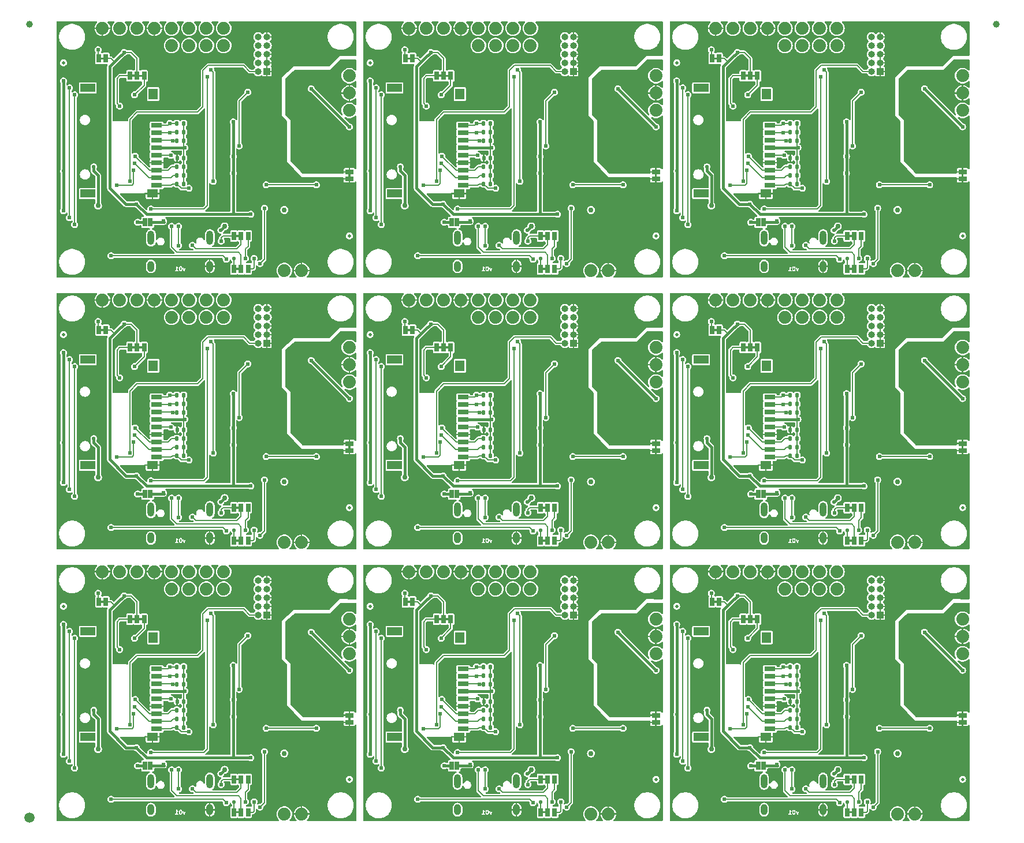
<source format=gbl>
%TF.GenerationSoftware,KiCad,Pcbnew,8.0.1*%
%TF.CreationDate,2024-05-21T10:24:44-06:00*%
%TF.ProjectId,SparkFun_Qwiic_WAV_Trigger_Pro_panelized,53706172-6b46-4756-9e5f-51776969635f,rev?*%
%TF.SameCoordinates,Original*%
%TF.FileFunction,Copper,L2,Bot*%
%TF.FilePolarity,Positive*%
%FSLAX46Y46*%
G04 Gerber Fmt 4.6, Leading zero omitted, Abs format (unit mm)*
G04 Created by KiCad (PCBNEW 8.0.1) date 2024-05-21 10:24:44*
%MOMM*%
%LPD*%
G01*
G04 APERTURE LIST*
G04 Aperture macros list*
%AMRoundRect*
0 Rectangle with rounded corners*
0 $1 Rounding radius*
0 $2 $3 $4 $5 $6 $7 $8 $9 X,Y pos of 4 corners*
0 Add a 4 corners polygon primitive as box body*
4,1,4,$2,$3,$4,$5,$6,$7,$8,$9,$2,$3,0*
0 Add four circle primitives for the rounded corners*
1,1,$1+$1,$2,$3*
1,1,$1+$1,$4,$5*
1,1,$1+$1,$6,$7*
1,1,$1+$1,$8,$9*
0 Add four rect primitives between the rounded corners*
20,1,$1+$1,$2,$3,$4,$5,0*
20,1,$1+$1,$4,$5,$6,$7,0*
20,1,$1+$1,$6,$7,$8,$9,0*
20,1,$1+$1,$8,$9,$2,$3,0*%
G04 Aperture macros list end*
%ADD10C,0.152400*%
%TA.AperFunction,EtchedComponent*%
%ADD11C,0.000000*%
%TD*%
%TA.AperFunction,SMDPad,CuDef*%
%ADD12C,1.000000*%
%TD*%
%TA.AperFunction,SMDPad,CuDef*%
%ADD13C,1.500000*%
%TD*%
%TA.AperFunction,SMDPad,CuDef*%
%ADD14C,0.500000*%
%TD*%
%TA.AperFunction,SMDPad,CuDef*%
%ADD15R,0.660400X1.270000*%
%TD*%
%TA.AperFunction,SMDPad,CuDef*%
%ADD16R,0.635000X1.270000*%
%TD*%
%TA.AperFunction,SMDPad,CuDef*%
%ADD17RoundRect,0.135000X0.135000X0.185000X-0.135000X0.185000X-0.135000X-0.185000X0.135000X-0.185000X0*%
%TD*%
%TA.AperFunction,SMDPad,CuDef*%
%ADD18RoundRect,0.375000X0.000010X0.000010X-0.000010X0.000010X-0.000010X-0.000010X0.000010X-0.000010X0*%
%TD*%
%TA.AperFunction,SMDPad,CuDef*%
%ADD19R,1.270000X0.660400*%
%TD*%
%TA.AperFunction,SMDPad,CuDef*%
%ADD20R,1.600000X0.700000*%
%TD*%
%TA.AperFunction,SMDPad,CuDef*%
%ADD21R,1.600000X1.200000*%
%TD*%
%TA.AperFunction,SMDPad,CuDef*%
%ADD22R,2.200000X1.200000*%
%TD*%
%TA.AperFunction,SMDPad,CuDef*%
%ADD23R,1.400000X1.600000*%
%TD*%
%TA.AperFunction,SMDPad,CuDef*%
%ADD24RoundRect,0.140000X0.140000X0.170000X-0.140000X0.170000X-0.140000X-0.170000X0.140000X-0.170000X0*%
%TD*%
%TA.AperFunction,ComponentPad*%
%ADD25O,1.000000X1.600000*%
%TD*%
%TA.AperFunction,ComponentPad*%
%ADD26O,1.000000X2.100000*%
%TD*%
%TA.AperFunction,ComponentPad*%
%ADD27C,1.879600*%
%TD*%
%TA.AperFunction,ComponentPad*%
%ADD28R,1.000000X1.000000*%
%TD*%
%TA.AperFunction,ComponentPad*%
%ADD29O,1.000000X1.000000*%
%TD*%
%TA.AperFunction,ViaPad*%
%ADD30C,0.560000*%
%TD*%
%TA.AperFunction,ViaPad*%
%ADD31C,0.609600*%
%TD*%
%TA.AperFunction,Conductor*%
%ADD32C,0.406400*%
%TD*%
%TA.AperFunction,Conductor*%
%ADD33C,0.177800*%
%TD*%
%TA.AperFunction,Conductor*%
%ADD34C,0.152400*%
%TD*%
G04 APERTURE END LIST*
D10*
G36*
X108389621Y81485174D02*
G01*
X108401916Y81473507D01*
X108421257Y81436537D01*
X108447008Y81338096D01*
X108448165Y81211730D01*
X108424559Y81112741D01*
X108404180Y81070043D01*
X108392515Y81057750D01*
X108361247Y81041393D01*
X108338835Y81040943D01*
X108308364Y81055485D01*
X108296072Y81067151D01*
X108276730Y81104122D01*
X108250978Y81202565D01*
X108249821Y81328927D01*
X108273428Y81427918D01*
X108293806Y81470614D01*
X108305473Y81482909D01*
X108336739Y81499266D01*
X108359152Y81499716D01*
X108389621Y81485174D01*
G37*
G36*
X109168233Y80813129D02*
G01*
X107443315Y80813129D01*
X107443315Y80950663D01*
X107519515Y80950663D01*
X107530893Y80923195D01*
X107551917Y80902171D01*
X107579385Y80890793D01*
X107594251Y80889329D01*
X107957460Y80890793D01*
X107984928Y80902171D01*
X108005952Y80923195D01*
X108017330Y80950663D01*
X108017330Y80980395D01*
X108005952Y81007863D01*
X107984928Y81028887D01*
X107957460Y81040265D01*
X107942594Y81041729D01*
X107844445Y81041334D01*
X107843684Y81366015D01*
X107844061Y81365859D01*
X107850459Y81361831D01*
X107922467Y81327463D01*
X107952124Y81325355D01*
X107980330Y81334757D01*
X107989719Y81342900D01*
X108098622Y81342900D01*
X108099910Y81202105D01*
X108098712Y81194053D01*
X108100067Y81184884D01*
X108100086Y81182891D01*
X108100515Y81181854D01*
X108100897Y81179275D01*
X108129855Y81068579D01*
X108130357Y81061516D01*
X108134608Y81050406D01*
X108134952Y81049094D01*
X108135280Y81048651D01*
X108135696Y81047565D01*
X108166225Y80989209D01*
X108169521Y80981253D01*
X108171912Y80978340D01*
X108172683Y80976866D01*
X108174203Y80975548D01*
X108178998Y80969705D01*
X108210285Y80940014D01*
X108215189Y80934359D01*
X108218320Y80932388D01*
X108219572Y80931200D01*
X108221429Y80930431D01*
X108227831Y80926401D01*
X108276745Y80903057D01*
X108277631Y80902171D01*
X108284974Y80899130D01*
X108299839Y80892035D01*
X108302568Y80891842D01*
X108305099Y80890793D01*
X108319965Y80889329D01*
X108367429Y80890282D01*
X108368491Y80889928D01*
X108375852Y80890451D01*
X108392888Y80890793D01*
X108395418Y80891842D01*
X108398147Y80892035D01*
X108412099Y80897373D01*
X108470459Y80927905D01*
X108478416Y80931200D01*
X108481328Y80933591D01*
X108482798Y80934359D01*
X108484114Y80935877D01*
X108489962Y80940676D01*
X108519655Y80971967D01*
X108525305Y80976866D01*
X108527275Y80979997D01*
X108528467Y80981252D01*
X108529238Y80983115D01*
X108533263Y80989508D01*
X108559289Y81044039D01*
X108563036Y81049095D01*
X108567006Y81060207D01*
X108567631Y81061516D01*
X108567670Y81062065D01*
X108568062Y81063162D01*
X108594866Y81175565D01*
X108597901Y81182891D01*
X108598806Y81192091D01*
X108599275Y81194053D01*
X108599109Y81195165D01*
X108599365Y81197757D01*
X108598076Y81338553D01*
X108599275Y81346604D01*
X108597919Y81355773D01*
X108597901Y81357766D01*
X108597471Y81358804D01*
X108597177Y81360792D01*
X108650983Y81360792D01*
X108654604Y81346300D01*
X108797427Y80950498D01*
X108797603Y80946971D01*
X108802208Y80937249D01*
X108806126Y80926392D01*
X108808695Y80923554D01*
X108810331Y80920101D01*
X108818591Y80912623D01*
X108826080Y80904351D01*
X108829537Y80902714D01*
X108832372Y80900147D01*
X108842871Y80896397D01*
X108852950Y80891623D01*
X108856769Y80891434D01*
X108860371Y80890147D01*
X108871504Y80890701D01*
X108882645Y80890147D01*
X108886248Y80891435D01*
X108890066Y80891624D01*
X108900135Y80896394D01*
X108910644Y80900147D01*
X108913481Y80902716D01*
X108916936Y80904352D01*
X108924416Y80912615D01*
X108932685Y80920100D01*
X108934322Y80923557D01*
X108936890Y80926393D01*
X108943269Y80939900D01*
X109092033Y81360793D01*
X109090556Y81390487D01*
X109077828Y81417358D01*
X109055787Y81437311D01*
X109027788Y81447311D01*
X108998093Y81445835D01*
X108971223Y81433107D01*
X108951269Y81411066D01*
X108944890Y81397558D01*
X108871523Y81189985D01*
X108791747Y81411065D01*
X108771793Y81433106D01*
X108744923Y81445834D01*
X108715228Y81447311D01*
X108687229Y81437311D01*
X108665188Y81417357D01*
X108652460Y81390487D01*
X108650983Y81360792D01*
X108597177Y81360792D01*
X108597090Y81361381D01*
X108568133Y81472078D01*
X108567631Y81479142D01*
X108563378Y81490255D01*
X108563036Y81491563D01*
X108562708Y81492006D01*
X108562292Y81493093D01*
X108531760Y81551453D01*
X108528466Y81559406D01*
X108526075Y81562319D01*
X108525305Y81563792D01*
X108523784Y81565111D01*
X108518990Y81570953D01*
X108487709Y81600638D01*
X108482800Y81606298D01*
X108479663Y81608272D01*
X108478414Y81609458D01*
X108476557Y81610227D01*
X108470158Y81614255D01*
X108421242Y81637601D01*
X108420356Y81638487D01*
X108413009Y81641531D01*
X108398148Y81648623D01*
X108395418Y81648817D01*
X108392888Y81649865D01*
X108378022Y81651329D01*
X108330559Y81650377D01*
X108329495Y81650731D01*
X108322118Y81650207D01*
X108305099Y81649865D01*
X108302569Y81648818D01*
X108299838Y81648623D01*
X108285887Y81643284D01*
X108227527Y81612753D01*
X108219574Y81609458D01*
X108216661Y81607068D01*
X108215188Y81606297D01*
X108213869Y81604777D01*
X108208027Y81599982D01*
X108178339Y81568698D01*
X108172683Y81563792D01*
X108170710Y81560659D01*
X108169522Y81559406D01*
X108168752Y81557548D01*
X108164725Y81551150D01*
X108138700Y81496623D01*
X108134952Y81491564D01*
X108130980Y81480449D01*
X108130357Y81479142D01*
X108130318Y81478595D01*
X108129926Y81477497D01*
X108103121Y81365094D01*
X108100086Y81357766D01*
X108099180Y81348567D01*
X108098712Y81346604D01*
X108098877Y81345493D01*
X108098622Y81342900D01*
X107989719Y81342900D01*
X108002791Y81354237D01*
X108016088Y81380830D01*
X108018196Y81410487D01*
X108008794Y81438693D01*
X107989314Y81461154D01*
X107976672Y81469112D01*
X107931316Y81490760D01*
X107888559Y81532244D01*
X107834163Y81611712D01*
X107831781Y81617463D01*
X107826854Y81622390D01*
X107822361Y81628954D01*
X107816090Y81633154D01*
X107810757Y81638487D01*
X107803861Y81641344D01*
X107797658Y81645498D01*
X107790259Y81646978D01*
X107783289Y81649865D01*
X107775823Y81649865D01*
X107768503Y81651329D01*
X107761103Y81649865D01*
X107753557Y81649865D01*
X107746659Y81647008D01*
X107739336Y81645559D01*
X107733058Y81641374D01*
X107726089Y81638487D01*
X107720811Y81633209D01*
X107714598Y81629067D01*
X107710398Y81622797D01*
X107705065Y81617463D01*
X107702208Y81610568D01*
X107698054Y81604364D01*
X107696574Y81596966D01*
X107693687Y81589995D01*
X107692238Y81575287D01*
X107692223Y81575209D01*
X107692228Y81575183D01*
X107692223Y81575129D01*
X107693475Y81040725D01*
X107579385Y81040265D01*
X107551917Y81028887D01*
X107530893Y81007863D01*
X107519515Y80980395D01*
X107519515Y80950663D01*
X107443315Y80950663D01*
X107443315Y81727529D01*
X109168233Y81727529D01*
X109168233Y80813129D01*
G37*
G36*
X108389621Y41615174D02*
G01*
X108401916Y41603507D01*
X108421257Y41566537D01*
X108447008Y41468096D01*
X108448165Y41341730D01*
X108424559Y41242741D01*
X108404180Y41200043D01*
X108392515Y41187750D01*
X108361247Y41171393D01*
X108338835Y41170943D01*
X108308364Y41185485D01*
X108296072Y41197151D01*
X108276730Y41234122D01*
X108250978Y41332565D01*
X108249821Y41458927D01*
X108273428Y41557918D01*
X108293806Y41600614D01*
X108305473Y41612909D01*
X108336739Y41629266D01*
X108359152Y41629716D01*
X108389621Y41615174D01*
G37*
G36*
X109168233Y40943129D02*
G01*
X107443315Y40943129D01*
X107443315Y41080663D01*
X107519515Y41080663D01*
X107530893Y41053195D01*
X107551917Y41032171D01*
X107579385Y41020793D01*
X107594251Y41019329D01*
X107957460Y41020793D01*
X107984928Y41032171D01*
X108005952Y41053195D01*
X108017330Y41080663D01*
X108017330Y41110395D01*
X108005952Y41137863D01*
X107984928Y41158887D01*
X107957460Y41170265D01*
X107942594Y41171729D01*
X107844445Y41171334D01*
X107843684Y41496015D01*
X107844061Y41495859D01*
X107850459Y41491831D01*
X107922467Y41457463D01*
X107952124Y41455355D01*
X107980330Y41464757D01*
X107989719Y41472900D01*
X108098622Y41472900D01*
X108099910Y41332105D01*
X108098712Y41324053D01*
X108100067Y41314884D01*
X108100086Y41312891D01*
X108100515Y41311854D01*
X108100897Y41309275D01*
X108129855Y41198579D01*
X108130357Y41191516D01*
X108134608Y41180406D01*
X108134952Y41179094D01*
X108135280Y41178651D01*
X108135696Y41177565D01*
X108166225Y41119209D01*
X108169521Y41111253D01*
X108171912Y41108340D01*
X108172683Y41106866D01*
X108174203Y41105548D01*
X108178998Y41099705D01*
X108210285Y41070014D01*
X108215189Y41064359D01*
X108218320Y41062388D01*
X108219572Y41061200D01*
X108221429Y41060431D01*
X108227831Y41056401D01*
X108276745Y41033057D01*
X108277631Y41032171D01*
X108284974Y41029130D01*
X108299839Y41022035D01*
X108302568Y41021842D01*
X108305099Y41020793D01*
X108319965Y41019329D01*
X108367429Y41020282D01*
X108368491Y41019928D01*
X108375852Y41020451D01*
X108392888Y41020793D01*
X108395418Y41021842D01*
X108398147Y41022035D01*
X108412099Y41027373D01*
X108470459Y41057905D01*
X108478416Y41061200D01*
X108481328Y41063591D01*
X108482798Y41064359D01*
X108484114Y41065877D01*
X108489962Y41070676D01*
X108519655Y41101967D01*
X108525305Y41106866D01*
X108527275Y41109997D01*
X108528467Y41111252D01*
X108529238Y41113115D01*
X108533263Y41119508D01*
X108559289Y41174039D01*
X108563036Y41179095D01*
X108567006Y41190207D01*
X108567631Y41191516D01*
X108567670Y41192065D01*
X108568062Y41193162D01*
X108594866Y41305565D01*
X108597901Y41312891D01*
X108598806Y41322091D01*
X108599275Y41324053D01*
X108599109Y41325165D01*
X108599365Y41327757D01*
X108598076Y41468553D01*
X108599275Y41476604D01*
X108597919Y41485773D01*
X108597901Y41487766D01*
X108597471Y41488804D01*
X108597177Y41490792D01*
X108650983Y41490792D01*
X108654604Y41476300D01*
X108797427Y41080498D01*
X108797603Y41076971D01*
X108802208Y41067249D01*
X108806126Y41056392D01*
X108808695Y41053554D01*
X108810331Y41050101D01*
X108818591Y41042623D01*
X108826080Y41034351D01*
X108829537Y41032714D01*
X108832372Y41030147D01*
X108842871Y41026397D01*
X108852950Y41021623D01*
X108856769Y41021434D01*
X108860371Y41020147D01*
X108871504Y41020701D01*
X108882645Y41020147D01*
X108886248Y41021435D01*
X108890066Y41021624D01*
X108900135Y41026394D01*
X108910644Y41030147D01*
X108913481Y41032716D01*
X108916936Y41034352D01*
X108924416Y41042615D01*
X108932685Y41050100D01*
X108934322Y41053557D01*
X108936890Y41056393D01*
X108943269Y41069900D01*
X109092033Y41490793D01*
X109090556Y41520487D01*
X109077828Y41547358D01*
X109055787Y41567311D01*
X109027788Y41577311D01*
X108998093Y41575835D01*
X108971223Y41563107D01*
X108951269Y41541066D01*
X108944890Y41527558D01*
X108871523Y41319985D01*
X108791747Y41541065D01*
X108771793Y41563106D01*
X108744923Y41575834D01*
X108715228Y41577311D01*
X108687229Y41567311D01*
X108665188Y41547357D01*
X108652460Y41520487D01*
X108650983Y41490792D01*
X108597177Y41490792D01*
X108597090Y41491381D01*
X108568133Y41602078D01*
X108567631Y41609142D01*
X108563378Y41620255D01*
X108563036Y41621563D01*
X108562708Y41622006D01*
X108562292Y41623093D01*
X108531760Y41681453D01*
X108528466Y41689406D01*
X108526075Y41692319D01*
X108525305Y41693792D01*
X108523784Y41695111D01*
X108518990Y41700953D01*
X108487709Y41730638D01*
X108482800Y41736298D01*
X108479663Y41738272D01*
X108478414Y41739458D01*
X108476557Y41740227D01*
X108470158Y41744255D01*
X108421242Y41767601D01*
X108420356Y41768487D01*
X108413009Y41771531D01*
X108398148Y41778623D01*
X108395418Y41778817D01*
X108392888Y41779865D01*
X108378022Y41781329D01*
X108330559Y41780377D01*
X108329495Y41780731D01*
X108322118Y41780207D01*
X108305099Y41779865D01*
X108302569Y41778818D01*
X108299838Y41778623D01*
X108285887Y41773284D01*
X108227527Y41742753D01*
X108219574Y41739458D01*
X108216661Y41737068D01*
X108215188Y41736297D01*
X108213869Y41734777D01*
X108208027Y41729982D01*
X108178339Y41698698D01*
X108172683Y41693792D01*
X108170710Y41690659D01*
X108169522Y41689406D01*
X108168752Y41687548D01*
X108164725Y41681150D01*
X108138700Y41626623D01*
X108134952Y41621564D01*
X108130980Y41610449D01*
X108130357Y41609142D01*
X108130318Y41608595D01*
X108129926Y41607497D01*
X108103121Y41495094D01*
X108100086Y41487766D01*
X108099180Y41478567D01*
X108098712Y41476604D01*
X108098877Y41475493D01*
X108098622Y41472900D01*
X107989719Y41472900D01*
X108002791Y41484237D01*
X108016088Y41510830D01*
X108018196Y41540487D01*
X108008794Y41568693D01*
X107989314Y41591154D01*
X107976672Y41599112D01*
X107931316Y41620760D01*
X107888559Y41662244D01*
X107834163Y41741712D01*
X107831781Y41747463D01*
X107826854Y41752390D01*
X107822361Y41758954D01*
X107816090Y41763154D01*
X107810757Y41768487D01*
X107803861Y41771344D01*
X107797658Y41775498D01*
X107790259Y41776978D01*
X107783289Y41779865D01*
X107775823Y41779865D01*
X107768503Y41781329D01*
X107761103Y41779865D01*
X107753557Y41779865D01*
X107746659Y41777008D01*
X107739336Y41775559D01*
X107733058Y41771374D01*
X107726089Y41768487D01*
X107720811Y41763209D01*
X107714598Y41759067D01*
X107710398Y41752797D01*
X107705065Y41747463D01*
X107702208Y41740568D01*
X107698054Y41734364D01*
X107696574Y41726966D01*
X107693687Y41719995D01*
X107692238Y41705287D01*
X107692223Y41705209D01*
X107692228Y41705183D01*
X107692223Y41705129D01*
X107693475Y41170725D01*
X107579385Y41170265D01*
X107551917Y41158887D01*
X107530893Y41137863D01*
X107519515Y41110395D01*
X107519515Y41080663D01*
X107443315Y41080663D01*
X107443315Y41857529D01*
X109168233Y41857529D01*
X109168233Y40943129D01*
G37*
G36*
X108389621Y1745174D02*
G01*
X108401916Y1733507D01*
X108421257Y1696537D01*
X108447008Y1598096D01*
X108448165Y1471730D01*
X108424559Y1372741D01*
X108404180Y1330043D01*
X108392515Y1317750D01*
X108361247Y1301393D01*
X108338835Y1300943D01*
X108308364Y1315485D01*
X108296072Y1327151D01*
X108276730Y1364122D01*
X108250978Y1462565D01*
X108249821Y1588927D01*
X108273428Y1687918D01*
X108293806Y1730614D01*
X108305473Y1742909D01*
X108336739Y1759266D01*
X108359152Y1759716D01*
X108389621Y1745174D01*
G37*
G36*
X109168233Y1073129D02*
G01*
X107443315Y1073129D01*
X107443315Y1210663D01*
X107519515Y1210663D01*
X107530893Y1183195D01*
X107551917Y1162171D01*
X107579385Y1150793D01*
X107594251Y1149329D01*
X107957460Y1150793D01*
X107984928Y1162171D01*
X108005952Y1183195D01*
X108017330Y1210663D01*
X108017330Y1240395D01*
X108005952Y1267863D01*
X107984928Y1288887D01*
X107957460Y1300265D01*
X107942594Y1301729D01*
X107844445Y1301334D01*
X107843684Y1626015D01*
X107844061Y1625859D01*
X107850459Y1621831D01*
X107922467Y1587463D01*
X107952124Y1585355D01*
X107980330Y1594757D01*
X107989719Y1602900D01*
X108098622Y1602900D01*
X108099910Y1462105D01*
X108098712Y1454053D01*
X108100067Y1444884D01*
X108100086Y1442891D01*
X108100515Y1441854D01*
X108100897Y1439275D01*
X108129855Y1328579D01*
X108130357Y1321516D01*
X108134608Y1310406D01*
X108134952Y1309094D01*
X108135280Y1308651D01*
X108135696Y1307565D01*
X108166225Y1249209D01*
X108169521Y1241253D01*
X108171912Y1238340D01*
X108172683Y1236866D01*
X108174203Y1235548D01*
X108178998Y1229705D01*
X108210285Y1200014D01*
X108215189Y1194359D01*
X108218320Y1192388D01*
X108219572Y1191200D01*
X108221429Y1190431D01*
X108227831Y1186401D01*
X108276745Y1163057D01*
X108277631Y1162171D01*
X108284974Y1159130D01*
X108299839Y1152035D01*
X108302568Y1151842D01*
X108305099Y1150793D01*
X108319965Y1149329D01*
X108367429Y1150282D01*
X108368491Y1149928D01*
X108375852Y1150451D01*
X108392888Y1150793D01*
X108395418Y1151842D01*
X108398147Y1152035D01*
X108412099Y1157373D01*
X108470459Y1187905D01*
X108478416Y1191200D01*
X108481328Y1193591D01*
X108482798Y1194359D01*
X108484114Y1195877D01*
X108489962Y1200676D01*
X108519655Y1231967D01*
X108525305Y1236866D01*
X108527275Y1239997D01*
X108528467Y1241252D01*
X108529238Y1243115D01*
X108533263Y1249508D01*
X108559289Y1304039D01*
X108563036Y1309095D01*
X108567006Y1320207D01*
X108567631Y1321516D01*
X108567670Y1322065D01*
X108568062Y1323162D01*
X108594866Y1435565D01*
X108597901Y1442891D01*
X108598806Y1452091D01*
X108599275Y1454053D01*
X108599109Y1455165D01*
X108599365Y1457757D01*
X108598076Y1598553D01*
X108599275Y1606604D01*
X108597919Y1615773D01*
X108597901Y1617766D01*
X108597471Y1618804D01*
X108597177Y1620792D01*
X108650983Y1620792D01*
X108654604Y1606300D01*
X108797427Y1210498D01*
X108797603Y1206971D01*
X108802208Y1197249D01*
X108806126Y1186392D01*
X108808695Y1183554D01*
X108810331Y1180101D01*
X108818591Y1172623D01*
X108826080Y1164351D01*
X108829537Y1162714D01*
X108832372Y1160147D01*
X108842871Y1156397D01*
X108852950Y1151623D01*
X108856769Y1151434D01*
X108860371Y1150147D01*
X108871504Y1150701D01*
X108882645Y1150147D01*
X108886248Y1151435D01*
X108890066Y1151624D01*
X108900135Y1156394D01*
X108910644Y1160147D01*
X108913481Y1162716D01*
X108916936Y1164352D01*
X108924416Y1172615D01*
X108932685Y1180100D01*
X108934322Y1183557D01*
X108936890Y1186393D01*
X108943269Y1199900D01*
X109092033Y1620793D01*
X109090556Y1650487D01*
X109077828Y1677358D01*
X109055787Y1697311D01*
X109027788Y1707311D01*
X108998093Y1705835D01*
X108971223Y1693107D01*
X108951269Y1671066D01*
X108944890Y1657558D01*
X108871523Y1449985D01*
X108791747Y1671065D01*
X108771793Y1693106D01*
X108744923Y1705834D01*
X108715228Y1707311D01*
X108687229Y1697311D01*
X108665188Y1677357D01*
X108652460Y1650487D01*
X108650983Y1620792D01*
X108597177Y1620792D01*
X108597090Y1621381D01*
X108568133Y1732078D01*
X108567631Y1739142D01*
X108563378Y1750255D01*
X108563036Y1751563D01*
X108562708Y1752006D01*
X108562292Y1753093D01*
X108531760Y1811453D01*
X108528466Y1819406D01*
X108526075Y1822319D01*
X108525305Y1823792D01*
X108523784Y1825111D01*
X108518990Y1830953D01*
X108487709Y1860638D01*
X108482800Y1866298D01*
X108479663Y1868272D01*
X108478414Y1869458D01*
X108476557Y1870227D01*
X108470158Y1874255D01*
X108421242Y1897601D01*
X108420356Y1898487D01*
X108413009Y1901531D01*
X108398148Y1908623D01*
X108395418Y1908817D01*
X108392888Y1909865D01*
X108378022Y1911329D01*
X108330559Y1910377D01*
X108329495Y1910731D01*
X108322118Y1910207D01*
X108305099Y1909865D01*
X108302569Y1908818D01*
X108299838Y1908623D01*
X108285887Y1903284D01*
X108227527Y1872753D01*
X108219574Y1869458D01*
X108216661Y1867068D01*
X108215188Y1866297D01*
X108213869Y1864777D01*
X108208027Y1859982D01*
X108178339Y1828698D01*
X108172683Y1823792D01*
X108170710Y1820659D01*
X108169522Y1819406D01*
X108168752Y1817548D01*
X108164725Y1811150D01*
X108138700Y1756623D01*
X108134952Y1751564D01*
X108130980Y1740449D01*
X108130357Y1739142D01*
X108130318Y1738595D01*
X108129926Y1737497D01*
X108103121Y1625094D01*
X108100086Y1617766D01*
X108099180Y1608567D01*
X108098712Y1606604D01*
X108098877Y1605493D01*
X108098622Y1602900D01*
X107989719Y1602900D01*
X108002791Y1614237D01*
X108016088Y1640830D01*
X108018196Y1670487D01*
X108008794Y1698693D01*
X107989314Y1721154D01*
X107976672Y1729112D01*
X107931316Y1750760D01*
X107888559Y1792244D01*
X107834163Y1871712D01*
X107831781Y1877463D01*
X107826854Y1882390D01*
X107822361Y1888954D01*
X107816090Y1893154D01*
X107810757Y1898487D01*
X107803861Y1901344D01*
X107797658Y1905498D01*
X107790259Y1906978D01*
X107783289Y1909865D01*
X107775823Y1909865D01*
X107768503Y1911329D01*
X107761103Y1909865D01*
X107753557Y1909865D01*
X107746659Y1907008D01*
X107739336Y1905559D01*
X107733058Y1901374D01*
X107726089Y1898487D01*
X107720811Y1893209D01*
X107714598Y1889067D01*
X107710398Y1882797D01*
X107705065Y1877463D01*
X107702208Y1870568D01*
X107698054Y1864364D01*
X107696574Y1856966D01*
X107693687Y1849995D01*
X107692238Y1835287D01*
X107692223Y1835209D01*
X107692228Y1835183D01*
X107692223Y1835129D01*
X107693475Y1300725D01*
X107579385Y1300265D01*
X107551917Y1288887D01*
X107530893Y1267863D01*
X107519515Y1240395D01*
X107519515Y1210663D01*
X107443315Y1210663D01*
X107443315Y1987529D01*
X109168233Y1987529D01*
X109168233Y1073129D01*
G37*
G36*
X63439621Y81485174D02*
G01*
X63451916Y81473507D01*
X63471257Y81436537D01*
X63497008Y81338096D01*
X63498165Y81211730D01*
X63474559Y81112741D01*
X63454180Y81070043D01*
X63442515Y81057750D01*
X63411247Y81041393D01*
X63388835Y81040943D01*
X63358364Y81055485D01*
X63346072Y81067151D01*
X63326730Y81104122D01*
X63300978Y81202565D01*
X63299821Y81328927D01*
X63323428Y81427918D01*
X63343806Y81470614D01*
X63355473Y81482909D01*
X63386739Y81499266D01*
X63409152Y81499716D01*
X63439621Y81485174D01*
G37*
G36*
X64218233Y80813129D02*
G01*
X62493315Y80813129D01*
X62493315Y80950663D01*
X62569515Y80950663D01*
X62580893Y80923195D01*
X62601917Y80902171D01*
X62629385Y80890793D01*
X62644251Y80889329D01*
X63007460Y80890793D01*
X63034928Y80902171D01*
X63055952Y80923195D01*
X63067330Y80950663D01*
X63067330Y80980395D01*
X63055952Y81007863D01*
X63034928Y81028887D01*
X63007460Y81040265D01*
X62992594Y81041729D01*
X62894445Y81041334D01*
X62893684Y81366015D01*
X62894061Y81365859D01*
X62900459Y81361831D01*
X62972467Y81327463D01*
X63002124Y81325355D01*
X63030330Y81334757D01*
X63039719Y81342900D01*
X63148622Y81342900D01*
X63149910Y81202105D01*
X63148712Y81194053D01*
X63150067Y81184884D01*
X63150086Y81182891D01*
X63150515Y81181854D01*
X63150897Y81179275D01*
X63179855Y81068579D01*
X63180357Y81061516D01*
X63184608Y81050406D01*
X63184952Y81049094D01*
X63185280Y81048651D01*
X63185696Y81047565D01*
X63216225Y80989209D01*
X63219521Y80981253D01*
X63221912Y80978340D01*
X63222683Y80976866D01*
X63224203Y80975548D01*
X63228998Y80969705D01*
X63260285Y80940014D01*
X63265189Y80934359D01*
X63268320Y80932388D01*
X63269572Y80931200D01*
X63271429Y80930431D01*
X63277831Y80926401D01*
X63326745Y80903057D01*
X63327631Y80902171D01*
X63334974Y80899130D01*
X63349839Y80892035D01*
X63352568Y80891842D01*
X63355099Y80890793D01*
X63369965Y80889329D01*
X63417429Y80890282D01*
X63418491Y80889928D01*
X63425852Y80890451D01*
X63442888Y80890793D01*
X63445418Y80891842D01*
X63448147Y80892035D01*
X63462099Y80897373D01*
X63520459Y80927905D01*
X63528416Y80931200D01*
X63531328Y80933591D01*
X63532798Y80934359D01*
X63534114Y80935877D01*
X63539962Y80940676D01*
X63569655Y80971967D01*
X63575305Y80976866D01*
X63577275Y80979997D01*
X63578467Y80981252D01*
X63579238Y80983115D01*
X63583263Y80989508D01*
X63609289Y81044039D01*
X63613036Y81049095D01*
X63617006Y81060207D01*
X63617631Y81061516D01*
X63617670Y81062065D01*
X63618062Y81063162D01*
X63644866Y81175565D01*
X63647901Y81182891D01*
X63648806Y81192091D01*
X63649275Y81194053D01*
X63649109Y81195165D01*
X63649365Y81197757D01*
X63648076Y81338553D01*
X63649275Y81346604D01*
X63647919Y81355773D01*
X63647901Y81357766D01*
X63647471Y81358804D01*
X63647177Y81360792D01*
X63700983Y81360792D01*
X63704604Y81346300D01*
X63847427Y80950498D01*
X63847603Y80946971D01*
X63852208Y80937249D01*
X63856126Y80926392D01*
X63858695Y80923554D01*
X63860331Y80920101D01*
X63868591Y80912623D01*
X63876080Y80904351D01*
X63879537Y80902714D01*
X63882372Y80900147D01*
X63892871Y80896397D01*
X63902950Y80891623D01*
X63906769Y80891434D01*
X63910371Y80890147D01*
X63921504Y80890701D01*
X63932645Y80890147D01*
X63936248Y80891435D01*
X63940066Y80891624D01*
X63950135Y80896394D01*
X63960644Y80900147D01*
X63963481Y80902716D01*
X63966936Y80904352D01*
X63974416Y80912615D01*
X63982685Y80920100D01*
X63984322Y80923557D01*
X63986890Y80926393D01*
X63993269Y80939900D01*
X64142033Y81360793D01*
X64140556Y81390487D01*
X64127828Y81417358D01*
X64105787Y81437311D01*
X64077788Y81447311D01*
X64048093Y81445835D01*
X64021223Y81433107D01*
X64001269Y81411066D01*
X63994890Y81397558D01*
X63921523Y81189985D01*
X63841747Y81411065D01*
X63821793Y81433106D01*
X63794923Y81445834D01*
X63765228Y81447311D01*
X63737229Y81437311D01*
X63715188Y81417357D01*
X63702460Y81390487D01*
X63700983Y81360792D01*
X63647177Y81360792D01*
X63647090Y81361381D01*
X63618133Y81472078D01*
X63617631Y81479142D01*
X63613378Y81490255D01*
X63613036Y81491563D01*
X63612708Y81492006D01*
X63612292Y81493093D01*
X63581760Y81551453D01*
X63578466Y81559406D01*
X63576075Y81562319D01*
X63575305Y81563792D01*
X63573784Y81565111D01*
X63568990Y81570953D01*
X63537709Y81600638D01*
X63532800Y81606298D01*
X63529663Y81608272D01*
X63528414Y81609458D01*
X63526557Y81610227D01*
X63520158Y81614255D01*
X63471242Y81637601D01*
X63470356Y81638487D01*
X63463009Y81641531D01*
X63448148Y81648623D01*
X63445418Y81648817D01*
X63442888Y81649865D01*
X63428022Y81651329D01*
X63380559Y81650377D01*
X63379495Y81650731D01*
X63372118Y81650207D01*
X63355099Y81649865D01*
X63352569Y81648818D01*
X63349838Y81648623D01*
X63335887Y81643284D01*
X63277527Y81612753D01*
X63269574Y81609458D01*
X63266661Y81607068D01*
X63265188Y81606297D01*
X63263869Y81604777D01*
X63258027Y81599982D01*
X63228339Y81568698D01*
X63222683Y81563792D01*
X63220710Y81560659D01*
X63219522Y81559406D01*
X63218752Y81557548D01*
X63214725Y81551150D01*
X63188700Y81496623D01*
X63184952Y81491564D01*
X63180980Y81480449D01*
X63180357Y81479142D01*
X63180318Y81478595D01*
X63179926Y81477497D01*
X63153121Y81365094D01*
X63150086Y81357766D01*
X63149180Y81348567D01*
X63148712Y81346604D01*
X63148877Y81345493D01*
X63148622Y81342900D01*
X63039719Y81342900D01*
X63052791Y81354237D01*
X63066088Y81380830D01*
X63068196Y81410487D01*
X63058794Y81438693D01*
X63039314Y81461154D01*
X63026672Y81469112D01*
X62981316Y81490760D01*
X62938559Y81532244D01*
X62884163Y81611712D01*
X62881781Y81617463D01*
X62876854Y81622390D01*
X62872361Y81628954D01*
X62866090Y81633154D01*
X62860757Y81638487D01*
X62853861Y81641344D01*
X62847658Y81645498D01*
X62840259Y81646978D01*
X62833289Y81649865D01*
X62825823Y81649865D01*
X62818503Y81651329D01*
X62811103Y81649865D01*
X62803557Y81649865D01*
X62796659Y81647008D01*
X62789336Y81645559D01*
X62783058Y81641374D01*
X62776089Y81638487D01*
X62770811Y81633209D01*
X62764598Y81629067D01*
X62760398Y81622797D01*
X62755065Y81617463D01*
X62752208Y81610568D01*
X62748054Y81604364D01*
X62746574Y81596966D01*
X62743687Y81589995D01*
X62742238Y81575287D01*
X62742223Y81575209D01*
X62742228Y81575183D01*
X62742223Y81575129D01*
X62743475Y81040725D01*
X62629385Y81040265D01*
X62601917Y81028887D01*
X62580893Y81007863D01*
X62569515Y80980395D01*
X62569515Y80950663D01*
X62493315Y80950663D01*
X62493315Y81727529D01*
X64218233Y81727529D01*
X64218233Y80813129D01*
G37*
G36*
X63439621Y41615174D02*
G01*
X63451916Y41603507D01*
X63471257Y41566537D01*
X63497008Y41468096D01*
X63498165Y41341730D01*
X63474559Y41242741D01*
X63454180Y41200043D01*
X63442515Y41187750D01*
X63411247Y41171393D01*
X63388835Y41170943D01*
X63358364Y41185485D01*
X63346072Y41197151D01*
X63326730Y41234122D01*
X63300978Y41332565D01*
X63299821Y41458927D01*
X63323428Y41557918D01*
X63343806Y41600614D01*
X63355473Y41612909D01*
X63386739Y41629266D01*
X63409152Y41629716D01*
X63439621Y41615174D01*
G37*
G36*
X64218233Y40943129D02*
G01*
X62493315Y40943129D01*
X62493315Y41080663D01*
X62569515Y41080663D01*
X62580893Y41053195D01*
X62601917Y41032171D01*
X62629385Y41020793D01*
X62644251Y41019329D01*
X63007460Y41020793D01*
X63034928Y41032171D01*
X63055952Y41053195D01*
X63067330Y41080663D01*
X63067330Y41110395D01*
X63055952Y41137863D01*
X63034928Y41158887D01*
X63007460Y41170265D01*
X62992594Y41171729D01*
X62894445Y41171334D01*
X62893684Y41496015D01*
X62894061Y41495859D01*
X62900459Y41491831D01*
X62972467Y41457463D01*
X63002124Y41455355D01*
X63030330Y41464757D01*
X63039719Y41472900D01*
X63148622Y41472900D01*
X63149910Y41332105D01*
X63148712Y41324053D01*
X63150067Y41314884D01*
X63150086Y41312891D01*
X63150515Y41311854D01*
X63150897Y41309275D01*
X63179855Y41198579D01*
X63180357Y41191516D01*
X63184608Y41180406D01*
X63184952Y41179094D01*
X63185280Y41178651D01*
X63185696Y41177565D01*
X63216225Y41119209D01*
X63219521Y41111253D01*
X63221912Y41108340D01*
X63222683Y41106866D01*
X63224203Y41105548D01*
X63228998Y41099705D01*
X63260285Y41070014D01*
X63265189Y41064359D01*
X63268320Y41062388D01*
X63269572Y41061200D01*
X63271429Y41060431D01*
X63277831Y41056401D01*
X63326745Y41033057D01*
X63327631Y41032171D01*
X63334974Y41029130D01*
X63349839Y41022035D01*
X63352568Y41021842D01*
X63355099Y41020793D01*
X63369965Y41019329D01*
X63417429Y41020282D01*
X63418491Y41019928D01*
X63425852Y41020451D01*
X63442888Y41020793D01*
X63445418Y41021842D01*
X63448147Y41022035D01*
X63462099Y41027373D01*
X63520459Y41057905D01*
X63528416Y41061200D01*
X63531328Y41063591D01*
X63532798Y41064359D01*
X63534114Y41065877D01*
X63539962Y41070676D01*
X63569655Y41101967D01*
X63575305Y41106866D01*
X63577275Y41109997D01*
X63578467Y41111252D01*
X63579238Y41113115D01*
X63583263Y41119508D01*
X63609289Y41174039D01*
X63613036Y41179095D01*
X63617006Y41190207D01*
X63617631Y41191516D01*
X63617670Y41192065D01*
X63618062Y41193162D01*
X63644866Y41305565D01*
X63647901Y41312891D01*
X63648806Y41322091D01*
X63649275Y41324053D01*
X63649109Y41325165D01*
X63649365Y41327757D01*
X63648076Y41468553D01*
X63649275Y41476604D01*
X63647919Y41485773D01*
X63647901Y41487766D01*
X63647471Y41488804D01*
X63647177Y41490792D01*
X63700983Y41490792D01*
X63704604Y41476300D01*
X63847427Y41080498D01*
X63847603Y41076971D01*
X63852208Y41067249D01*
X63856126Y41056392D01*
X63858695Y41053554D01*
X63860331Y41050101D01*
X63868591Y41042623D01*
X63876080Y41034351D01*
X63879537Y41032714D01*
X63882372Y41030147D01*
X63892871Y41026397D01*
X63902950Y41021623D01*
X63906769Y41021434D01*
X63910371Y41020147D01*
X63921504Y41020701D01*
X63932645Y41020147D01*
X63936248Y41021435D01*
X63940066Y41021624D01*
X63950135Y41026394D01*
X63960644Y41030147D01*
X63963481Y41032716D01*
X63966936Y41034352D01*
X63974416Y41042615D01*
X63982685Y41050100D01*
X63984322Y41053557D01*
X63986890Y41056393D01*
X63993269Y41069900D01*
X64142033Y41490793D01*
X64140556Y41520487D01*
X64127828Y41547358D01*
X64105787Y41567311D01*
X64077788Y41577311D01*
X64048093Y41575835D01*
X64021223Y41563107D01*
X64001269Y41541066D01*
X63994890Y41527558D01*
X63921523Y41319985D01*
X63841747Y41541065D01*
X63821793Y41563106D01*
X63794923Y41575834D01*
X63765228Y41577311D01*
X63737229Y41567311D01*
X63715188Y41547357D01*
X63702460Y41520487D01*
X63700983Y41490792D01*
X63647177Y41490792D01*
X63647090Y41491381D01*
X63618133Y41602078D01*
X63617631Y41609142D01*
X63613378Y41620255D01*
X63613036Y41621563D01*
X63612708Y41622006D01*
X63612292Y41623093D01*
X63581760Y41681453D01*
X63578466Y41689406D01*
X63576075Y41692319D01*
X63575305Y41693792D01*
X63573784Y41695111D01*
X63568990Y41700953D01*
X63537709Y41730638D01*
X63532800Y41736298D01*
X63529663Y41738272D01*
X63528414Y41739458D01*
X63526557Y41740227D01*
X63520158Y41744255D01*
X63471242Y41767601D01*
X63470356Y41768487D01*
X63463009Y41771531D01*
X63448148Y41778623D01*
X63445418Y41778817D01*
X63442888Y41779865D01*
X63428022Y41781329D01*
X63380559Y41780377D01*
X63379495Y41780731D01*
X63372118Y41780207D01*
X63355099Y41779865D01*
X63352569Y41778818D01*
X63349838Y41778623D01*
X63335887Y41773284D01*
X63277527Y41742753D01*
X63269574Y41739458D01*
X63266661Y41737068D01*
X63265188Y41736297D01*
X63263869Y41734777D01*
X63258027Y41729982D01*
X63228339Y41698698D01*
X63222683Y41693792D01*
X63220710Y41690659D01*
X63219522Y41689406D01*
X63218752Y41687548D01*
X63214725Y41681150D01*
X63188700Y41626623D01*
X63184952Y41621564D01*
X63180980Y41610449D01*
X63180357Y41609142D01*
X63180318Y41608595D01*
X63179926Y41607497D01*
X63153121Y41495094D01*
X63150086Y41487766D01*
X63149180Y41478567D01*
X63148712Y41476604D01*
X63148877Y41475493D01*
X63148622Y41472900D01*
X63039719Y41472900D01*
X63052791Y41484237D01*
X63066088Y41510830D01*
X63068196Y41540487D01*
X63058794Y41568693D01*
X63039314Y41591154D01*
X63026672Y41599112D01*
X62981316Y41620760D01*
X62938559Y41662244D01*
X62884163Y41741712D01*
X62881781Y41747463D01*
X62876854Y41752390D01*
X62872361Y41758954D01*
X62866090Y41763154D01*
X62860757Y41768487D01*
X62853861Y41771344D01*
X62847658Y41775498D01*
X62840259Y41776978D01*
X62833289Y41779865D01*
X62825823Y41779865D01*
X62818503Y41781329D01*
X62811103Y41779865D01*
X62803557Y41779865D01*
X62796659Y41777008D01*
X62789336Y41775559D01*
X62783058Y41771374D01*
X62776089Y41768487D01*
X62770811Y41763209D01*
X62764598Y41759067D01*
X62760398Y41752797D01*
X62755065Y41747463D01*
X62752208Y41740568D01*
X62748054Y41734364D01*
X62746574Y41726966D01*
X62743687Y41719995D01*
X62742238Y41705287D01*
X62742223Y41705209D01*
X62742228Y41705183D01*
X62742223Y41705129D01*
X62743475Y41170725D01*
X62629385Y41170265D01*
X62601917Y41158887D01*
X62580893Y41137863D01*
X62569515Y41110395D01*
X62569515Y41080663D01*
X62493315Y41080663D01*
X62493315Y41857529D01*
X64218233Y41857529D01*
X64218233Y40943129D01*
G37*
G36*
X63439621Y1745174D02*
G01*
X63451916Y1733507D01*
X63471257Y1696537D01*
X63497008Y1598096D01*
X63498165Y1471730D01*
X63474559Y1372741D01*
X63454180Y1330043D01*
X63442515Y1317750D01*
X63411247Y1301393D01*
X63388835Y1300943D01*
X63358364Y1315485D01*
X63346072Y1327151D01*
X63326730Y1364122D01*
X63300978Y1462565D01*
X63299821Y1588927D01*
X63323428Y1687918D01*
X63343806Y1730614D01*
X63355473Y1742909D01*
X63386739Y1759266D01*
X63409152Y1759716D01*
X63439621Y1745174D01*
G37*
G36*
X64218233Y1073129D02*
G01*
X62493315Y1073129D01*
X62493315Y1210663D01*
X62569515Y1210663D01*
X62580893Y1183195D01*
X62601917Y1162171D01*
X62629385Y1150793D01*
X62644251Y1149329D01*
X63007460Y1150793D01*
X63034928Y1162171D01*
X63055952Y1183195D01*
X63067330Y1210663D01*
X63067330Y1240395D01*
X63055952Y1267863D01*
X63034928Y1288887D01*
X63007460Y1300265D01*
X62992594Y1301729D01*
X62894445Y1301334D01*
X62893684Y1626015D01*
X62894061Y1625859D01*
X62900459Y1621831D01*
X62972467Y1587463D01*
X63002124Y1585355D01*
X63030330Y1594757D01*
X63039719Y1602900D01*
X63148622Y1602900D01*
X63149910Y1462105D01*
X63148712Y1454053D01*
X63150067Y1444884D01*
X63150086Y1442891D01*
X63150515Y1441854D01*
X63150897Y1439275D01*
X63179855Y1328579D01*
X63180357Y1321516D01*
X63184608Y1310406D01*
X63184952Y1309094D01*
X63185280Y1308651D01*
X63185696Y1307565D01*
X63216225Y1249209D01*
X63219521Y1241253D01*
X63221912Y1238340D01*
X63222683Y1236866D01*
X63224203Y1235548D01*
X63228998Y1229705D01*
X63260285Y1200014D01*
X63265189Y1194359D01*
X63268320Y1192388D01*
X63269572Y1191200D01*
X63271429Y1190431D01*
X63277831Y1186401D01*
X63326745Y1163057D01*
X63327631Y1162171D01*
X63334974Y1159130D01*
X63349839Y1152035D01*
X63352568Y1151842D01*
X63355099Y1150793D01*
X63369965Y1149329D01*
X63417429Y1150282D01*
X63418491Y1149928D01*
X63425852Y1150451D01*
X63442888Y1150793D01*
X63445418Y1151842D01*
X63448147Y1152035D01*
X63462099Y1157373D01*
X63520459Y1187905D01*
X63528416Y1191200D01*
X63531328Y1193591D01*
X63532798Y1194359D01*
X63534114Y1195877D01*
X63539962Y1200676D01*
X63569655Y1231967D01*
X63575305Y1236866D01*
X63577275Y1239997D01*
X63578467Y1241252D01*
X63579238Y1243115D01*
X63583263Y1249508D01*
X63609289Y1304039D01*
X63613036Y1309095D01*
X63617006Y1320207D01*
X63617631Y1321516D01*
X63617670Y1322065D01*
X63618062Y1323162D01*
X63644866Y1435565D01*
X63647901Y1442891D01*
X63648806Y1452091D01*
X63649275Y1454053D01*
X63649109Y1455165D01*
X63649365Y1457757D01*
X63648076Y1598553D01*
X63649275Y1606604D01*
X63647919Y1615773D01*
X63647901Y1617766D01*
X63647471Y1618804D01*
X63647177Y1620792D01*
X63700983Y1620792D01*
X63704604Y1606300D01*
X63847427Y1210498D01*
X63847603Y1206971D01*
X63852208Y1197249D01*
X63856126Y1186392D01*
X63858695Y1183554D01*
X63860331Y1180101D01*
X63868591Y1172623D01*
X63876080Y1164351D01*
X63879537Y1162714D01*
X63882372Y1160147D01*
X63892871Y1156397D01*
X63902950Y1151623D01*
X63906769Y1151434D01*
X63910371Y1150147D01*
X63921504Y1150701D01*
X63932645Y1150147D01*
X63936248Y1151435D01*
X63940066Y1151624D01*
X63950135Y1156394D01*
X63960644Y1160147D01*
X63963481Y1162716D01*
X63966936Y1164352D01*
X63974416Y1172615D01*
X63982685Y1180100D01*
X63984322Y1183557D01*
X63986890Y1186393D01*
X63993269Y1199900D01*
X64142033Y1620793D01*
X64140556Y1650487D01*
X64127828Y1677358D01*
X64105787Y1697311D01*
X64077788Y1707311D01*
X64048093Y1705835D01*
X64021223Y1693107D01*
X64001269Y1671066D01*
X63994890Y1657558D01*
X63921523Y1449985D01*
X63841747Y1671065D01*
X63821793Y1693106D01*
X63794923Y1705834D01*
X63765228Y1707311D01*
X63737229Y1697311D01*
X63715188Y1677357D01*
X63702460Y1650487D01*
X63700983Y1620792D01*
X63647177Y1620792D01*
X63647090Y1621381D01*
X63618133Y1732078D01*
X63617631Y1739142D01*
X63613378Y1750255D01*
X63613036Y1751563D01*
X63612708Y1752006D01*
X63612292Y1753093D01*
X63581760Y1811453D01*
X63578466Y1819406D01*
X63576075Y1822319D01*
X63575305Y1823792D01*
X63573784Y1825111D01*
X63568990Y1830953D01*
X63537709Y1860638D01*
X63532800Y1866298D01*
X63529663Y1868272D01*
X63528414Y1869458D01*
X63526557Y1870227D01*
X63520158Y1874255D01*
X63471242Y1897601D01*
X63470356Y1898487D01*
X63463009Y1901531D01*
X63448148Y1908623D01*
X63445418Y1908817D01*
X63442888Y1909865D01*
X63428022Y1911329D01*
X63380559Y1910377D01*
X63379495Y1910731D01*
X63372118Y1910207D01*
X63355099Y1909865D01*
X63352569Y1908818D01*
X63349838Y1908623D01*
X63335887Y1903284D01*
X63277527Y1872753D01*
X63269574Y1869458D01*
X63266661Y1867068D01*
X63265188Y1866297D01*
X63263869Y1864777D01*
X63258027Y1859982D01*
X63228339Y1828698D01*
X63222683Y1823792D01*
X63220710Y1820659D01*
X63219522Y1819406D01*
X63218752Y1817548D01*
X63214725Y1811150D01*
X63188700Y1756623D01*
X63184952Y1751564D01*
X63180980Y1740449D01*
X63180357Y1739142D01*
X63180318Y1738595D01*
X63179926Y1737497D01*
X63153121Y1625094D01*
X63150086Y1617766D01*
X63149180Y1608567D01*
X63148712Y1606604D01*
X63148877Y1605493D01*
X63148622Y1602900D01*
X63039719Y1602900D01*
X63052791Y1614237D01*
X63066088Y1640830D01*
X63068196Y1670487D01*
X63058794Y1698693D01*
X63039314Y1721154D01*
X63026672Y1729112D01*
X62981316Y1750760D01*
X62938559Y1792244D01*
X62884163Y1871712D01*
X62881781Y1877463D01*
X62876854Y1882390D01*
X62872361Y1888954D01*
X62866090Y1893154D01*
X62860757Y1898487D01*
X62853861Y1901344D01*
X62847658Y1905498D01*
X62840259Y1906978D01*
X62833289Y1909865D01*
X62825823Y1909865D01*
X62818503Y1911329D01*
X62811103Y1909865D01*
X62803557Y1909865D01*
X62796659Y1907008D01*
X62789336Y1905559D01*
X62783058Y1901374D01*
X62776089Y1898487D01*
X62770811Y1893209D01*
X62764598Y1889067D01*
X62760398Y1882797D01*
X62755065Y1877463D01*
X62752208Y1870568D01*
X62748054Y1864364D01*
X62746574Y1856966D01*
X62743687Y1849995D01*
X62742238Y1835287D01*
X62742223Y1835209D01*
X62742228Y1835183D01*
X62742223Y1835129D01*
X62743475Y1300725D01*
X62629385Y1300265D01*
X62601917Y1288887D01*
X62580893Y1267863D01*
X62569515Y1240395D01*
X62569515Y1210663D01*
X62493315Y1210663D01*
X62493315Y1987529D01*
X64218233Y1987529D01*
X64218233Y1073129D01*
G37*
G36*
X18489621Y81485174D02*
G01*
X18501916Y81473507D01*
X18521257Y81436537D01*
X18547008Y81338096D01*
X18548165Y81211730D01*
X18524559Y81112741D01*
X18504180Y81070043D01*
X18492515Y81057750D01*
X18461247Y81041393D01*
X18438835Y81040943D01*
X18408364Y81055485D01*
X18396072Y81067151D01*
X18376730Y81104122D01*
X18350978Y81202565D01*
X18349821Y81328927D01*
X18373428Y81427918D01*
X18393806Y81470614D01*
X18405473Y81482909D01*
X18436739Y81499266D01*
X18459152Y81499716D01*
X18489621Y81485174D01*
G37*
G36*
X19268233Y80813129D02*
G01*
X17543315Y80813129D01*
X17543315Y80950663D01*
X17619515Y80950663D01*
X17630893Y80923195D01*
X17651917Y80902171D01*
X17679385Y80890793D01*
X17694251Y80889329D01*
X18057460Y80890793D01*
X18084928Y80902171D01*
X18105952Y80923195D01*
X18117330Y80950663D01*
X18117330Y80980395D01*
X18105952Y81007863D01*
X18084928Y81028887D01*
X18057460Y81040265D01*
X18042594Y81041729D01*
X17944445Y81041334D01*
X17943684Y81366015D01*
X17944061Y81365859D01*
X17950459Y81361831D01*
X18022467Y81327463D01*
X18052124Y81325355D01*
X18080330Y81334757D01*
X18089719Y81342900D01*
X18198622Y81342900D01*
X18199910Y81202105D01*
X18198712Y81194053D01*
X18200067Y81184884D01*
X18200086Y81182891D01*
X18200515Y81181854D01*
X18200897Y81179275D01*
X18229855Y81068579D01*
X18230357Y81061516D01*
X18234608Y81050406D01*
X18234952Y81049094D01*
X18235280Y81048651D01*
X18235696Y81047565D01*
X18266225Y80989209D01*
X18269521Y80981253D01*
X18271912Y80978340D01*
X18272683Y80976866D01*
X18274203Y80975548D01*
X18278998Y80969705D01*
X18310285Y80940014D01*
X18315189Y80934359D01*
X18318320Y80932388D01*
X18319572Y80931200D01*
X18321429Y80930431D01*
X18327831Y80926401D01*
X18376745Y80903057D01*
X18377631Y80902171D01*
X18384974Y80899130D01*
X18399839Y80892035D01*
X18402568Y80891842D01*
X18405099Y80890793D01*
X18419965Y80889329D01*
X18467429Y80890282D01*
X18468491Y80889928D01*
X18475852Y80890451D01*
X18492888Y80890793D01*
X18495418Y80891842D01*
X18498147Y80892035D01*
X18512099Y80897373D01*
X18570459Y80927905D01*
X18578416Y80931200D01*
X18581328Y80933591D01*
X18582798Y80934359D01*
X18584114Y80935877D01*
X18589962Y80940676D01*
X18619655Y80971967D01*
X18625305Y80976866D01*
X18627275Y80979997D01*
X18628467Y80981252D01*
X18629238Y80983115D01*
X18633263Y80989508D01*
X18659289Y81044039D01*
X18663036Y81049095D01*
X18667006Y81060207D01*
X18667631Y81061516D01*
X18667670Y81062065D01*
X18668062Y81063162D01*
X18694866Y81175565D01*
X18697901Y81182891D01*
X18698806Y81192091D01*
X18699275Y81194053D01*
X18699109Y81195165D01*
X18699365Y81197757D01*
X18698076Y81338553D01*
X18699275Y81346604D01*
X18697919Y81355773D01*
X18697901Y81357766D01*
X18697471Y81358804D01*
X18697177Y81360792D01*
X18750983Y81360792D01*
X18754604Y81346300D01*
X18897427Y80950498D01*
X18897603Y80946971D01*
X18902208Y80937249D01*
X18906126Y80926392D01*
X18908695Y80923554D01*
X18910331Y80920101D01*
X18918591Y80912623D01*
X18926080Y80904351D01*
X18929537Y80902714D01*
X18932372Y80900147D01*
X18942871Y80896397D01*
X18952950Y80891623D01*
X18956769Y80891434D01*
X18960371Y80890147D01*
X18971504Y80890701D01*
X18982645Y80890147D01*
X18986248Y80891435D01*
X18990066Y80891624D01*
X19000135Y80896394D01*
X19010644Y80900147D01*
X19013481Y80902716D01*
X19016936Y80904352D01*
X19024416Y80912615D01*
X19032685Y80920100D01*
X19034322Y80923557D01*
X19036890Y80926393D01*
X19043269Y80939900D01*
X19192033Y81360793D01*
X19190556Y81390487D01*
X19177828Y81417358D01*
X19155787Y81437311D01*
X19127788Y81447311D01*
X19098093Y81445835D01*
X19071223Y81433107D01*
X19051269Y81411066D01*
X19044890Y81397558D01*
X18971523Y81189985D01*
X18891747Y81411065D01*
X18871793Y81433106D01*
X18844923Y81445834D01*
X18815228Y81447311D01*
X18787229Y81437311D01*
X18765188Y81417357D01*
X18752460Y81390487D01*
X18750983Y81360792D01*
X18697177Y81360792D01*
X18697090Y81361381D01*
X18668133Y81472078D01*
X18667631Y81479142D01*
X18663378Y81490255D01*
X18663036Y81491563D01*
X18662708Y81492006D01*
X18662292Y81493093D01*
X18631760Y81551453D01*
X18628466Y81559406D01*
X18626075Y81562319D01*
X18625305Y81563792D01*
X18623784Y81565111D01*
X18618990Y81570953D01*
X18587709Y81600638D01*
X18582800Y81606298D01*
X18579663Y81608272D01*
X18578414Y81609458D01*
X18576557Y81610227D01*
X18570158Y81614255D01*
X18521242Y81637601D01*
X18520356Y81638487D01*
X18513009Y81641531D01*
X18498148Y81648623D01*
X18495418Y81648817D01*
X18492888Y81649865D01*
X18478022Y81651329D01*
X18430559Y81650377D01*
X18429495Y81650731D01*
X18422118Y81650207D01*
X18405099Y81649865D01*
X18402569Y81648818D01*
X18399838Y81648623D01*
X18385887Y81643284D01*
X18327527Y81612753D01*
X18319574Y81609458D01*
X18316661Y81607068D01*
X18315188Y81606297D01*
X18313869Y81604777D01*
X18308027Y81599982D01*
X18278339Y81568698D01*
X18272683Y81563792D01*
X18270710Y81560659D01*
X18269522Y81559406D01*
X18268752Y81557548D01*
X18264725Y81551150D01*
X18238700Y81496623D01*
X18234952Y81491564D01*
X18230980Y81480449D01*
X18230357Y81479142D01*
X18230318Y81478595D01*
X18229926Y81477497D01*
X18203121Y81365094D01*
X18200086Y81357766D01*
X18199180Y81348567D01*
X18198712Y81346604D01*
X18198877Y81345493D01*
X18198622Y81342900D01*
X18089719Y81342900D01*
X18102791Y81354237D01*
X18116088Y81380830D01*
X18118196Y81410487D01*
X18108794Y81438693D01*
X18089314Y81461154D01*
X18076672Y81469112D01*
X18031316Y81490760D01*
X17988559Y81532244D01*
X17934163Y81611712D01*
X17931781Y81617463D01*
X17926854Y81622390D01*
X17922361Y81628954D01*
X17916090Y81633154D01*
X17910757Y81638487D01*
X17903861Y81641344D01*
X17897658Y81645498D01*
X17890259Y81646978D01*
X17883289Y81649865D01*
X17875823Y81649865D01*
X17868503Y81651329D01*
X17861103Y81649865D01*
X17853557Y81649865D01*
X17846659Y81647008D01*
X17839336Y81645559D01*
X17833058Y81641374D01*
X17826089Y81638487D01*
X17820811Y81633209D01*
X17814598Y81629067D01*
X17810398Y81622797D01*
X17805065Y81617463D01*
X17802208Y81610568D01*
X17798054Y81604364D01*
X17796574Y81596966D01*
X17793687Y81589995D01*
X17792238Y81575287D01*
X17792223Y81575209D01*
X17792228Y81575183D01*
X17792223Y81575129D01*
X17793475Y81040725D01*
X17679385Y81040265D01*
X17651917Y81028887D01*
X17630893Y81007863D01*
X17619515Y80980395D01*
X17619515Y80950663D01*
X17543315Y80950663D01*
X17543315Y81727529D01*
X19268233Y81727529D01*
X19268233Y80813129D01*
G37*
G36*
X18489621Y41615174D02*
G01*
X18501916Y41603507D01*
X18521257Y41566537D01*
X18547008Y41468096D01*
X18548165Y41341730D01*
X18524559Y41242741D01*
X18504180Y41200043D01*
X18492515Y41187750D01*
X18461247Y41171393D01*
X18438835Y41170943D01*
X18408364Y41185485D01*
X18396072Y41197151D01*
X18376730Y41234122D01*
X18350978Y41332565D01*
X18349821Y41458927D01*
X18373428Y41557918D01*
X18393806Y41600614D01*
X18405473Y41612909D01*
X18436739Y41629266D01*
X18459152Y41629716D01*
X18489621Y41615174D01*
G37*
G36*
X19268233Y40943129D02*
G01*
X17543315Y40943129D01*
X17543315Y41080663D01*
X17619515Y41080663D01*
X17630893Y41053195D01*
X17651917Y41032171D01*
X17679385Y41020793D01*
X17694251Y41019329D01*
X18057460Y41020793D01*
X18084928Y41032171D01*
X18105952Y41053195D01*
X18117330Y41080663D01*
X18117330Y41110395D01*
X18105952Y41137863D01*
X18084928Y41158887D01*
X18057460Y41170265D01*
X18042594Y41171729D01*
X17944445Y41171334D01*
X17943684Y41496015D01*
X17944061Y41495859D01*
X17950459Y41491831D01*
X18022467Y41457463D01*
X18052124Y41455355D01*
X18080330Y41464757D01*
X18089719Y41472900D01*
X18198622Y41472900D01*
X18199910Y41332105D01*
X18198712Y41324053D01*
X18200067Y41314884D01*
X18200086Y41312891D01*
X18200515Y41311854D01*
X18200897Y41309275D01*
X18229855Y41198579D01*
X18230357Y41191516D01*
X18234608Y41180406D01*
X18234952Y41179094D01*
X18235280Y41178651D01*
X18235696Y41177565D01*
X18266225Y41119209D01*
X18269521Y41111253D01*
X18271912Y41108340D01*
X18272683Y41106866D01*
X18274203Y41105548D01*
X18278998Y41099705D01*
X18310285Y41070014D01*
X18315189Y41064359D01*
X18318320Y41062388D01*
X18319572Y41061200D01*
X18321429Y41060431D01*
X18327831Y41056401D01*
X18376745Y41033057D01*
X18377631Y41032171D01*
X18384974Y41029130D01*
X18399839Y41022035D01*
X18402568Y41021842D01*
X18405099Y41020793D01*
X18419965Y41019329D01*
X18467429Y41020282D01*
X18468491Y41019928D01*
X18475852Y41020451D01*
X18492888Y41020793D01*
X18495418Y41021842D01*
X18498147Y41022035D01*
X18512099Y41027373D01*
X18570459Y41057905D01*
X18578416Y41061200D01*
X18581328Y41063591D01*
X18582798Y41064359D01*
X18584114Y41065877D01*
X18589962Y41070676D01*
X18619655Y41101967D01*
X18625305Y41106866D01*
X18627275Y41109997D01*
X18628467Y41111252D01*
X18629238Y41113115D01*
X18633263Y41119508D01*
X18659289Y41174039D01*
X18663036Y41179095D01*
X18667006Y41190207D01*
X18667631Y41191516D01*
X18667670Y41192065D01*
X18668062Y41193162D01*
X18694866Y41305565D01*
X18697901Y41312891D01*
X18698806Y41322091D01*
X18699275Y41324053D01*
X18699109Y41325165D01*
X18699365Y41327757D01*
X18698076Y41468553D01*
X18699275Y41476604D01*
X18697919Y41485773D01*
X18697901Y41487766D01*
X18697471Y41488804D01*
X18697177Y41490792D01*
X18750983Y41490792D01*
X18754604Y41476300D01*
X18897427Y41080498D01*
X18897603Y41076971D01*
X18902208Y41067249D01*
X18906126Y41056392D01*
X18908695Y41053554D01*
X18910331Y41050101D01*
X18918591Y41042623D01*
X18926080Y41034351D01*
X18929537Y41032714D01*
X18932372Y41030147D01*
X18942871Y41026397D01*
X18952950Y41021623D01*
X18956769Y41021434D01*
X18960371Y41020147D01*
X18971504Y41020701D01*
X18982645Y41020147D01*
X18986248Y41021435D01*
X18990066Y41021624D01*
X19000135Y41026394D01*
X19010644Y41030147D01*
X19013481Y41032716D01*
X19016936Y41034352D01*
X19024416Y41042615D01*
X19032685Y41050100D01*
X19034322Y41053557D01*
X19036890Y41056393D01*
X19043269Y41069900D01*
X19192033Y41490793D01*
X19190556Y41520487D01*
X19177828Y41547358D01*
X19155787Y41567311D01*
X19127788Y41577311D01*
X19098093Y41575835D01*
X19071223Y41563107D01*
X19051269Y41541066D01*
X19044890Y41527558D01*
X18971523Y41319985D01*
X18891747Y41541065D01*
X18871793Y41563106D01*
X18844923Y41575834D01*
X18815228Y41577311D01*
X18787229Y41567311D01*
X18765188Y41547357D01*
X18752460Y41520487D01*
X18750983Y41490792D01*
X18697177Y41490792D01*
X18697090Y41491381D01*
X18668133Y41602078D01*
X18667631Y41609142D01*
X18663378Y41620255D01*
X18663036Y41621563D01*
X18662708Y41622006D01*
X18662292Y41623093D01*
X18631760Y41681453D01*
X18628466Y41689406D01*
X18626075Y41692319D01*
X18625305Y41693792D01*
X18623784Y41695111D01*
X18618990Y41700953D01*
X18587709Y41730638D01*
X18582800Y41736298D01*
X18579663Y41738272D01*
X18578414Y41739458D01*
X18576557Y41740227D01*
X18570158Y41744255D01*
X18521242Y41767601D01*
X18520356Y41768487D01*
X18513009Y41771531D01*
X18498148Y41778623D01*
X18495418Y41778817D01*
X18492888Y41779865D01*
X18478022Y41781329D01*
X18430559Y41780377D01*
X18429495Y41780731D01*
X18422118Y41780207D01*
X18405099Y41779865D01*
X18402569Y41778818D01*
X18399838Y41778623D01*
X18385887Y41773284D01*
X18327527Y41742753D01*
X18319574Y41739458D01*
X18316661Y41737068D01*
X18315188Y41736297D01*
X18313869Y41734777D01*
X18308027Y41729982D01*
X18278339Y41698698D01*
X18272683Y41693792D01*
X18270710Y41690659D01*
X18269522Y41689406D01*
X18268752Y41687548D01*
X18264725Y41681150D01*
X18238700Y41626623D01*
X18234952Y41621564D01*
X18230980Y41610449D01*
X18230357Y41609142D01*
X18230318Y41608595D01*
X18229926Y41607497D01*
X18203121Y41495094D01*
X18200086Y41487766D01*
X18199180Y41478567D01*
X18198712Y41476604D01*
X18198877Y41475493D01*
X18198622Y41472900D01*
X18089719Y41472900D01*
X18102791Y41484237D01*
X18116088Y41510830D01*
X18118196Y41540487D01*
X18108794Y41568693D01*
X18089314Y41591154D01*
X18076672Y41599112D01*
X18031316Y41620760D01*
X17988559Y41662244D01*
X17934163Y41741712D01*
X17931781Y41747463D01*
X17926854Y41752390D01*
X17922361Y41758954D01*
X17916090Y41763154D01*
X17910757Y41768487D01*
X17903861Y41771344D01*
X17897658Y41775498D01*
X17890259Y41776978D01*
X17883289Y41779865D01*
X17875823Y41779865D01*
X17868503Y41781329D01*
X17861103Y41779865D01*
X17853557Y41779865D01*
X17846659Y41777008D01*
X17839336Y41775559D01*
X17833058Y41771374D01*
X17826089Y41768487D01*
X17820811Y41763209D01*
X17814598Y41759067D01*
X17810398Y41752797D01*
X17805065Y41747463D01*
X17802208Y41740568D01*
X17798054Y41734364D01*
X17796574Y41726966D01*
X17793687Y41719995D01*
X17792238Y41705287D01*
X17792223Y41705209D01*
X17792228Y41705183D01*
X17792223Y41705129D01*
X17793475Y41170725D01*
X17679385Y41170265D01*
X17651917Y41158887D01*
X17630893Y41137863D01*
X17619515Y41110395D01*
X17619515Y41080663D01*
X17543315Y41080663D01*
X17543315Y41857529D01*
X19268233Y41857529D01*
X19268233Y40943129D01*
G37*
G36*
X18489621Y1745174D02*
G01*
X18501916Y1733507D01*
X18521257Y1696537D01*
X18547008Y1598096D01*
X18548165Y1471730D01*
X18524559Y1372741D01*
X18504180Y1330043D01*
X18492515Y1317750D01*
X18461247Y1301393D01*
X18438835Y1300943D01*
X18408364Y1315485D01*
X18396072Y1327151D01*
X18376730Y1364122D01*
X18350978Y1462565D01*
X18349821Y1588927D01*
X18373428Y1687918D01*
X18393806Y1730614D01*
X18405473Y1742909D01*
X18436739Y1759266D01*
X18459152Y1759716D01*
X18489621Y1745174D01*
G37*
G36*
X19268233Y1073129D02*
G01*
X17543315Y1073129D01*
X17543315Y1210663D01*
X17619515Y1210663D01*
X17630893Y1183195D01*
X17651917Y1162171D01*
X17679385Y1150793D01*
X17694251Y1149329D01*
X18057460Y1150793D01*
X18084928Y1162171D01*
X18105952Y1183195D01*
X18117330Y1210663D01*
X18117330Y1240395D01*
X18105952Y1267863D01*
X18084928Y1288887D01*
X18057460Y1300265D01*
X18042594Y1301729D01*
X17944445Y1301334D01*
X17943684Y1626015D01*
X17944061Y1625859D01*
X17950459Y1621831D01*
X18022467Y1587463D01*
X18052124Y1585355D01*
X18080330Y1594757D01*
X18089719Y1602900D01*
X18198622Y1602900D01*
X18199910Y1462105D01*
X18198712Y1454053D01*
X18200067Y1444884D01*
X18200086Y1442891D01*
X18200515Y1441854D01*
X18200897Y1439275D01*
X18229855Y1328579D01*
X18230357Y1321516D01*
X18234608Y1310406D01*
X18234952Y1309094D01*
X18235280Y1308651D01*
X18235696Y1307565D01*
X18266225Y1249209D01*
X18269521Y1241253D01*
X18271912Y1238340D01*
X18272683Y1236866D01*
X18274203Y1235548D01*
X18278998Y1229705D01*
X18310285Y1200014D01*
X18315189Y1194359D01*
X18318320Y1192388D01*
X18319572Y1191200D01*
X18321429Y1190431D01*
X18327831Y1186401D01*
X18376745Y1163057D01*
X18377631Y1162171D01*
X18384974Y1159130D01*
X18399839Y1152035D01*
X18402568Y1151842D01*
X18405099Y1150793D01*
X18419965Y1149329D01*
X18467429Y1150282D01*
X18468491Y1149928D01*
X18475852Y1150451D01*
X18492888Y1150793D01*
X18495418Y1151842D01*
X18498147Y1152035D01*
X18512099Y1157373D01*
X18570459Y1187905D01*
X18578416Y1191200D01*
X18581328Y1193591D01*
X18582798Y1194359D01*
X18584114Y1195877D01*
X18589962Y1200676D01*
X18619655Y1231967D01*
X18625305Y1236866D01*
X18627275Y1239997D01*
X18628467Y1241252D01*
X18629238Y1243115D01*
X18633263Y1249508D01*
X18659289Y1304039D01*
X18663036Y1309095D01*
X18667006Y1320207D01*
X18667631Y1321516D01*
X18667670Y1322065D01*
X18668062Y1323162D01*
X18694866Y1435565D01*
X18697901Y1442891D01*
X18698806Y1452091D01*
X18699275Y1454053D01*
X18699109Y1455165D01*
X18699365Y1457757D01*
X18698076Y1598553D01*
X18699275Y1606604D01*
X18697919Y1615773D01*
X18697901Y1617766D01*
X18697471Y1618804D01*
X18697177Y1620792D01*
X18750983Y1620792D01*
X18754604Y1606300D01*
X18897427Y1210498D01*
X18897603Y1206971D01*
X18902208Y1197249D01*
X18906126Y1186392D01*
X18908695Y1183554D01*
X18910331Y1180101D01*
X18918591Y1172623D01*
X18926080Y1164351D01*
X18929537Y1162714D01*
X18932372Y1160147D01*
X18942871Y1156397D01*
X18952950Y1151623D01*
X18956769Y1151434D01*
X18960371Y1150147D01*
X18971504Y1150701D01*
X18982645Y1150147D01*
X18986248Y1151435D01*
X18990066Y1151624D01*
X19000135Y1156394D01*
X19010644Y1160147D01*
X19013481Y1162716D01*
X19016936Y1164352D01*
X19024416Y1172615D01*
X19032685Y1180100D01*
X19034322Y1183557D01*
X19036890Y1186393D01*
X19043269Y1199900D01*
X19192033Y1620793D01*
X19190556Y1650487D01*
X19177828Y1677358D01*
X19155787Y1697311D01*
X19127788Y1707311D01*
X19098093Y1705835D01*
X19071223Y1693107D01*
X19051269Y1671066D01*
X19044890Y1657558D01*
X18971523Y1449985D01*
X18891747Y1671065D01*
X18871793Y1693106D01*
X18844923Y1705834D01*
X18815228Y1707311D01*
X18787229Y1697311D01*
X18765188Y1677357D01*
X18752460Y1650487D01*
X18750983Y1620792D01*
X18697177Y1620792D01*
X18697090Y1621381D01*
X18668133Y1732078D01*
X18667631Y1739142D01*
X18663378Y1750255D01*
X18663036Y1751563D01*
X18662708Y1752006D01*
X18662292Y1753093D01*
X18631760Y1811453D01*
X18628466Y1819406D01*
X18626075Y1822319D01*
X18625305Y1823792D01*
X18623784Y1825111D01*
X18618990Y1830953D01*
X18587709Y1860638D01*
X18582800Y1866298D01*
X18579663Y1868272D01*
X18578414Y1869458D01*
X18576557Y1870227D01*
X18570158Y1874255D01*
X18521242Y1897601D01*
X18520356Y1898487D01*
X18513009Y1901531D01*
X18498148Y1908623D01*
X18495418Y1908817D01*
X18492888Y1909865D01*
X18478022Y1911329D01*
X18430559Y1910377D01*
X18429495Y1910731D01*
X18422118Y1910207D01*
X18405099Y1909865D01*
X18402569Y1908818D01*
X18399838Y1908623D01*
X18385887Y1903284D01*
X18327527Y1872753D01*
X18319574Y1869458D01*
X18316661Y1867068D01*
X18315188Y1866297D01*
X18313869Y1864777D01*
X18308027Y1859982D01*
X18278339Y1828698D01*
X18272683Y1823792D01*
X18270710Y1820659D01*
X18269522Y1819406D01*
X18268752Y1817548D01*
X18264725Y1811150D01*
X18238700Y1756623D01*
X18234952Y1751564D01*
X18230980Y1740449D01*
X18230357Y1739142D01*
X18230318Y1738595D01*
X18229926Y1737497D01*
X18203121Y1625094D01*
X18200086Y1617766D01*
X18199180Y1608567D01*
X18198712Y1606604D01*
X18198877Y1605493D01*
X18198622Y1602900D01*
X18089719Y1602900D01*
X18102791Y1614237D01*
X18116088Y1640830D01*
X18118196Y1670487D01*
X18108794Y1698693D01*
X18089314Y1721154D01*
X18076672Y1729112D01*
X18031316Y1750760D01*
X17988559Y1792244D01*
X17934163Y1871712D01*
X17931781Y1877463D01*
X17926854Y1882390D01*
X17922361Y1888954D01*
X17916090Y1893154D01*
X17910757Y1898487D01*
X17903861Y1901344D01*
X17897658Y1905498D01*
X17890259Y1906978D01*
X17883289Y1909865D01*
X17875823Y1909865D01*
X17868503Y1911329D01*
X17861103Y1909865D01*
X17853557Y1909865D01*
X17846659Y1907008D01*
X17839336Y1905559D01*
X17833058Y1901374D01*
X17826089Y1898487D01*
X17820811Y1893209D01*
X17814598Y1889067D01*
X17810398Y1882797D01*
X17805065Y1877463D01*
X17802208Y1870568D01*
X17798054Y1864364D01*
X17796574Y1856966D01*
X17793687Y1849995D01*
X17792238Y1835287D01*
X17792223Y1835209D01*
X17792228Y1835183D01*
X17792223Y1835129D01*
X17793475Y1300725D01*
X17679385Y1300265D01*
X17651917Y1288887D01*
X17630893Y1267863D01*
X17619515Y1240395D01*
X17619515Y1210663D01*
X17543315Y1210663D01*
X17543315Y1987529D01*
X19268233Y1987529D01*
X19268233Y1073129D01*
G37*
D11*
%TA.AperFunction,EtchedComponent*%
%TO.C,JP1*%
G36*
X116934300Y85940000D02*
G01*
X116434300Y85940000D01*
X116434300Y86240000D01*
X116934300Y86240000D01*
X116934300Y85940000D01*
G37*
%TD.AperFunction*%
%TA.AperFunction,EtchedComponent*%
G36*
X116934300Y46070000D02*
G01*
X116434300Y46070000D01*
X116434300Y46370000D01*
X116934300Y46370000D01*
X116934300Y46070000D01*
G37*
%TD.AperFunction*%
%TA.AperFunction,EtchedComponent*%
G36*
X116934300Y6200000D02*
G01*
X116434300Y6200000D01*
X116434300Y6500000D01*
X116934300Y6500000D01*
X116934300Y6200000D01*
G37*
%TD.AperFunction*%
%TA.AperFunction,EtchedComponent*%
G36*
X71984300Y85940000D02*
G01*
X71484300Y85940000D01*
X71484300Y86240000D01*
X71984300Y86240000D01*
X71984300Y85940000D01*
G37*
%TD.AperFunction*%
%TA.AperFunction,EtchedComponent*%
G36*
X71984300Y46070000D02*
G01*
X71484300Y46070000D01*
X71484300Y46370000D01*
X71984300Y46370000D01*
X71984300Y46070000D01*
G37*
%TD.AperFunction*%
%TA.AperFunction,EtchedComponent*%
G36*
X71984300Y6200000D02*
G01*
X71484300Y6200000D01*
X71484300Y6500000D01*
X71984300Y6500000D01*
X71984300Y6200000D01*
G37*
%TD.AperFunction*%
%TA.AperFunction,EtchedComponent*%
G36*
X27034300Y85940000D02*
G01*
X26534300Y85940000D01*
X26534300Y86240000D01*
X27034300Y86240000D01*
X27034300Y85940000D01*
G37*
%TD.AperFunction*%
%TA.AperFunction,EtchedComponent*%
G36*
X27034300Y46070000D02*
G01*
X26534300Y46070000D01*
X26534300Y46370000D01*
X27034300Y46370000D01*
X27034300Y46070000D01*
G37*
%TD.AperFunction*%
%TA.AperFunction,EtchedComponent*%
%TO.C,JP2*%
G36*
X116934300Y81114000D02*
G01*
X116434300Y81114000D01*
X116434300Y81414000D01*
X116934300Y81414000D01*
X116934300Y81114000D01*
G37*
%TD.AperFunction*%
%TA.AperFunction,EtchedComponent*%
G36*
X116934300Y41244000D02*
G01*
X116434300Y41244000D01*
X116434300Y41544000D01*
X116934300Y41544000D01*
X116934300Y41244000D01*
G37*
%TD.AperFunction*%
%TA.AperFunction,EtchedComponent*%
G36*
X116934300Y1374000D02*
G01*
X116434300Y1374000D01*
X116434300Y1674000D01*
X116934300Y1674000D01*
X116934300Y1374000D01*
G37*
%TD.AperFunction*%
%TA.AperFunction,EtchedComponent*%
G36*
X71984300Y81114000D02*
G01*
X71484300Y81114000D01*
X71484300Y81414000D01*
X71984300Y81414000D01*
X71984300Y81114000D01*
G37*
%TD.AperFunction*%
%TA.AperFunction,EtchedComponent*%
G36*
X71984300Y41244000D02*
G01*
X71484300Y41244000D01*
X71484300Y41544000D01*
X71984300Y41544000D01*
X71984300Y41244000D01*
G37*
%TD.AperFunction*%
%TA.AperFunction,EtchedComponent*%
G36*
X71984300Y1374000D02*
G01*
X71484300Y1374000D01*
X71484300Y1674000D01*
X71984300Y1674000D01*
X71984300Y1374000D01*
G37*
%TD.AperFunction*%
%TA.AperFunction,EtchedComponent*%
G36*
X27034300Y81114000D02*
G01*
X26534300Y81114000D01*
X26534300Y81414000D01*
X27034300Y81414000D01*
X27034300Y81114000D01*
G37*
%TD.AperFunction*%
%TA.AperFunction,EtchedComponent*%
G36*
X27034300Y41244000D02*
G01*
X26534300Y41244000D01*
X26534300Y41544000D01*
X27034300Y41544000D01*
X27034300Y41244000D01*
G37*
%TD.AperFunction*%
%TA.AperFunction,EtchedComponent*%
%TO.C,JP4*%
G36*
X97135000Y111975000D02*
G01*
X96635000Y111975000D01*
X96635000Y112275000D01*
X97135000Y112275000D01*
X97135000Y111975000D01*
G37*
%TD.AperFunction*%
%TA.AperFunction,EtchedComponent*%
G36*
X97135000Y72105000D02*
G01*
X96635000Y72105000D01*
X96635000Y72405000D01*
X97135000Y72405000D01*
X97135000Y72105000D01*
G37*
%TD.AperFunction*%
%TA.AperFunction,EtchedComponent*%
G36*
X97135000Y32235000D02*
G01*
X96635000Y32235000D01*
X96635000Y32535000D01*
X97135000Y32535000D01*
X97135000Y32235000D01*
G37*
%TD.AperFunction*%
%TA.AperFunction,EtchedComponent*%
G36*
X52185000Y111975000D02*
G01*
X51685000Y111975000D01*
X51685000Y112275000D01*
X52185000Y112275000D01*
X52185000Y111975000D01*
G37*
%TD.AperFunction*%
%TA.AperFunction,EtchedComponent*%
G36*
X52185000Y72105000D02*
G01*
X51685000Y72105000D01*
X51685000Y72405000D01*
X52185000Y72405000D01*
X52185000Y72105000D01*
G37*
%TD.AperFunction*%
%TA.AperFunction,EtchedComponent*%
G36*
X52185000Y32235000D02*
G01*
X51685000Y32235000D01*
X51685000Y32535000D01*
X52185000Y32535000D01*
X52185000Y32235000D01*
G37*
%TD.AperFunction*%
%TA.AperFunction,EtchedComponent*%
G36*
X7235000Y111975000D02*
G01*
X6735000Y111975000D01*
X6735000Y112275000D01*
X7235000Y112275000D01*
X7235000Y111975000D01*
G37*
%TD.AperFunction*%
%TA.AperFunction,EtchedComponent*%
G36*
X7235000Y72105000D02*
G01*
X6735000Y72105000D01*
X6735000Y72405000D01*
X7235000Y72405000D01*
X7235000Y72105000D01*
G37*
%TD.AperFunction*%
%TA.AperFunction,EtchedComponent*%
%TO.C,JP6*%
G36*
X133230000Y94730000D02*
G01*
X132930000Y94730000D01*
X132930000Y95230000D01*
X133230000Y95230000D01*
X133230000Y94730000D01*
G37*
%TD.AperFunction*%
%TA.AperFunction,EtchedComponent*%
G36*
X133230000Y54860000D02*
G01*
X132930000Y54860000D01*
X132930000Y55360000D01*
X133230000Y55360000D01*
X133230000Y54860000D01*
G37*
%TD.AperFunction*%
%TA.AperFunction,EtchedComponent*%
G36*
X133230000Y14990000D02*
G01*
X132930000Y14990000D01*
X132930000Y15490000D01*
X133230000Y15490000D01*
X133230000Y14990000D01*
G37*
%TD.AperFunction*%
%TA.AperFunction,EtchedComponent*%
G36*
X88280000Y94730000D02*
G01*
X87980000Y94730000D01*
X87980000Y95230000D01*
X88280000Y95230000D01*
X88280000Y94730000D01*
G37*
%TD.AperFunction*%
%TA.AperFunction,EtchedComponent*%
G36*
X88280000Y54860000D02*
G01*
X87980000Y54860000D01*
X87980000Y55360000D01*
X88280000Y55360000D01*
X88280000Y54860000D01*
G37*
%TD.AperFunction*%
%TA.AperFunction,EtchedComponent*%
G36*
X88280000Y14990000D02*
G01*
X87980000Y14990000D01*
X87980000Y15490000D01*
X88280000Y15490000D01*
X88280000Y14990000D01*
G37*
%TD.AperFunction*%
%TA.AperFunction,EtchedComponent*%
G36*
X43330000Y94730000D02*
G01*
X43030000Y94730000D01*
X43030000Y95230000D01*
X43330000Y95230000D01*
X43330000Y94730000D01*
G37*
%TD.AperFunction*%
%TA.AperFunction,EtchedComponent*%
G36*
X43330000Y54860000D02*
G01*
X43030000Y54860000D01*
X43030000Y55360000D01*
X43330000Y55360000D01*
X43330000Y54860000D01*
G37*
%TD.AperFunction*%
%TA.AperFunction,EtchedComponent*%
%TO.C,JP5*%
G36*
X101703000Y109458000D02*
G01*
X101203000Y109458000D01*
X101203000Y109758000D01*
X101703000Y109758000D01*
X101703000Y109458000D01*
G37*
%TD.AperFunction*%
%TA.AperFunction,EtchedComponent*%
G36*
X102735700Y109435000D02*
G01*
X102235700Y109435000D01*
X102235700Y109735000D01*
X102735700Y109735000D01*
X102735700Y109435000D01*
G37*
%TD.AperFunction*%
%TA.AperFunction,EtchedComponent*%
G36*
X101703000Y69588000D02*
G01*
X101203000Y69588000D01*
X101203000Y69888000D01*
X101703000Y69888000D01*
X101703000Y69588000D01*
G37*
%TD.AperFunction*%
%TA.AperFunction,EtchedComponent*%
G36*
X102735700Y69565000D02*
G01*
X102235700Y69565000D01*
X102235700Y69865000D01*
X102735700Y69865000D01*
X102735700Y69565000D01*
G37*
%TD.AperFunction*%
%TA.AperFunction,EtchedComponent*%
G36*
X101703000Y29718000D02*
G01*
X101203000Y29718000D01*
X101203000Y30018000D01*
X101703000Y30018000D01*
X101703000Y29718000D01*
G37*
%TD.AperFunction*%
%TA.AperFunction,EtchedComponent*%
G36*
X102735700Y29695000D02*
G01*
X102235700Y29695000D01*
X102235700Y29995000D01*
X102735700Y29995000D01*
X102735700Y29695000D01*
G37*
%TD.AperFunction*%
%TA.AperFunction,EtchedComponent*%
G36*
X56753000Y109458000D02*
G01*
X56253000Y109458000D01*
X56253000Y109758000D01*
X56753000Y109758000D01*
X56753000Y109458000D01*
G37*
%TD.AperFunction*%
%TA.AperFunction,EtchedComponent*%
G36*
X57785700Y109435000D02*
G01*
X57285700Y109435000D01*
X57285700Y109735000D01*
X57785700Y109735000D01*
X57785700Y109435000D01*
G37*
%TD.AperFunction*%
%TA.AperFunction,EtchedComponent*%
G36*
X56753000Y69588000D02*
G01*
X56253000Y69588000D01*
X56253000Y69888000D01*
X56753000Y69888000D01*
X56753000Y69588000D01*
G37*
%TD.AperFunction*%
%TA.AperFunction,EtchedComponent*%
G36*
X57785700Y69565000D02*
G01*
X57285700Y69565000D01*
X57285700Y69865000D01*
X57785700Y69865000D01*
X57785700Y69565000D01*
G37*
%TD.AperFunction*%
%TA.AperFunction,EtchedComponent*%
G36*
X56753000Y29718000D02*
G01*
X56253000Y29718000D01*
X56253000Y30018000D01*
X56753000Y30018000D01*
X56753000Y29718000D01*
G37*
%TD.AperFunction*%
%TA.AperFunction,EtchedComponent*%
G36*
X57785700Y29695000D02*
G01*
X57285700Y29695000D01*
X57285700Y29995000D01*
X57785700Y29995000D01*
X57785700Y29695000D01*
G37*
%TD.AperFunction*%
%TA.AperFunction,EtchedComponent*%
G36*
X11803000Y109458000D02*
G01*
X11303000Y109458000D01*
X11303000Y109758000D01*
X11803000Y109758000D01*
X11803000Y109458000D01*
G37*
%TD.AperFunction*%
%TA.AperFunction,EtchedComponent*%
G36*
X12835700Y109435000D02*
G01*
X12335700Y109435000D01*
X12335700Y109735000D01*
X12835700Y109735000D01*
X12835700Y109435000D01*
G37*
%TD.AperFunction*%
%TA.AperFunction,EtchedComponent*%
G36*
X11803000Y69588000D02*
G01*
X11303000Y69588000D01*
X11303000Y69888000D01*
X11803000Y69888000D01*
X11803000Y69588000D01*
G37*
%TD.AperFunction*%
%TA.AperFunction,EtchedComponent*%
G36*
X12835700Y69565000D02*
G01*
X12335700Y69565000D01*
X12335700Y69865000D01*
X12835700Y69865000D01*
X12835700Y69565000D01*
G37*
%TD.AperFunction*%
%TA.AperFunction,EtchedComponent*%
G36*
X11803000Y29718000D02*
G01*
X11303000Y29718000D01*
X11303000Y30018000D01*
X11803000Y30018000D01*
X11803000Y29718000D01*
G37*
%TD.AperFunction*%
%TA.AperFunction,EtchedComponent*%
G36*
X12835700Y29695000D02*
G01*
X12335700Y29695000D01*
X12335700Y29995000D01*
X12835700Y29995000D01*
X12835700Y29695000D01*
G37*
%TD.AperFunction*%
%TA.AperFunction,EtchedComponent*%
%TO.C,JP6*%
G36*
X43330000Y14990000D02*
G01*
X43030000Y14990000D01*
X43030000Y15490000D01*
X43330000Y15490000D01*
X43330000Y14990000D01*
G37*
%TD.AperFunction*%
%TA.AperFunction,EtchedComponent*%
%TO.C,JP4*%
G36*
X7235000Y32235000D02*
G01*
X6735000Y32235000D01*
X6735000Y32535000D01*
X7235000Y32535000D01*
X7235000Y32235000D01*
G37*
%TD.AperFunction*%
%TA.AperFunction,EtchedComponent*%
%TO.C,JP2*%
G36*
X27034300Y1374000D02*
G01*
X26534300Y1374000D01*
X26534300Y1674000D01*
X27034300Y1674000D01*
X27034300Y1374000D01*
G37*
%TD.AperFunction*%
%TA.AperFunction,EtchedComponent*%
%TO.C,JP1*%
G36*
X27034300Y6200000D02*
G01*
X26534300Y6200000D01*
X26534300Y6500000D01*
X27034300Y6500000D01*
X27034300Y6200000D01*
G37*
%TD.AperFunction*%
%TD*%
D12*
%TO.P,,*%
%TO.N,*%
X138050000Y117135000D03*
%TD*%
%TO.P,,*%
%TO.N,*%
X-3700000Y117135000D03*
%TD*%
D13*
%TO.P,,*%
%TO.N,*%
X-3700000Y705000D03*
%TD*%
D14*
%TO.P,FID3,*%
%TO.N,*%
X133080000Y86090000D03*
%TD*%
%TO.P,FID3,*%
%TO.N,*%
X133080000Y46220000D03*
%TD*%
%TO.P,FID3,*%
%TO.N,*%
X133080000Y6350000D03*
%TD*%
%TO.P,FID3,*%
%TO.N,*%
X88130000Y86090000D03*
%TD*%
%TO.P,FID3,*%
%TO.N,*%
X88130000Y46220000D03*
%TD*%
%TO.P,FID3,*%
%TO.N,*%
X88130000Y6350000D03*
%TD*%
%TO.P,FID3,*%
%TO.N,*%
X43180000Y86090000D03*
%TD*%
%TO.P,FID3,*%
%TO.N,*%
X43180000Y46220000D03*
%TD*%
D15*
%TO.P,JP1,1,A*%
%TO.N,Net-(JP1-A)*%
X116163600Y86090000D03*
%TO.P,JP1,2,C*%
%TO.N,Net-(J2-CC2)*%
X117205000Y86090000D03*
%TO.P,JP1,3,B*%
%TO.N,Net-(JP1-B)*%
X118246400Y86090000D03*
%TD*%
%TO.P,JP1,1,A*%
%TO.N,Net-(JP1-A)*%
X116163600Y46220000D03*
%TO.P,JP1,2,C*%
%TO.N,Net-(J2-CC2)*%
X117205000Y46220000D03*
%TO.P,JP1,3,B*%
%TO.N,Net-(JP1-B)*%
X118246400Y46220000D03*
%TD*%
%TO.P,JP1,1,A*%
%TO.N,Net-(JP1-A)*%
X116163600Y6350000D03*
%TO.P,JP1,2,C*%
%TO.N,Net-(J2-CC2)*%
X117205000Y6350000D03*
%TO.P,JP1,3,B*%
%TO.N,Net-(JP1-B)*%
X118246400Y6350000D03*
%TD*%
%TO.P,JP1,1,A*%
%TO.N,Net-(JP1-A)*%
X71213600Y86090000D03*
%TO.P,JP1,2,C*%
%TO.N,Net-(J2-CC2)*%
X72255000Y86090000D03*
%TO.P,JP1,3,B*%
%TO.N,Net-(JP1-B)*%
X73296400Y86090000D03*
%TD*%
%TO.P,JP1,1,A*%
%TO.N,Net-(JP1-A)*%
X71213600Y46220000D03*
%TO.P,JP1,2,C*%
%TO.N,Net-(J2-CC2)*%
X72255000Y46220000D03*
%TO.P,JP1,3,B*%
%TO.N,Net-(JP1-B)*%
X73296400Y46220000D03*
%TD*%
%TO.P,JP1,1,A*%
%TO.N,Net-(JP1-A)*%
X71213600Y6350000D03*
%TO.P,JP1,2,C*%
%TO.N,Net-(J2-CC2)*%
X72255000Y6350000D03*
%TO.P,JP1,3,B*%
%TO.N,Net-(JP1-B)*%
X73296400Y6350000D03*
%TD*%
%TO.P,JP1,1,A*%
%TO.N,Net-(JP1-A)*%
X26263600Y86090000D03*
%TO.P,JP1,2,C*%
%TO.N,Net-(J2-CC2)*%
X27305000Y86090000D03*
%TO.P,JP1,3,B*%
%TO.N,Net-(JP1-B)*%
X28346400Y86090000D03*
%TD*%
%TO.P,JP1,1,A*%
%TO.N,Net-(JP1-A)*%
X26263600Y46220000D03*
%TO.P,JP1,2,C*%
%TO.N,Net-(J2-CC2)*%
X27305000Y46220000D03*
%TO.P,JP1,3,B*%
%TO.N,Net-(JP1-B)*%
X28346400Y46220000D03*
%TD*%
%TO.P,JP2,1,A*%
%TO.N,Net-(JP2-A)*%
X116163600Y81264000D03*
%TO.P,JP2,2,C*%
%TO.N,Net-(J2-CC1)*%
X117205000Y81264000D03*
%TO.P,JP2,3,B*%
%TO.N,Net-(JP2-B)*%
X118246400Y81264000D03*
%TD*%
%TO.P,JP2,1,A*%
%TO.N,Net-(JP2-A)*%
X116163600Y41394000D03*
%TO.P,JP2,2,C*%
%TO.N,Net-(J2-CC1)*%
X117205000Y41394000D03*
%TO.P,JP2,3,B*%
%TO.N,Net-(JP2-B)*%
X118246400Y41394000D03*
%TD*%
%TO.P,JP2,1,A*%
%TO.N,Net-(JP2-A)*%
X116163600Y1524000D03*
%TO.P,JP2,2,C*%
%TO.N,Net-(J2-CC1)*%
X117205000Y1524000D03*
%TO.P,JP2,3,B*%
%TO.N,Net-(JP2-B)*%
X118246400Y1524000D03*
%TD*%
%TO.P,JP2,1,A*%
%TO.N,Net-(JP2-A)*%
X71213600Y81264000D03*
%TO.P,JP2,2,C*%
%TO.N,Net-(J2-CC1)*%
X72255000Y81264000D03*
%TO.P,JP2,3,B*%
%TO.N,Net-(JP2-B)*%
X73296400Y81264000D03*
%TD*%
%TO.P,JP2,1,A*%
%TO.N,Net-(JP2-A)*%
X71213600Y41394000D03*
%TO.P,JP2,2,C*%
%TO.N,Net-(J2-CC1)*%
X72255000Y41394000D03*
%TO.P,JP2,3,B*%
%TO.N,Net-(JP2-B)*%
X73296400Y41394000D03*
%TD*%
%TO.P,JP2,1,A*%
%TO.N,Net-(JP2-A)*%
X71213600Y1524000D03*
%TO.P,JP2,2,C*%
%TO.N,Net-(J2-CC1)*%
X72255000Y1524000D03*
%TO.P,JP2,3,B*%
%TO.N,Net-(JP2-B)*%
X73296400Y1524000D03*
%TD*%
%TO.P,JP2,1,A*%
%TO.N,Net-(JP2-A)*%
X26263600Y81264000D03*
%TO.P,JP2,2,C*%
%TO.N,Net-(J2-CC1)*%
X27305000Y81264000D03*
%TO.P,JP2,3,B*%
%TO.N,Net-(JP2-B)*%
X28346400Y81264000D03*
%TD*%
%TO.P,JP2,1,A*%
%TO.N,Net-(JP2-A)*%
X26263600Y41394000D03*
%TO.P,JP2,2,C*%
%TO.N,Net-(J2-CC1)*%
X27305000Y41394000D03*
%TO.P,JP2,3,B*%
%TO.N,Net-(JP2-B)*%
X28346400Y41394000D03*
%TD*%
D14*
%TO.P,FID4,*%
%TO.N,*%
X91170000Y111490000D03*
%TD*%
%TO.P,FID4,*%
%TO.N,*%
X91170000Y71620000D03*
%TD*%
%TO.P,FID4,*%
%TO.N,*%
X91170000Y31750000D03*
%TD*%
%TO.P,FID4,*%
%TO.N,*%
X46220000Y111490000D03*
%TD*%
%TO.P,FID4,*%
%TO.N,*%
X46220000Y71620000D03*
%TD*%
%TO.P,FID4,*%
%TO.N,*%
X46220000Y31750000D03*
%TD*%
%TO.P,FID4,*%
%TO.N,*%
X1270000Y111490000D03*
%TD*%
%TO.P,FID4,*%
%TO.N,*%
X1270000Y71620000D03*
%TD*%
D15*
%TO.P,JP4,1,A*%
%TO.N,Net-(JP4-A)*%
X96364300Y112125000D03*
%TO.P,JP4,2,B*%
%TO.N,3.3V*%
X97405700Y112125000D03*
%TD*%
%TO.P,JP4,1,A*%
%TO.N,Net-(JP4-A)*%
X96364300Y72255000D03*
%TO.P,JP4,2,B*%
%TO.N,3.3V*%
X97405700Y72255000D03*
%TD*%
%TO.P,JP4,1,A*%
%TO.N,Net-(JP4-A)*%
X96364300Y32385000D03*
%TO.P,JP4,2,B*%
%TO.N,3.3V*%
X97405700Y32385000D03*
%TD*%
%TO.P,JP4,1,A*%
%TO.N,Net-(JP4-A)*%
X51414300Y112125000D03*
%TO.P,JP4,2,B*%
%TO.N,3.3V*%
X52455700Y112125000D03*
%TD*%
%TO.P,JP4,1,A*%
%TO.N,Net-(JP4-A)*%
X51414300Y72255000D03*
%TO.P,JP4,2,B*%
%TO.N,3.3V*%
X52455700Y72255000D03*
%TD*%
%TO.P,JP4,1,A*%
%TO.N,Net-(JP4-A)*%
X51414300Y32385000D03*
%TO.P,JP4,2,B*%
%TO.N,3.3V*%
X52455700Y32385000D03*
%TD*%
%TO.P,JP4,1,A*%
%TO.N,Net-(JP4-A)*%
X6464300Y112125000D03*
%TO.P,JP4,2,B*%
%TO.N,3.3V*%
X7505700Y112125000D03*
%TD*%
%TO.P,JP4,1,A*%
%TO.N,Net-(JP4-A)*%
X6464300Y72255000D03*
%TO.P,JP4,2,B*%
%TO.N,3.3V*%
X7505700Y72255000D03*
%TD*%
D16*
%TO.P,JP3,1,A*%
%TO.N,Net-(JP3-A)*%
X103108000Y88071200D03*
%TO.P,JP3,2,B*%
%TO.N,VUSB*%
X103920800Y88071200D03*
%TD*%
%TO.P,JP3,1,A*%
%TO.N,Net-(JP3-A)*%
X103108000Y48201200D03*
%TO.P,JP3,2,B*%
%TO.N,VUSB*%
X103920800Y48201200D03*
%TD*%
%TO.P,JP3,1,A*%
%TO.N,Net-(JP3-A)*%
X103108000Y8331200D03*
%TO.P,JP3,2,B*%
%TO.N,VUSB*%
X103920800Y8331200D03*
%TD*%
%TO.P,JP3,1,A*%
%TO.N,Net-(JP3-A)*%
X58158000Y88071200D03*
%TO.P,JP3,2,B*%
%TO.N,VUSB*%
X58970800Y88071200D03*
%TD*%
%TO.P,JP3,1,A*%
%TO.N,Net-(JP3-A)*%
X58158000Y48201200D03*
%TO.P,JP3,2,B*%
%TO.N,VUSB*%
X58970800Y48201200D03*
%TD*%
%TO.P,JP3,1,A*%
%TO.N,Net-(JP3-A)*%
X58158000Y8331200D03*
%TO.P,JP3,2,B*%
%TO.N,VUSB*%
X58970800Y8331200D03*
%TD*%
%TO.P,JP3,1,A*%
%TO.N,Net-(JP3-A)*%
X13208000Y88071200D03*
%TO.P,JP3,2,B*%
%TO.N,VUSB*%
X14020800Y88071200D03*
%TD*%
%TO.P,JP3,1,A*%
%TO.N,Net-(JP3-A)*%
X13208000Y48201200D03*
%TO.P,JP3,2,B*%
%TO.N,VUSB*%
X14020800Y48201200D03*
%TD*%
D17*
%TO.P,R9,1*%
%TO.N,3.3V*%
X108825000Y100060000D03*
%TO.P,R9,2*%
%TO.N,/CPU/SD_CMD*%
X107805000Y100060000D03*
%TD*%
%TO.P,R9,1*%
%TO.N,3.3V*%
X108825000Y60190000D03*
%TO.P,R9,2*%
%TO.N,/CPU/SD_CMD*%
X107805000Y60190000D03*
%TD*%
%TO.P,R9,1*%
%TO.N,3.3V*%
X108825000Y20320000D03*
%TO.P,R9,2*%
%TO.N,/CPU/SD_CMD*%
X107805000Y20320000D03*
%TD*%
%TO.P,R9,1*%
%TO.N,3.3V*%
X63875000Y100060000D03*
%TO.P,R9,2*%
%TO.N,/CPU/SD_CMD*%
X62855000Y100060000D03*
%TD*%
%TO.P,R9,1*%
%TO.N,3.3V*%
X63875000Y60190000D03*
%TO.P,R9,2*%
%TO.N,/CPU/SD_CMD*%
X62855000Y60190000D03*
%TD*%
%TO.P,R9,1*%
%TO.N,3.3V*%
X63875000Y20320000D03*
%TO.P,R9,2*%
%TO.N,/CPU/SD_CMD*%
X62855000Y20320000D03*
%TD*%
%TO.P,R9,1*%
%TO.N,3.3V*%
X18925000Y100060000D03*
%TO.P,R9,2*%
%TO.N,/CPU/SD_CMD*%
X17905000Y100060000D03*
%TD*%
%TO.P,R9,1*%
%TO.N,3.3V*%
X18925000Y60190000D03*
%TO.P,R9,2*%
%TO.N,/CPU/SD_CMD*%
X17905000Y60190000D03*
%TD*%
D18*
%TO.P,TP2,1,1*%
%TO.N,3.3V*%
X123555000Y89900000D03*
%TD*%
%TO.P,TP2,1,1*%
%TO.N,3.3V*%
X123555000Y50030000D03*
%TD*%
%TO.P,TP2,1,1*%
%TO.N,3.3V*%
X123555000Y10160000D03*
%TD*%
%TO.P,TP2,1,1*%
%TO.N,3.3V*%
X78605000Y89900000D03*
%TD*%
%TO.P,TP2,1,1*%
%TO.N,3.3V*%
X78605000Y50030000D03*
%TD*%
%TO.P,TP2,1,1*%
%TO.N,3.3V*%
X78605000Y10160000D03*
%TD*%
%TO.P,TP2,1,1*%
%TO.N,3.3V*%
X33655000Y89900000D03*
%TD*%
%TO.P,TP2,1,1*%
%TO.N,3.3V*%
X33655000Y50030000D03*
%TD*%
D17*
%TO.P,R12,1*%
%TO.N,3.3V*%
X108825000Y94980000D03*
%TO.P,R12,2*%
%TO.N,/CPU/SD_D1*%
X107805000Y94980000D03*
%TD*%
%TO.P,R12,1*%
%TO.N,3.3V*%
X108825000Y55110000D03*
%TO.P,R12,2*%
%TO.N,/CPU/SD_D1*%
X107805000Y55110000D03*
%TD*%
%TO.P,R12,1*%
%TO.N,3.3V*%
X108825000Y15240000D03*
%TO.P,R12,2*%
%TO.N,/CPU/SD_D1*%
X107805000Y15240000D03*
%TD*%
%TO.P,R12,1*%
%TO.N,3.3V*%
X63875000Y94980000D03*
%TO.P,R12,2*%
%TO.N,/CPU/SD_D1*%
X62855000Y94980000D03*
%TD*%
%TO.P,R12,1*%
%TO.N,3.3V*%
X63875000Y55110000D03*
%TO.P,R12,2*%
%TO.N,/CPU/SD_D1*%
X62855000Y55110000D03*
%TD*%
%TO.P,R12,1*%
%TO.N,3.3V*%
X63875000Y15240000D03*
%TO.P,R12,2*%
%TO.N,/CPU/SD_D1*%
X62855000Y15240000D03*
%TD*%
%TO.P,R12,1*%
%TO.N,3.3V*%
X18925000Y94980000D03*
%TO.P,R12,2*%
%TO.N,/CPU/SD_D1*%
X17905000Y94980000D03*
%TD*%
%TO.P,R12,1*%
%TO.N,3.3V*%
X18925000Y55110000D03*
%TO.P,R12,2*%
%TO.N,/CPU/SD_D1*%
X17905000Y55110000D03*
%TD*%
D18*
%TO.P,TP1,1,1*%
%TO.N,Net-(C27-Pad1)*%
X96250000Y90535000D03*
%TD*%
%TO.P,TP1,1,1*%
%TO.N,Net-(C27-Pad1)*%
X96250000Y50665000D03*
%TD*%
%TO.P,TP1,1,1*%
%TO.N,Net-(C27-Pad1)*%
X96250000Y10795000D03*
%TD*%
%TO.P,TP1,1,1*%
%TO.N,Net-(C27-Pad1)*%
X51300000Y90535000D03*
%TD*%
%TO.P,TP1,1,1*%
%TO.N,Net-(C27-Pad1)*%
X51300000Y50665000D03*
%TD*%
%TO.P,TP1,1,1*%
%TO.N,Net-(C27-Pad1)*%
X51300000Y10795000D03*
%TD*%
%TO.P,TP1,1,1*%
%TO.N,Net-(C27-Pad1)*%
X6350000Y90535000D03*
%TD*%
%TO.P,TP1,1,1*%
%TO.N,Net-(C27-Pad1)*%
X6350000Y50665000D03*
%TD*%
D17*
%TO.P,R10,1*%
%TO.N,3.3V*%
X108825000Y96250000D03*
%TO.P,R10,2*%
%TO.N,/CPU/SD_D0*%
X107805000Y96250000D03*
%TD*%
%TO.P,R10,1*%
%TO.N,3.3V*%
X108825000Y56380000D03*
%TO.P,R10,2*%
%TO.N,/CPU/SD_D0*%
X107805000Y56380000D03*
%TD*%
%TO.P,R10,1*%
%TO.N,3.3V*%
X108825000Y16510000D03*
%TO.P,R10,2*%
%TO.N,/CPU/SD_D0*%
X107805000Y16510000D03*
%TD*%
%TO.P,R10,1*%
%TO.N,3.3V*%
X63875000Y96250000D03*
%TO.P,R10,2*%
%TO.N,/CPU/SD_D0*%
X62855000Y96250000D03*
%TD*%
%TO.P,R10,1*%
%TO.N,3.3V*%
X63875000Y56380000D03*
%TO.P,R10,2*%
%TO.N,/CPU/SD_D0*%
X62855000Y56380000D03*
%TD*%
%TO.P,R10,1*%
%TO.N,3.3V*%
X63875000Y16510000D03*
%TO.P,R10,2*%
%TO.N,/CPU/SD_D0*%
X62855000Y16510000D03*
%TD*%
%TO.P,R10,1*%
%TO.N,3.3V*%
X18925000Y96250000D03*
%TO.P,R10,2*%
%TO.N,/CPU/SD_D0*%
X17905000Y96250000D03*
%TD*%
%TO.P,R10,1*%
%TO.N,3.3V*%
X18925000Y56380000D03*
%TO.P,R10,2*%
%TO.N,/CPU/SD_D0*%
X17905000Y56380000D03*
%TD*%
D19*
%TO.P,JP6,1,A*%
%TO.N,GNDA*%
X133080000Y95500700D03*
%TO.P,JP6,2,B*%
%TO.N,GND*%
X133080000Y94459300D03*
%TD*%
%TO.P,JP6,1,A*%
%TO.N,GNDA*%
X133080000Y55630700D03*
%TO.P,JP6,2,B*%
%TO.N,GND*%
X133080000Y54589300D03*
%TD*%
%TO.P,JP6,1,A*%
%TO.N,GNDA*%
X133080000Y15760700D03*
%TO.P,JP6,2,B*%
%TO.N,GND*%
X133080000Y14719300D03*
%TD*%
%TO.P,JP6,1,A*%
%TO.N,GNDA*%
X88130000Y95500700D03*
%TO.P,JP6,2,B*%
%TO.N,GND*%
X88130000Y94459300D03*
%TD*%
%TO.P,JP6,1,A*%
%TO.N,GNDA*%
X88130000Y55630700D03*
%TO.P,JP6,2,B*%
%TO.N,GND*%
X88130000Y54589300D03*
%TD*%
%TO.P,JP6,1,A*%
%TO.N,GNDA*%
X88130000Y15760700D03*
%TO.P,JP6,2,B*%
%TO.N,GND*%
X88130000Y14719300D03*
%TD*%
%TO.P,JP6,1,A*%
%TO.N,GNDA*%
X43180000Y95500700D03*
%TO.P,JP6,2,B*%
%TO.N,GND*%
X43180000Y94459300D03*
%TD*%
%TO.P,JP6,1,A*%
%TO.N,GNDA*%
X43180000Y55630700D03*
%TO.P,JP6,2,B*%
%TO.N,GND*%
X43180000Y54589300D03*
%TD*%
D20*
%TO.P,J5,1,DAT2*%
%TO.N,/CPU/SD_D2*%
X104845000Y102310000D03*
%TO.P,J5,2,DAT3/CD*%
%TO.N,/CPU/SD_D3*%
X104845000Y101210000D03*
%TO.P,J5,3,CMD/SDI*%
%TO.N,/CPU/SD_CMD*%
X104845000Y100110000D03*
%TO.P,J5,4,VDD*%
%TO.N,3.3V*%
X104845000Y99010000D03*
%TO.P,J5,5,CLK/SCK*%
%TO.N,/CPU/SD_CLK*%
X104845000Y97910000D03*
%TO.P,J5,6,VSS*%
%TO.N,GND*%
X104845000Y96810000D03*
%TO.P,J5,7,DAT0/SDO*%
%TO.N,/CPU/SD_D0*%
X104845000Y95710000D03*
%TO.P,J5,8,DAT1*%
%TO.N,/CPU/SD_D1*%
X104845000Y94610000D03*
%TO.P,J5,9,~{DET}*%
%TO.N,/CPU/SD_CD*%
X104845000Y93510000D03*
D21*
%TO.P,J5,10,SHIELD*%
%TO.N,GND*%
X104245000Y92310000D03*
D22*
%TO.P,J5,11*%
%TO.N,N/C*%
X94745000Y92310000D03*
%TO.P,J5,12*%
X94745000Y107810000D03*
D23*
%TO.P,J5,13*%
X104345000Y106910000D03*
%TD*%
D20*
%TO.P,J5,1,DAT2*%
%TO.N,/CPU/SD_D2*%
X104845000Y62440000D03*
%TO.P,J5,2,DAT3/CD*%
%TO.N,/CPU/SD_D3*%
X104845000Y61340000D03*
%TO.P,J5,3,CMD/SDI*%
%TO.N,/CPU/SD_CMD*%
X104845000Y60240000D03*
%TO.P,J5,4,VDD*%
%TO.N,3.3V*%
X104845000Y59140000D03*
%TO.P,J5,5,CLK/SCK*%
%TO.N,/CPU/SD_CLK*%
X104845000Y58040000D03*
%TO.P,J5,6,VSS*%
%TO.N,GND*%
X104845000Y56940000D03*
%TO.P,J5,7,DAT0/SDO*%
%TO.N,/CPU/SD_D0*%
X104845000Y55840000D03*
%TO.P,J5,8,DAT1*%
%TO.N,/CPU/SD_D1*%
X104845000Y54740000D03*
%TO.P,J5,9,~{DET}*%
%TO.N,/CPU/SD_CD*%
X104845000Y53640000D03*
D21*
%TO.P,J5,10,SHIELD*%
%TO.N,GND*%
X104245000Y52440000D03*
D22*
%TO.P,J5,11*%
%TO.N,N/C*%
X94745000Y52440000D03*
%TO.P,J5,12*%
X94745000Y67940000D03*
D23*
%TO.P,J5,13*%
X104345000Y67040000D03*
%TD*%
D20*
%TO.P,J5,1,DAT2*%
%TO.N,/CPU/SD_D2*%
X104845000Y22570000D03*
%TO.P,J5,2,DAT3/CD*%
%TO.N,/CPU/SD_D3*%
X104845000Y21470000D03*
%TO.P,J5,3,CMD/SDI*%
%TO.N,/CPU/SD_CMD*%
X104845000Y20370000D03*
%TO.P,J5,4,VDD*%
%TO.N,3.3V*%
X104845000Y19270000D03*
%TO.P,J5,5,CLK/SCK*%
%TO.N,/CPU/SD_CLK*%
X104845000Y18170000D03*
%TO.P,J5,6,VSS*%
%TO.N,GND*%
X104845000Y17070000D03*
%TO.P,J5,7,DAT0/SDO*%
%TO.N,/CPU/SD_D0*%
X104845000Y15970000D03*
%TO.P,J5,8,DAT1*%
%TO.N,/CPU/SD_D1*%
X104845000Y14870000D03*
%TO.P,J5,9,~{DET}*%
%TO.N,/CPU/SD_CD*%
X104845000Y13770000D03*
D21*
%TO.P,J5,10,SHIELD*%
%TO.N,GND*%
X104245000Y12570000D03*
D22*
%TO.P,J5,11*%
%TO.N,N/C*%
X94745000Y12570000D03*
%TO.P,J5,12*%
X94745000Y28070000D03*
D23*
%TO.P,J5,13*%
X104345000Y27170000D03*
%TD*%
D20*
%TO.P,J5,1,DAT2*%
%TO.N,/CPU/SD_D2*%
X59895000Y102310000D03*
%TO.P,J5,2,DAT3/CD*%
%TO.N,/CPU/SD_D3*%
X59895000Y101210000D03*
%TO.P,J5,3,CMD/SDI*%
%TO.N,/CPU/SD_CMD*%
X59895000Y100110000D03*
%TO.P,J5,4,VDD*%
%TO.N,3.3V*%
X59895000Y99010000D03*
%TO.P,J5,5,CLK/SCK*%
%TO.N,/CPU/SD_CLK*%
X59895000Y97910000D03*
%TO.P,J5,6,VSS*%
%TO.N,GND*%
X59895000Y96810000D03*
%TO.P,J5,7,DAT0/SDO*%
%TO.N,/CPU/SD_D0*%
X59895000Y95710000D03*
%TO.P,J5,8,DAT1*%
%TO.N,/CPU/SD_D1*%
X59895000Y94610000D03*
%TO.P,J5,9,~{DET}*%
%TO.N,/CPU/SD_CD*%
X59895000Y93510000D03*
D21*
%TO.P,J5,10,SHIELD*%
%TO.N,GND*%
X59295000Y92310000D03*
D22*
%TO.P,J5,11*%
%TO.N,N/C*%
X49795000Y92310000D03*
%TO.P,J5,12*%
X49795000Y107810000D03*
D23*
%TO.P,J5,13*%
X59395000Y106910000D03*
%TD*%
D20*
%TO.P,J5,1,DAT2*%
%TO.N,/CPU/SD_D2*%
X59895000Y62440000D03*
%TO.P,J5,2,DAT3/CD*%
%TO.N,/CPU/SD_D3*%
X59895000Y61340000D03*
%TO.P,J5,3,CMD/SDI*%
%TO.N,/CPU/SD_CMD*%
X59895000Y60240000D03*
%TO.P,J5,4,VDD*%
%TO.N,3.3V*%
X59895000Y59140000D03*
%TO.P,J5,5,CLK/SCK*%
%TO.N,/CPU/SD_CLK*%
X59895000Y58040000D03*
%TO.P,J5,6,VSS*%
%TO.N,GND*%
X59895000Y56940000D03*
%TO.P,J5,7,DAT0/SDO*%
%TO.N,/CPU/SD_D0*%
X59895000Y55840000D03*
%TO.P,J5,8,DAT1*%
%TO.N,/CPU/SD_D1*%
X59895000Y54740000D03*
%TO.P,J5,9,~{DET}*%
%TO.N,/CPU/SD_CD*%
X59895000Y53640000D03*
D21*
%TO.P,J5,10,SHIELD*%
%TO.N,GND*%
X59295000Y52440000D03*
D22*
%TO.P,J5,11*%
%TO.N,N/C*%
X49795000Y52440000D03*
%TO.P,J5,12*%
X49795000Y67940000D03*
D23*
%TO.P,J5,13*%
X59395000Y67040000D03*
%TD*%
D20*
%TO.P,J5,1,DAT2*%
%TO.N,/CPU/SD_D2*%
X59895000Y22570000D03*
%TO.P,J5,2,DAT3/CD*%
%TO.N,/CPU/SD_D3*%
X59895000Y21470000D03*
%TO.P,J5,3,CMD/SDI*%
%TO.N,/CPU/SD_CMD*%
X59895000Y20370000D03*
%TO.P,J5,4,VDD*%
%TO.N,3.3V*%
X59895000Y19270000D03*
%TO.P,J5,5,CLK/SCK*%
%TO.N,/CPU/SD_CLK*%
X59895000Y18170000D03*
%TO.P,J5,6,VSS*%
%TO.N,GND*%
X59895000Y17070000D03*
%TO.P,J5,7,DAT0/SDO*%
%TO.N,/CPU/SD_D0*%
X59895000Y15970000D03*
%TO.P,J5,8,DAT1*%
%TO.N,/CPU/SD_D1*%
X59895000Y14870000D03*
%TO.P,J5,9,~{DET}*%
%TO.N,/CPU/SD_CD*%
X59895000Y13770000D03*
D21*
%TO.P,J5,10,SHIELD*%
%TO.N,GND*%
X59295000Y12570000D03*
D22*
%TO.P,J5,11*%
%TO.N,N/C*%
X49795000Y12570000D03*
%TO.P,J5,12*%
X49795000Y28070000D03*
D23*
%TO.P,J5,13*%
X59395000Y27170000D03*
%TD*%
D20*
%TO.P,J5,1,DAT2*%
%TO.N,/CPU/SD_D2*%
X14945000Y102310000D03*
%TO.P,J5,2,DAT3/CD*%
%TO.N,/CPU/SD_D3*%
X14945000Y101210000D03*
%TO.P,J5,3,CMD/SDI*%
%TO.N,/CPU/SD_CMD*%
X14945000Y100110000D03*
%TO.P,J5,4,VDD*%
%TO.N,3.3V*%
X14945000Y99010000D03*
%TO.P,J5,5,CLK/SCK*%
%TO.N,/CPU/SD_CLK*%
X14945000Y97910000D03*
%TO.P,J5,6,VSS*%
%TO.N,GND*%
X14945000Y96810000D03*
%TO.P,J5,7,DAT0/SDO*%
%TO.N,/CPU/SD_D0*%
X14945000Y95710000D03*
%TO.P,J5,8,DAT1*%
%TO.N,/CPU/SD_D1*%
X14945000Y94610000D03*
%TO.P,J5,9,~{DET}*%
%TO.N,/CPU/SD_CD*%
X14945000Y93510000D03*
D21*
%TO.P,J5,10,SHIELD*%
%TO.N,GND*%
X14345000Y92310000D03*
D22*
%TO.P,J5,11*%
%TO.N,N/C*%
X4845000Y92310000D03*
%TO.P,J5,12*%
X4845000Y107810000D03*
D23*
%TO.P,J5,13*%
X14445000Y106910000D03*
%TD*%
D20*
%TO.P,J5,1,DAT2*%
%TO.N,/CPU/SD_D2*%
X14945000Y62440000D03*
%TO.P,J5,2,DAT3/CD*%
%TO.N,/CPU/SD_D3*%
X14945000Y61340000D03*
%TO.P,J5,3,CMD/SDI*%
%TO.N,/CPU/SD_CMD*%
X14945000Y60240000D03*
%TO.P,J5,4,VDD*%
%TO.N,3.3V*%
X14945000Y59140000D03*
%TO.P,J5,5,CLK/SCK*%
%TO.N,/CPU/SD_CLK*%
X14945000Y58040000D03*
%TO.P,J5,6,VSS*%
%TO.N,GND*%
X14945000Y56940000D03*
%TO.P,J5,7,DAT0/SDO*%
%TO.N,/CPU/SD_D0*%
X14945000Y55840000D03*
%TO.P,J5,8,DAT1*%
%TO.N,/CPU/SD_D1*%
X14945000Y54740000D03*
%TO.P,J5,9,~{DET}*%
%TO.N,/CPU/SD_CD*%
X14945000Y53640000D03*
D21*
%TO.P,J5,10,SHIELD*%
%TO.N,GND*%
X14345000Y52440000D03*
D22*
%TO.P,J5,11*%
%TO.N,N/C*%
X4845000Y52440000D03*
%TO.P,J5,12*%
X4845000Y67940000D03*
D23*
%TO.P,J5,13*%
X14445000Y67040000D03*
%TD*%
D17*
%TO.P,R13,1*%
%TO.N,3.3V*%
X108825000Y102600000D03*
%TO.P,R13,2*%
%TO.N,/CPU/SD_D2*%
X107805000Y102600000D03*
%TD*%
%TO.P,R13,1*%
%TO.N,3.3V*%
X108825000Y62730000D03*
%TO.P,R13,2*%
%TO.N,/CPU/SD_D2*%
X107805000Y62730000D03*
%TD*%
%TO.P,R13,1*%
%TO.N,3.3V*%
X108825000Y22860000D03*
%TO.P,R13,2*%
%TO.N,/CPU/SD_D2*%
X107805000Y22860000D03*
%TD*%
%TO.P,R13,1*%
%TO.N,3.3V*%
X63875000Y102600000D03*
%TO.P,R13,2*%
%TO.N,/CPU/SD_D2*%
X62855000Y102600000D03*
%TD*%
%TO.P,R13,1*%
%TO.N,3.3V*%
X63875000Y62730000D03*
%TO.P,R13,2*%
%TO.N,/CPU/SD_D2*%
X62855000Y62730000D03*
%TD*%
%TO.P,R13,1*%
%TO.N,3.3V*%
X63875000Y22860000D03*
%TO.P,R13,2*%
%TO.N,/CPU/SD_D2*%
X62855000Y22860000D03*
%TD*%
%TO.P,R13,1*%
%TO.N,3.3V*%
X18925000Y102600000D03*
%TO.P,R13,2*%
%TO.N,/CPU/SD_D2*%
X17905000Y102600000D03*
%TD*%
%TO.P,R13,1*%
%TO.N,3.3V*%
X18925000Y62730000D03*
%TO.P,R13,2*%
%TO.N,/CPU/SD_D2*%
X17905000Y62730000D03*
%TD*%
D24*
%TO.P,C25,1*%
%TO.N,3.3V*%
X108795000Y97520000D03*
%TO.P,C25,2*%
%TO.N,GND*%
X107835000Y97520000D03*
%TD*%
%TO.P,C25,1*%
%TO.N,3.3V*%
X108795000Y57650000D03*
%TO.P,C25,2*%
%TO.N,GND*%
X107835000Y57650000D03*
%TD*%
%TO.P,C25,1*%
%TO.N,3.3V*%
X108795000Y17780000D03*
%TO.P,C25,2*%
%TO.N,GND*%
X107835000Y17780000D03*
%TD*%
%TO.P,C25,1*%
%TO.N,3.3V*%
X63845000Y97520000D03*
%TO.P,C25,2*%
%TO.N,GND*%
X62885000Y97520000D03*
%TD*%
%TO.P,C25,1*%
%TO.N,3.3V*%
X63845000Y57650000D03*
%TO.P,C25,2*%
%TO.N,GND*%
X62885000Y57650000D03*
%TD*%
%TO.P,C25,1*%
%TO.N,3.3V*%
X63845000Y17780000D03*
%TO.P,C25,2*%
%TO.N,GND*%
X62885000Y17780000D03*
%TD*%
%TO.P,C25,1*%
%TO.N,3.3V*%
X18895000Y97520000D03*
%TO.P,C25,2*%
%TO.N,GND*%
X17935000Y97520000D03*
%TD*%
%TO.P,C25,1*%
%TO.N,3.3V*%
X18895000Y57650000D03*
%TO.P,C25,2*%
%TO.N,GND*%
X17935000Y57650000D03*
%TD*%
D15*
%TO.P,JP5,1,A*%
%TO.N,Net-(JP5-A)*%
X103006400Y109585000D03*
%TO.P,JP5,2,C*%
%TO.N,3.3V*%
X101965000Y109585000D03*
%TO.P,JP5,3,B*%
%TO.N,Net-(JP5-B)*%
X100923600Y109585000D03*
%TD*%
%TO.P,JP5,1,A*%
%TO.N,Net-(JP5-A)*%
X103006400Y69715000D03*
%TO.P,JP5,2,C*%
%TO.N,3.3V*%
X101965000Y69715000D03*
%TO.P,JP5,3,B*%
%TO.N,Net-(JP5-B)*%
X100923600Y69715000D03*
%TD*%
%TO.P,JP5,1,A*%
%TO.N,Net-(JP5-A)*%
X103006400Y29845000D03*
%TO.P,JP5,2,C*%
%TO.N,3.3V*%
X101965000Y29845000D03*
%TO.P,JP5,3,B*%
%TO.N,Net-(JP5-B)*%
X100923600Y29845000D03*
%TD*%
%TO.P,JP5,1,A*%
%TO.N,Net-(JP5-A)*%
X58056400Y109585000D03*
%TO.P,JP5,2,C*%
%TO.N,3.3V*%
X57015000Y109585000D03*
%TO.P,JP5,3,B*%
%TO.N,Net-(JP5-B)*%
X55973600Y109585000D03*
%TD*%
%TO.P,JP5,1,A*%
%TO.N,Net-(JP5-A)*%
X58056400Y69715000D03*
%TO.P,JP5,2,C*%
%TO.N,3.3V*%
X57015000Y69715000D03*
%TO.P,JP5,3,B*%
%TO.N,Net-(JP5-B)*%
X55973600Y69715000D03*
%TD*%
%TO.P,JP5,1,A*%
%TO.N,Net-(JP5-A)*%
X58056400Y29845000D03*
%TO.P,JP5,2,C*%
%TO.N,3.3V*%
X57015000Y29845000D03*
%TO.P,JP5,3,B*%
%TO.N,Net-(JP5-B)*%
X55973600Y29845000D03*
%TD*%
%TO.P,JP5,1,A*%
%TO.N,Net-(JP5-A)*%
X13106400Y109585000D03*
%TO.P,JP5,2,C*%
%TO.N,3.3V*%
X12065000Y109585000D03*
%TO.P,JP5,3,B*%
%TO.N,Net-(JP5-B)*%
X11023600Y109585000D03*
%TD*%
%TO.P,JP5,1,A*%
%TO.N,Net-(JP5-A)*%
X13106400Y69715000D03*
%TO.P,JP5,2,C*%
%TO.N,3.3V*%
X12065000Y69715000D03*
%TO.P,JP5,3,B*%
%TO.N,Net-(JP5-B)*%
X11023600Y69715000D03*
%TD*%
D18*
%TO.P,TP3,1,1*%
%TO.N,VUSB*%
X114792000Y87487000D03*
%TD*%
%TO.P,TP3,1,1*%
%TO.N,VUSB*%
X114792000Y47617000D03*
%TD*%
%TO.P,TP3,1,1*%
%TO.N,VUSB*%
X114792000Y7747000D03*
%TD*%
%TO.P,TP3,1,1*%
%TO.N,VUSB*%
X69842000Y87487000D03*
%TD*%
%TO.P,TP3,1,1*%
%TO.N,VUSB*%
X69842000Y47617000D03*
%TD*%
%TO.P,TP3,1,1*%
%TO.N,VUSB*%
X69842000Y7747000D03*
%TD*%
%TO.P,TP3,1,1*%
%TO.N,VUSB*%
X24892000Y87487000D03*
%TD*%
%TO.P,TP3,1,1*%
%TO.N,VUSB*%
X24892000Y47617000D03*
%TD*%
D17*
%TO.P,R16,1*%
%TO.N,3.3V*%
X108825000Y93710000D03*
%TO.P,R16,2*%
%TO.N,/CPU/SD_CD*%
X107805000Y93710000D03*
%TD*%
%TO.P,R16,1*%
%TO.N,3.3V*%
X108825000Y53840000D03*
%TO.P,R16,2*%
%TO.N,/CPU/SD_CD*%
X107805000Y53840000D03*
%TD*%
%TO.P,R16,1*%
%TO.N,3.3V*%
X108825000Y13970000D03*
%TO.P,R16,2*%
%TO.N,/CPU/SD_CD*%
X107805000Y13970000D03*
%TD*%
%TO.P,R16,1*%
%TO.N,3.3V*%
X63875000Y93710000D03*
%TO.P,R16,2*%
%TO.N,/CPU/SD_CD*%
X62855000Y93710000D03*
%TD*%
%TO.P,R16,1*%
%TO.N,3.3V*%
X63875000Y53840000D03*
%TO.P,R16,2*%
%TO.N,/CPU/SD_CD*%
X62855000Y53840000D03*
%TD*%
%TO.P,R16,1*%
%TO.N,3.3V*%
X63875000Y13970000D03*
%TO.P,R16,2*%
%TO.N,/CPU/SD_CD*%
X62855000Y13970000D03*
%TD*%
%TO.P,R16,1*%
%TO.N,3.3V*%
X18925000Y93710000D03*
%TO.P,R16,2*%
%TO.N,/CPU/SD_CD*%
X17905000Y93710000D03*
%TD*%
%TO.P,R16,1*%
%TO.N,3.3V*%
X18925000Y53840000D03*
%TO.P,R16,2*%
%TO.N,/CPU/SD_CD*%
X17905000Y53840000D03*
%TD*%
%TO.P,R14,1*%
%TO.N,3.3V*%
X108825000Y101330000D03*
%TO.P,R14,2*%
%TO.N,/CPU/SD_D3*%
X107805000Y101330000D03*
%TD*%
%TO.P,R14,1*%
%TO.N,3.3V*%
X108825000Y61460000D03*
%TO.P,R14,2*%
%TO.N,/CPU/SD_D3*%
X107805000Y61460000D03*
%TD*%
%TO.P,R14,1*%
%TO.N,3.3V*%
X108825000Y21590000D03*
%TO.P,R14,2*%
%TO.N,/CPU/SD_D3*%
X107805000Y21590000D03*
%TD*%
%TO.P,R14,1*%
%TO.N,3.3V*%
X63875000Y101330000D03*
%TO.P,R14,2*%
%TO.N,/CPU/SD_D3*%
X62855000Y101330000D03*
%TD*%
%TO.P,R14,1*%
%TO.N,3.3V*%
X63875000Y61460000D03*
%TO.P,R14,2*%
%TO.N,/CPU/SD_D3*%
X62855000Y61460000D03*
%TD*%
%TO.P,R14,1*%
%TO.N,3.3V*%
X63875000Y21590000D03*
%TO.P,R14,2*%
%TO.N,/CPU/SD_D3*%
X62855000Y21590000D03*
%TD*%
%TO.P,R14,1*%
%TO.N,3.3V*%
X18925000Y101330000D03*
%TO.P,R14,2*%
%TO.N,/CPU/SD_D3*%
X17905000Y101330000D03*
%TD*%
%TO.P,R14,1*%
%TO.N,3.3V*%
X18925000Y61460000D03*
%TO.P,R14,2*%
%TO.N,/CPU/SD_D3*%
X17905000Y61460000D03*
%TD*%
D25*
%TO.P,J2,NC1,NC*%
%TO.N,unconnected-(J2-NC-PadNC1)*%
X103997000Y81630000D03*
D26*
%TO.P,J2,NC2,NC*%
%TO.N,unconnected-(J2-NC-PadNC2)*%
X103997000Y85810000D03*
%TO.P,J2,NC3,NC*%
%TO.N,unconnected-(J2-NC-PadNC3)*%
X112633000Y85810000D03*
D25*
%TO.P,J2,S,SHIELD*%
%TO.N,GND*%
X112633000Y81630000D03*
%TD*%
%TO.P,J2,NC1,NC*%
%TO.N,unconnected-(J2-NC-PadNC1)*%
X103997000Y41760000D03*
D26*
%TO.P,J2,NC2,NC*%
%TO.N,unconnected-(J2-NC-PadNC2)*%
X103997000Y45940000D03*
%TO.P,J2,NC3,NC*%
%TO.N,unconnected-(J2-NC-PadNC3)*%
X112633000Y45940000D03*
D25*
%TO.P,J2,S,SHIELD*%
%TO.N,GND*%
X112633000Y41760000D03*
%TD*%
%TO.P,J2,NC1,NC*%
%TO.N,unconnected-(J2-NC-PadNC1)*%
X103997000Y1890000D03*
D26*
%TO.P,J2,NC2,NC*%
%TO.N,unconnected-(J2-NC-PadNC2)*%
X103997000Y6070000D03*
%TO.P,J2,NC3,NC*%
%TO.N,unconnected-(J2-NC-PadNC3)*%
X112633000Y6070000D03*
D25*
%TO.P,J2,S,SHIELD*%
%TO.N,GND*%
X112633000Y1890000D03*
%TD*%
%TO.P,J2,NC1,NC*%
%TO.N,unconnected-(J2-NC-PadNC1)*%
X59047000Y81630000D03*
D26*
%TO.P,J2,NC2,NC*%
%TO.N,unconnected-(J2-NC-PadNC2)*%
X59047000Y85810000D03*
%TO.P,J2,NC3,NC*%
%TO.N,unconnected-(J2-NC-PadNC3)*%
X67683000Y85810000D03*
D25*
%TO.P,J2,S,SHIELD*%
%TO.N,GND*%
X67683000Y81630000D03*
%TD*%
%TO.P,J2,NC1,NC*%
%TO.N,unconnected-(J2-NC-PadNC1)*%
X59047000Y41760000D03*
D26*
%TO.P,J2,NC2,NC*%
%TO.N,unconnected-(J2-NC-PadNC2)*%
X59047000Y45940000D03*
%TO.P,J2,NC3,NC*%
%TO.N,unconnected-(J2-NC-PadNC3)*%
X67683000Y45940000D03*
D25*
%TO.P,J2,S,SHIELD*%
%TO.N,GND*%
X67683000Y41760000D03*
%TD*%
%TO.P,J2,NC1,NC*%
%TO.N,unconnected-(J2-NC-PadNC1)*%
X59047000Y1890000D03*
D26*
%TO.P,J2,NC2,NC*%
%TO.N,unconnected-(J2-NC-PadNC2)*%
X59047000Y6070000D03*
%TO.P,J2,NC3,NC*%
%TO.N,unconnected-(J2-NC-PadNC3)*%
X67683000Y6070000D03*
D25*
%TO.P,J2,S,SHIELD*%
%TO.N,GND*%
X67683000Y1890000D03*
%TD*%
%TO.P,J2,NC1,NC*%
%TO.N,unconnected-(J2-NC-PadNC1)*%
X14097000Y81630000D03*
D26*
%TO.P,J2,NC2,NC*%
%TO.N,unconnected-(J2-NC-PadNC2)*%
X14097000Y85810000D03*
%TO.P,J2,NC3,NC*%
%TO.N,unconnected-(J2-NC-PadNC3)*%
X22733000Y85810000D03*
D25*
%TO.P,J2,S,SHIELD*%
%TO.N,GND*%
X22733000Y81630000D03*
%TD*%
%TO.P,J2,NC1,NC*%
%TO.N,unconnected-(J2-NC-PadNC1)*%
X14097000Y41760000D03*
D26*
%TO.P,J2,NC2,NC*%
%TO.N,unconnected-(J2-NC-PadNC2)*%
X14097000Y45940000D03*
%TO.P,J2,NC3,NC*%
%TO.N,unconnected-(J2-NC-PadNC3)*%
X22733000Y45940000D03*
D25*
%TO.P,J2,S,SHIELD*%
%TO.N,GND*%
X22733000Y41760000D03*
%TD*%
D27*
%TO.P,J1,1,Pin_1*%
%TO.N,VIN*%
X123555000Y81010000D03*
%TO.P,J1,2,Pin_2*%
%TO.N,GND*%
X126095000Y81010000D03*
%TD*%
%TO.P,J1,1,Pin_1*%
%TO.N,VIN*%
X123555000Y41140000D03*
%TO.P,J1,2,Pin_2*%
%TO.N,GND*%
X126095000Y41140000D03*
%TD*%
%TO.P,J1,1,Pin_1*%
%TO.N,VIN*%
X123555000Y1270000D03*
%TO.P,J1,2,Pin_2*%
%TO.N,GND*%
X126095000Y1270000D03*
%TD*%
%TO.P,J1,1,Pin_1*%
%TO.N,VIN*%
X78605000Y81010000D03*
%TO.P,J1,2,Pin_2*%
%TO.N,GND*%
X81145000Y81010000D03*
%TD*%
%TO.P,J1,1,Pin_1*%
%TO.N,VIN*%
X78605000Y41140000D03*
%TO.P,J1,2,Pin_2*%
%TO.N,GND*%
X81145000Y41140000D03*
%TD*%
%TO.P,J1,1,Pin_1*%
%TO.N,VIN*%
X78605000Y1270000D03*
%TO.P,J1,2,Pin_2*%
%TO.N,GND*%
X81145000Y1270000D03*
%TD*%
%TO.P,J1,1,Pin_1*%
%TO.N,VIN*%
X33655000Y81010000D03*
%TO.P,J1,2,Pin_2*%
%TO.N,GND*%
X36195000Y81010000D03*
%TD*%
%TO.P,J1,1,Pin_1*%
%TO.N,VIN*%
X33655000Y41140000D03*
%TO.P,J1,2,Pin_2*%
%TO.N,GND*%
X36195000Y41140000D03*
%TD*%
%TO.P,J6,1,Pin_1*%
%TO.N,/CPU/D1*%
X114665000Y116570000D03*
%TO.P,J6,2,Pin_2*%
%TO.N,/CPU/D3*%
X112125000Y116570000D03*
%TO.P,J6,3,Pin_3*%
%TO.N,/CPU/D5*%
X109585000Y116570000D03*
%TO.P,J6,4,Pin_4*%
%TO.N,/CPU/D7*%
X107045000Y116570000D03*
%TO.P,J6,5,Pin_5*%
%TO.N,GND*%
X104505000Y116570000D03*
%TO.P,J6,6,Pin_6*%
%TO.N,/CPU/TX*%
X101965000Y116570000D03*
%TO.P,J6,7,Pin_7*%
%TO.N,/CPU/RX*%
X99425000Y116570000D03*
%TO.P,J6,8,Pin_8*%
%TO.N,GND*%
X96885000Y116570000D03*
%TD*%
%TO.P,J6,1,Pin_1*%
%TO.N,/CPU/D1*%
X114665000Y76700000D03*
%TO.P,J6,2,Pin_2*%
%TO.N,/CPU/D3*%
X112125000Y76700000D03*
%TO.P,J6,3,Pin_3*%
%TO.N,/CPU/D5*%
X109585000Y76700000D03*
%TO.P,J6,4,Pin_4*%
%TO.N,/CPU/D7*%
X107045000Y76700000D03*
%TO.P,J6,5,Pin_5*%
%TO.N,GND*%
X104505000Y76700000D03*
%TO.P,J6,6,Pin_6*%
%TO.N,/CPU/TX*%
X101965000Y76700000D03*
%TO.P,J6,7,Pin_7*%
%TO.N,/CPU/RX*%
X99425000Y76700000D03*
%TO.P,J6,8,Pin_8*%
%TO.N,GND*%
X96885000Y76700000D03*
%TD*%
%TO.P,J6,1,Pin_1*%
%TO.N,/CPU/D1*%
X114665000Y36830000D03*
%TO.P,J6,2,Pin_2*%
%TO.N,/CPU/D3*%
X112125000Y36830000D03*
%TO.P,J6,3,Pin_3*%
%TO.N,/CPU/D5*%
X109585000Y36830000D03*
%TO.P,J6,4,Pin_4*%
%TO.N,/CPU/D7*%
X107045000Y36830000D03*
%TO.P,J6,5,Pin_5*%
%TO.N,GND*%
X104505000Y36830000D03*
%TO.P,J6,6,Pin_6*%
%TO.N,/CPU/TX*%
X101965000Y36830000D03*
%TO.P,J6,7,Pin_7*%
%TO.N,/CPU/RX*%
X99425000Y36830000D03*
%TO.P,J6,8,Pin_8*%
%TO.N,GND*%
X96885000Y36830000D03*
%TD*%
%TO.P,J6,1,Pin_1*%
%TO.N,/CPU/D1*%
X69715000Y116570000D03*
%TO.P,J6,2,Pin_2*%
%TO.N,/CPU/D3*%
X67175000Y116570000D03*
%TO.P,J6,3,Pin_3*%
%TO.N,/CPU/D5*%
X64635000Y116570000D03*
%TO.P,J6,4,Pin_4*%
%TO.N,/CPU/D7*%
X62095000Y116570000D03*
%TO.P,J6,5,Pin_5*%
%TO.N,GND*%
X59555000Y116570000D03*
%TO.P,J6,6,Pin_6*%
%TO.N,/CPU/TX*%
X57015000Y116570000D03*
%TO.P,J6,7,Pin_7*%
%TO.N,/CPU/RX*%
X54475000Y116570000D03*
%TO.P,J6,8,Pin_8*%
%TO.N,GND*%
X51935000Y116570000D03*
%TD*%
%TO.P,J6,1,Pin_1*%
%TO.N,/CPU/D1*%
X69715000Y76700000D03*
%TO.P,J6,2,Pin_2*%
%TO.N,/CPU/D3*%
X67175000Y76700000D03*
%TO.P,J6,3,Pin_3*%
%TO.N,/CPU/D5*%
X64635000Y76700000D03*
%TO.P,J6,4,Pin_4*%
%TO.N,/CPU/D7*%
X62095000Y76700000D03*
%TO.P,J6,5,Pin_5*%
%TO.N,GND*%
X59555000Y76700000D03*
%TO.P,J6,6,Pin_6*%
%TO.N,/CPU/TX*%
X57015000Y76700000D03*
%TO.P,J6,7,Pin_7*%
%TO.N,/CPU/RX*%
X54475000Y76700000D03*
%TO.P,J6,8,Pin_8*%
%TO.N,GND*%
X51935000Y76700000D03*
%TD*%
%TO.P,J6,1,Pin_1*%
%TO.N,/CPU/D1*%
X69715000Y36830000D03*
%TO.P,J6,2,Pin_2*%
%TO.N,/CPU/D3*%
X67175000Y36830000D03*
%TO.P,J6,3,Pin_3*%
%TO.N,/CPU/D5*%
X64635000Y36830000D03*
%TO.P,J6,4,Pin_4*%
%TO.N,/CPU/D7*%
X62095000Y36830000D03*
%TO.P,J6,5,Pin_5*%
%TO.N,GND*%
X59555000Y36830000D03*
%TO.P,J6,6,Pin_6*%
%TO.N,/CPU/TX*%
X57015000Y36830000D03*
%TO.P,J6,7,Pin_7*%
%TO.N,/CPU/RX*%
X54475000Y36830000D03*
%TO.P,J6,8,Pin_8*%
%TO.N,GND*%
X51935000Y36830000D03*
%TD*%
%TO.P,J6,1,Pin_1*%
%TO.N,/CPU/D1*%
X24765000Y116570000D03*
%TO.P,J6,2,Pin_2*%
%TO.N,/CPU/D3*%
X22225000Y116570000D03*
%TO.P,J6,3,Pin_3*%
%TO.N,/CPU/D5*%
X19685000Y116570000D03*
%TO.P,J6,4,Pin_4*%
%TO.N,/CPU/D7*%
X17145000Y116570000D03*
%TO.P,J6,5,Pin_5*%
%TO.N,GND*%
X14605000Y116570000D03*
%TO.P,J6,6,Pin_6*%
%TO.N,/CPU/TX*%
X12065000Y116570000D03*
%TO.P,J6,7,Pin_7*%
%TO.N,/CPU/RX*%
X9525000Y116570000D03*
%TO.P,J6,8,Pin_8*%
%TO.N,GND*%
X6985000Y116570000D03*
%TD*%
%TO.P,J6,1,Pin_1*%
%TO.N,/CPU/D1*%
X24765000Y76700000D03*
%TO.P,J6,2,Pin_2*%
%TO.N,/CPU/D3*%
X22225000Y76700000D03*
%TO.P,J6,3,Pin_3*%
%TO.N,/CPU/D5*%
X19685000Y76700000D03*
%TO.P,J6,4,Pin_4*%
%TO.N,/CPU/D7*%
X17145000Y76700000D03*
%TO.P,J6,5,Pin_5*%
%TO.N,GND*%
X14605000Y76700000D03*
%TO.P,J6,6,Pin_6*%
%TO.N,/CPU/TX*%
X12065000Y76700000D03*
%TO.P,J6,7,Pin_7*%
%TO.N,/CPU/RX*%
X9525000Y76700000D03*
%TO.P,J6,8,Pin_8*%
%TO.N,GND*%
X6985000Y76700000D03*
%TD*%
%TO.P,J9,1,Pin_1*%
%TO.N,/CPU/D0*%
X114665000Y114030000D03*
%TO.P,J9,2,Pin_2*%
%TO.N,/CPU/D2*%
X112125000Y114030000D03*
%TO.P,J9,3,Pin_3*%
%TO.N,/CPU/D4*%
X109585000Y114030000D03*
%TO.P,J9,4,Pin_4*%
%TO.N,/CPU/D6*%
X107045000Y114030000D03*
%TD*%
%TO.P,J9,1,Pin_1*%
%TO.N,/CPU/D0*%
X114665000Y74160000D03*
%TO.P,J9,2,Pin_2*%
%TO.N,/CPU/D2*%
X112125000Y74160000D03*
%TO.P,J9,3,Pin_3*%
%TO.N,/CPU/D4*%
X109585000Y74160000D03*
%TO.P,J9,4,Pin_4*%
%TO.N,/CPU/D6*%
X107045000Y74160000D03*
%TD*%
%TO.P,J9,1,Pin_1*%
%TO.N,/CPU/D0*%
X114665000Y34290000D03*
%TO.P,J9,2,Pin_2*%
%TO.N,/CPU/D2*%
X112125000Y34290000D03*
%TO.P,J9,3,Pin_3*%
%TO.N,/CPU/D4*%
X109585000Y34290000D03*
%TO.P,J9,4,Pin_4*%
%TO.N,/CPU/D6*%
X107045000Y34290000D03*
%TD*%
%TO.P,J9,1,Pin_1*%
%TO.N,/CPU/D0*%
X69715000Y114030000D03*
%TO.P,J9,2,Pin_2*%
%TO.N,/CPU/D2*%
X67175000Y114030000D03*
%TO.P,J9,3,Pin_3*%
%TO.N,/CPU/D4*%
X64635000Y114030000D03*
%TO.P,J9,4,Pin_4*%
%TO.N,/CPU/D6*%
X62095000Y114030000D03*
%TD*%
%TO.P,J9,1,Pin_1*%
%TO.N,/CPU/D0*%
X69715000Y74160000D03*
%TO.P,J9,2,Pin_2*%
%TO.N,/CPU/D2*%
X67175000Y74160000D03*
%TO.P,J9,3,Pin_3*%
%TO.N,/CPU/D4*%
X64635000Y74160000D03*
%TO.P,J9,4,Pin_4*%
%TO.N,/CPU/D6*%
X62095000Y74160000D03*
%TD*%
%TO.P,J9,1,Pin_1*%
%TO.N,/CPU/D0*%
X69715000Y34290000D03*
%TO.P,J9,2,Pin_2*%
%TO.N,/CPU/D2*%
X67175000Y34290000D03*
%TO.P,J9,3,Pin_3*%
%TO.N,/CPU/D4*%
X64635000Y34290000D03*
%TO.P,J9,4,Pin_4*%
%TO.N,/CPU/D6*%
X62095000Y34290000D03*
%TD*%
%TO.P,J9,1,Pin_1*%
%TO.N,/CPU/D0*%
X24765000Y114030000D03*
%TO.P,J9,2,Pin_2*%
%TO.N,/CPU/D2*%
X22225000Y114030000D03*
%TO.P,J9,3,Pin_3*%
%TO.N,/CPU/D4*%
X19685000Y114030000D03*
%TO.P,J9,4,Pin_4*%
%TO.N,/CPU/D6*%
X17145000Y114030000D03*
%TD*%
%TO.P,J9,1,Pin_1*%
%TO.N,/CPU/D0*%
X24765000Y74160000D03*
%TO.P,J9,2,Pin_2*%
%TO.N,/CPU/D2*%
X22225000Y74160000D03*
%TO.P,J9,3,Pin_3*%
%TO.N,/CPU/D4*%
X19685000Y74160000D03*
%TO.P,J9,4,Pin_4*%
%TO.N,/CPU/D6*%
X17145000Y74160000D03*
%TD*%
D28*
%TO.P,J7,1,Pin_1*%
%TO.N,GND*%
X121005000Y110210000D03*
D29*
%TO.P,J7,2,Pin_2*%
%TO.N,/CPU/SWDIO*%
X119735000Y110210000D03*
%TO.P,J7,3,Pin_3*%
%TO.N,GND*%
X121005000Y111480000D03*
%TO.P,J7,4,Pin_4*%
%TO.N,/CPU/SWCLK*%
X119735000Y111480000D03*
%TO.P,J7,5,Pin_5*%
%TO.N,GND*%
X121005000Y112750000D03*
%TO.P,J7,6,Pin_6*%
%TO.N,/CPU/SWO*%
X119735000Y112750000D03*
%TO.P,J7,7,Pin_7*%
%TO.N,unconnected-(J7-Pin_7-Pad7)*%
X121005000Y114020000D03*
%TO.P,J7,8,Pin_8*%
%TO.N,unconnected-(J7-Pin_8-Pad8)*%
X119735000Y114020000D03*
%TO.P,J7,9,Pin_9*%
%TO.N,GND*%
X121005000Y115290000D03*
%TO.P,J7,10,Pin_10*%
%TO.N,/CPU/~{RST}*%
X119735000Y115290000D03*
%TD*%
D28*
%TO.P,J7,1,Pin_1*%
%TO.N,GND*%
X121005000Y70340000D03*
D29*
%TO.P,J7,2,Pin_2*%
%TO.N,/CPU/SWDIO*%
X119735000Y70340000D03*
%TO.P,J7,3,Pin_3*%
%TO.N,GND*%
X121005000Y71610000D03*
%TO.P,J7,4,Pin_4*%
%TO.N,/CPU/SWCLK*%
X119735000Y71610000D03*
%TO.P,J7,5,Pin_5*%
%TO.N,GND*%
X121005000Y72880000D03*
%TO.P,J7,6,Pin_6*%
%TO.N,/CPU/SWO*%
X119735000Y72880000D03*
%TO.P,J7,7,Pin_7*%
%TO.N,unconnected-(J7-Pin_7-Pad7)*%
X121005000Y74150000D03*
%TO.P,J7,8,Pin_8*%
%TO.N,unconnected-(J7-Pin_8-Pad8)*%
X119735000Y74150000D03*
%TO.P,J7,9,Pin_9*%
%TO.N,GND*%
X121005000Y75420000D03*
%TO.P,J7,10,Pin_10*%
%TO.N,/CPU/~{RST}*%
X119735000Y75420000D03*
%TD*%
D28*
%TO.P,J7,1,Pin_1*%
%TO.N,GND*%
X121005000Y30470000D03*
D29*
%TO.P,J7,2,Pin_2*%
%TO.N,/CPU/SWDIO*%
X119735000Y30470000D03*
%TO.P,J7,3,Pin_3*%
%TO.N,GND*%
X121005000Y31740000D03*
%TO.P,J7,4,Pin_4*%
%TO.N,/CPU/SWCLK*%
X119735000Y31740000D03*
%TO.P,J7,5,Pin_5*%
%TO.N,GND*%
X121005000Y33010000D03*
%TO.P,J7,6,Pin_6*%
%TO.N,/CPU/SWO*%
X119735000Y33010000D03*
%TO.P,J7,7,Pin_7*%
%TO.N,unconnected-(J7-Pin_7-Pad7)*%
X121005000Y34280000D03*
%TO.P,J7,8,Pin_8*%
%TO.N,unconnected-(J7-Pin_8-Pad8)*%
X119735000Y34280000D03*
%TO.P,J7,9,Pin_9*%
%TO.N,GND*%
X121005000Y35550000D03*
%TO.P,J7,10,Pin_10*%
%TO.N,/CPU/~{RST}*%
X119735000Y35550000D03*
%TD*%
D28*
%TO.P,J7,1,Pin_1*%
%TO.N,GND*%
X76055000Y110210000D03*
D29*
%TO.P,J7,2,Pin_2*%
%TO.N,/CPU/SWDIO*%
X74785000Y110210000D03*
%TO.P,J7,3,Pin_3*%
%TO.N,GND*%
X76055000Y111480000D03*
%TO.P,J7,4,Pin_4*%
%TO.N,/CPU/SWCLK*%
X74785000Y111480000D03*
%TO.P,J7,5,Pin_5*%
%TO.N,GND*%
X76055000Y112750000D03*
%TO.P,J7,6,Pin_6*%
%TO.N,/CPU/SWO*%
X74785000Y112750000D03*
%TO.P,J7,7,Pin_7*%
%TO.N,unconnected-(J7-Pin_7-Pad7)*%
X76055000Y114020000D03*
%TO.P,J7,8,Pin_8*%
%TO.N,unconnected-(J7-Pin_8-Pad8)*%
X74785000Y114020000D03*
%TO.P,J7,9,Pin_9*%
%TO.N,GND*%
X76055000Y115290000D03*
%TO.P,J7,10,Pin_10*%
%TO.N,/CPU/~{RST}*%
X74785000Y115290000D03*
%TD*%
D28*
%TO.P,J7,1,Pin_1*%
%TO.N,GND*%
X76055000Y70340000D03*
D29*
%TO.P,J7,2,Pin_2*%
%TO.N,/CPU/SWDIO*%
X74785000Y70340000D03*
%TO.P,J7,3,Pin_3*%
%TO.N,GND*%
X76055000Y71610000D03*
%TO.P,J7,4,Pin_4*%
%TO.N,/CPU/SWCLK*%
X74785000Y71610000D03*
%TO.P,J7,5,Pin_5*%
%TO.N,GND*%
X76055000Y72880000D03*
%TO.P,J7,6,Pin_6*%
%TO.N,/CPU/SWO*%
X74785000Y72880000D03*
%TO.P,J7,7,Pin_7*%
%TO.N,unconnected-(J7-Pin_7-Pad7)*%
X76055000Y74150000D03*
%TO.P,J7,8,Pin_8*%
%TO.N,unconnected-(J7-Pin_8-Pad8)*%
X74785000Y74150000D03*
%TO.P,J7,9,Pin_9*%
%TO.N,GND*%
X76055000Y75420000D03*
%TO.P,J7,10,Pin_10*%
%TO.N,/CPU/~{RST}*%
X74785000Y75420000D03*
%TD*%
D28*
%TO.P,J7,1,Pin_1*%
%TO.N,GND*%
X76055000Y30470000D03*
D29*
%TO.P,J7,2,Pin_2*%
%TO.N,/CPU/SWDIO*%
X74785000Y30470000D03*
%TO.P,J7,3,Pin_3*%
%TO.N,GND*%
X76055000Y31740000D03*
%TO.P,J7,4,Pin_4*%
%TO.N,/CPU/SWCLK*%
X74785000Y31740000D03*
%TO.P,J7,5,Pin_5*%
%TO.N,GND*%
X76055000Y33010000D03*
%TO.P,J7,6,Pin_6*%
%TO.N,/CPU/SWO*%
X74785000Y33010000D03*
%TO.P,J7,7,Pin_7*%
%TO.N,unconnected-(J7-Pin_7-Pad7)*%
X76055000Y34280000D03*
%TO.P,J7,8,Pin_8*%
%TO.N,unconnected-(J7-Pin_8-Pad8)*%
X74785000Y34280000D03*
%TO.P,J7,9,Pin_9*%
%TO.N,GND*%
X76055000Y35550000D03*
%TO.P,J7,10,Pin_10*%
%TO.N,/CPU/~{RST}*%
X74785000Y35550000D03*
%TD*%
D28*
%TO.P,J7,1,Pin_1*%
%TO.N,GND*%
X31105000Y110210000D03*
D29*
%TO.P,J7,2,Pin_2*%
%TO.N,/CPU/SWDIO*%
X29835000Y110210000D03*
%TO.P,J7,3,Pin_3*%
%TO.N,GND*%
X31105000Y111480000D03*
%TO.P,J7,4,Pin_4*%
%TO.N,/CPU/SWCLK*%
X29835000Y111480000D03*
%TO.P,J7,5,Pin_5*%
%TO.N,GND*%
X31105000Y112750000D03*
%TO.P,J7,6,Pin_6*%
%TO.N,/CPU/SWO*%
X29835000Y112750000D03*
%TO.P,J7,7,Pin_7*%
%TO.N,unconnected-(J7-Pin_7-Pad7)*%
X31105000Y114020000D03*
%TO.P,J7,8,Pin_8*%
%TO.N,unconnected-(J7-Pin_8-Pad8)*%
X29835000Y114020000D03*
%TO.P,J7,9,Pin_9*%
%TO.N,GND*%
X31105000Y115290000D03*
%TO.P,J7,10,Pin_10*%
%TO.N,/CPU/~{RST}*%
X29835000Y115290000D03*
%TD*%
D28*
%TO.P,J7,1,Pin_1*%
%TO.N,GND*%
X31105000Y70340000D03*
D29*
%TO.P,J7,2,Pin_2*%
%TO.N,/CPU/SWDIO*%
X29835000Y70340000D03*
%TO.P,J7,3,Pin_3*%
%TO.N,GND*%
X31105000Y71610000D03*
%TO.P,J7,4,Pin_4*%
%TO.N,/CPU/SWCLK*%
X29835000Y71610000D03*
%TO.P,J7,5,Pin_5*%
%TO.N,GND*%
X31105000Y72880000D03*
%TO.P,J7,6,Pin_6*%
%TO.N,/CPU/SWO*%
X29835000Y72880000D03*
%TO.P,J7,7,Pin_7*%
%TO.N,unconnected-(J7-Pin_7-Pad7)*%
X31105000Y74150000D03*
%TO.P,J7,8,Pin_8*%
%TO.N,unconnected-(J7-Pin_8-Pad8)*%
X29835000Y74150000D03*
%TO.P,J7,9,Pin_9*%
%TO.N,GND*%
X31105000Y75420000D03*
%TO.P,J7,10,Pin_10*%
%TO.N,/CPU/~{RST}*%
X29835000Y75420000D03*
%TD*%
D27*
%TO.P,J8,1,Pin_1*%
%TO.N,LOUT*%
X133080000Y104505000D03*
%TO.P,J8,2,Pin_2*%
%TO.N,GNDA*%
X133080000Y107045000D03*
%TO.P,J8,3,Pin_3*%
%TO.N,ROUT*%
X133080000Y109585000D03*
%TD*%
%TO.P,J8,1,Pin_1*%
%TO.N,LOUT*%
X133080000Y64635000D03*
%TO.P,J8,2,Pin_2*%
%TO.N,GNDA*%
X133080000Y67175000D03*
%TO.P,J8,3,Pin_3*%
%TO.N,ROUT*%
X133080000Y69715000D03*
%TD*%
%TO.P,J8,1,Pin_1*%
%TO.N,LOUT*%
X133080000Y24765000D03*
%TO.P,J8,2,Pin_2*%
%TO.N,GNDA*%
X133080000Y27305000D03*
%TO.P,J8,3,Pin_3*%
%TO.N,ROUT*%
X133080000Y29845000D03*
%TD*%
%TO.P,J8,1,Pin_1*%
%TO.N,LOUT*%
X88130000Y104505000D03*
%TO.P,J8,2,Pin_2*%
%TO.N,GNDA*%
X88130000Y107045000D03*
%TO.P,J8,3,Pin_3*%
%TO.N,ROUT*%
X88130000Y109585000D03*
%TD*%
%TO.P,J8,1,Pin_1*%
%TO.N,LOUT*%
X88130000Y64635000D03*
%TO.P,J8,2,Pin_2*%
%TO.N,GNDA*%
X88130000Y67175000D03*
%TO.P,J8,3,Pin_3*%
%TO.N,ROUT*%
X88130000Y69715000D03*
%TD*%
%TO.P,J8,1,Pin_1*%
%TO.N,LOUT*%
X88130000Y24765000D03*
%TO.P,J8,2,Pin_2*%
%TO.N,GNDA*%
X88130000Y27305000D03*
%TO.P,J8,3,Pin_3*%
%TO.N,ROUT*%
X88130000Y29845000D03*
%TD*%
%TO.P,J8,1,Pin_1*%
%TO.N,LOUT*%
X43180000Y104505000D03*
%TO.P,J8,2,Pin_2*%
%TO.N,GNDA*%
X43180000Y107045000D03*
%TO.P,J8,3,Pin_3*%
%TO.N,ROUT*%
X43180000Y109585000D03*
%TD*%
%TO.P,J8,1,Pin_1*%
%TO.N,LOUT*%
X43180000Y64635000D03*
%TO.P,J8,2,Pin_2*%
%TO.N,GNDA*%
X43180000Y67175000D03*
%TO.P,J8,3,Pin_3*%
%TO.N,ROUT*%
X43180000Y69715000D03*
%TD*%
%TO.P,J8,1,Pin_1*%
%TO.N,LOUT*%
X43180000Y24765000D03*
%TO.P,J8,2,Pin_2*%
%TO.N,GNDA*%
X43180000Y27305000D03*
%TO.P,J8,3,Pin_3*%
%TO.N,ROUT*%
X43180000Y29845000D03*
%TD*%
D28*
%TO.P,J7,1,Pin_1*%
%TO.N,GND*%
X31105000Y30470000D03*
D29*
%TO.P,J7,2,Pin_2*%
%TO.N,/CPU/SWDIO*%
X29835000Y30470000D03*
%TO.P,J7,3,Pin_3*%
%TO.N,GND*%
X31105000Y31740000D03*
%TO.P,J7,4,Pin_4*%
%TO.N,/CPU/SWCLK*%
X29835000Y31740000D03*
%TO.P,J7,5,Pin_5*%
%TO.N,GND*%
X31105000Y33010000D03*
%TO.P,J7,6,Pin_6*%
%TO.N,/CPU/SWO*%
X29835000Y33010000D03*
%TO.P,J7,7,Pin_7*%
%TO.N,unconnected-(J7-Pin_7-Pad7)*%
X31105000Y34280000D03*
%TO.P,J7,8,Pin_8*%
%TO.N,unconnected-(J7-Pin_8-Pad8)*%
X29835000Y34280000D03*
%TO.P,J7,9,Pin_9*%
%TO.N,GND*%
X31105000Y35550000D03*
%TO.P,J7,10,Pin_10*%
%TO.N,/CPU/~{RST}*%
X29835000Y35550000D03*
%TD*%
D27*
%TO.P,J9,1,Pin_1*%
%TO.N,/CPU/D0*%
X24765000Y34290000D03*
%TO.P,J9,2,Pin_2*%
%TO.N,/CPU/D2*%
X22225000Y34290000D03*
%TO.P,J9,3,Pin_3*%
%TO.N,/CPU/D4*%
X19685000Y34290000D03*
%TO.P,J9,4,Pin_4*%
%TO.N,/CPU/D6*%
X17145000Y34290000D03*
%TD*%
%TO.P,J6,1,Pin_1*%
%TO.N,/CPU/D1*%
X24765000Y36830000D03*
%TO.P,J6,2,Pin_2*%
%TO.N,/CPU/D3*%
X22225000Y36830000D03*
%TO.P,J6,3,Pin_3*%
%TO.N,/CPU/D5*%
X19685000Y36830000D03*
%TO.P,J6,4,Pin_4*%
%TO.N,/CPU/D7*%
X17145000Y36830000D03*
%TO.P,J6,5,Pin_5*%
%TO.N,GND*%
X14605000Y36830000D03*
%TO.P,J6,6,Pin_6*%
%TO.N,/CPU/TX*%
X12065000Y36830000D03*
%TO.P,J6,7,Pin_7*%
%TO.N,/CPU/RX*%
X9525000Y36830000D03*
%TO.P,J6,8,Pin_8*%
%TO.N,GND*%
X6985000Y36830000D03*
%TD*%
%TO.P,J1,1,Pin_1*%
%TO.N,VIN*%
X33655000Y1270000D03*
%TO.P,J1,2,Pin_2*%
%TO.N,GND*%
X36195000Y1270000D03*
%TD*%
D25*
%TO.P,J2,NC1,NC*%
%TO.N,unconnected-(J2-NC-PadNC1)*%
X14097000Y1890000D03*
D26*
%TO.P,J2,NC2,NC*%
%TO.N,unconnected-(J2-NC-PadNC2)*%
X14097000Y6070000D03*
%TO.P,J2,NC3,NC*%
%TO.N,unconnected-(J2-NC-PadNC3)*%
X22733000Y6070000D03*
D25*
%TO.P,J2,S,SHIELD*%
%TO.N,GND*%
X22733000Y1890000D03*
%TD*%
D17*
%TO.P,R14,1*%
%TO.N,3.3V*%
X18925000Y21590000D03*
%TO.P,R14,2*%
%TO.N,/CPU/SD_D3*%
X17905000Y21590000D03*
%TD*%
%TO.P,R16,1*%
%TO.N,3.3V*%
X18925000Y13970000D03*
%TO.P,R16,2*%
%TO.N,/CPU/SD_CD*%
X17905000Y13970000D03*
%TD*%
D18*
%TO.P,TP3,1,1*%
%TO.N,VUSB*%
X24892000Y7747000D03*
%TD*%
D15*
%TO.P,JP5,1,A*%
%TO.N,Net-(JP5-A)*%
X13106400Y29845000D03*
%TO.P,JP5,2,C*%
%TO.N,3.3V*%
X12065000Y29845000D03*
%TO.P,JP5,3,B*%
%TO.N,Net-(JP5-B)*%
X11023600Y29845000D03*
%TD*%
D24*
%TO.P,C25,1*%
%TO.N,3.3V*%
X18895000Y17780000D03*
%TO.P,C25,2*%
%TO.N,GND*%
X17935000Y17780000D03*
%TD*%
D17*
%TO.P,R13,1*%
%TO.N,3.3V*%
X18925000Y22860000D03*
%TO.P,R13,2*%
%TO.N,/CPU/SD_D2*%
X17905000Y22860000D03*
%TD*%
D20*
%TO.P,J5,1,DAT2*%
%TO.N,/CPU/SD_D2*%
X14945000Y22570000D03*
%TO.P,J5,2,DAT3/CD*%
%TO.N,/CPU/SD_D3*%
X14945000Y21470000D03*
%TO.P,J5,3,CMD/SDI*%
%TO.N,/CPU/SD_CMD*%
X14945000Y20370000D03*
%TO.P,J5,4,VDD*%
%TO.N,3.3V*%
X14945000Y19270000D03*
%TO.P,J5,5,CLK/SCK*%
%TO.N,/CPU/SD_CLK*%
X14945000Y18170000D03*
%TO.P,J5,6,VSS*%
%TO.N,GND*%
X14945000Y17070000D03*
%TO.P,J5,7,DAT0/SDO*%
%TO.N,/CPU/SD_D0*%
X14945000Y15970000D03*
%TO.P,J5,8,DAT1*%
%TO.N,/CPU/SD_D1*%
X14945000Y14870000D03*
%TO.P,J5,9,~{DET}*%
%TO.N,/CPU/SD_CD*%
X14945000Y13770000D03*
D21*
%TO.P,J5,10,SHIELD*%
%TO.N,GND*%
X14345000Y12570000D03*
D22*
%TO.P,J5,11*%
%TO.N,N/C*%
X4845000Y12570000D03*
%TO.P,J5,12*%
X4845000Y28070000D03*
D23*
%TO.P,J5,13*%
X14445000Y27170000D03*
%TD*%
D19*
%TO.P,JP6,1,A*%
%TO.N,GNDA*%
X43180000Y15760700D03*
%TO.P,JP6,2,B*%
%TO.N,GND*%
X43180000Y14719300D03*
%TD*%
D17*
%TO.P,R10,1*%
%TO.N,3.3V*%
X18925000Y16510000D03*
%TO.P,R10,2*%
%TO.N,/CPU/SD_D0*%
X17905000Y16510000D03*
%TD*%
D18*
%TO.P,TP1,1,1*%
%TO.N,Net-(C27-Pad1)*%
X6350000Y10795000D03*
%TD*%
D17*
%TO.P,R12,1*%
%TO.N,3.3V*%
X18925000Y15240000D03*
%TO.P,R12,2*%
%TO.N,/CPU/SD_D1*%
X17905000Y15240000D03*
%TD*%
D18*
%TO.P,TP2,1,1*%
%TO.N,3.3V*%
X33655000Y10160000D03*
%TD*%
D17*
%TO.P,R9,1*%
%TO.N,3.3V*%
X18925000Y20320000D03*
%TO.P,R9,2*%
%TO.N,/CPU/SD_CMD*%
X17905000Y20320000D03*
%TD*%
D16*
%TO.P,JP3,1,A*%
%TO.N,Net-(JP3-A)*%
X13208000Y8331200D03*
%TO.P,JP3,2,B*%
%TO.N,VUSB*%
X14020800Y8331200D03*
%TD*%
D15*
%TO.P,JP4,1,A*%
%TO.N,Net-(JP4-A)*%
X6464300Y32385000D03*
%TO.P,JP4,2,B*%
%TO.N,3.3V*%
X7505700Y32385000D03*
%TD*%
D14*
%TO.P,FID4,*%
%TO.N,*%
X1270000Y31750000D03*
%TD*%
D15*
%TO.P,JP2,1,A*%
%TO.N,Net-(JP2-A)*%
X26263600Y1524000D03*
%TO.P,JP2,2,C*%
%TO.N,Net-(J2-CC1)*%
X27305000Y1524000D03*
%TO.P,JP2,3,B*%
%TO.N,Net-(JP2-B)*%
X28346400Y1524000D03*
%TD*%
%TO.P,JP1,1,A*%
%TO.N,Net-(JP1-A)*%
X26263600Y6350000D03*
%TO.P,JP1,2,C*%
%TO.N,Net-(J2-CC2)*%
X27305000Y6350000D03*
%TO.P,JP1,3,B*%
%TO.N,Net-(JP1-B)*%
X28346400Y6350000D03*
%TD*%
D14*
%TO.P,FID3,*%
%TO.N,*%
X43180000Y6350000D03*
%TD*%
D30*
%TO.N,Net-(C27-Pad1)*%
X95615000Y96250000D03*
X95615000Y56380000D03*
X95615000Y16510000D03*
X50665000Y96250000D03*
X50665000Y56380000D03*
X50665000Y16510000D03*
X5715000Y96250000D03*
X5715000Y56380000D03*
%TO.N,GNDA*%
X129270000Y103870000D03*
X129270000Y64000000D03*
X129270000Y24130000D03*
X84320000Y103870000D03*
X84320000Y64000000D03*
X84320000Y24130000D03*
X39370000Y103870000D03*
X39370000Y64000000D03*
X125460000Y106410000D03*
X125460000Y66540000D03*
X125460000Y26670000D03*
X80510000Y106410000D03*
X80510000Y66540000D03*
X80510000Y26670000D03*
X35560000Y106410000D03*
X35560000Y66540000D03*
X125460000Y99425000D03*
X125460000Y59555000D03*
X125460000Y19685000D03*
X80510000Y99425000D03*
X80510000Y59555000D03*
X80510000Y19685000D03*
X35560000Y99425000D03*
X35560000Y59555000D03*
X129905000Y106410000D03*
X129905000Y66540000D03*
X129905000Y26670000D03*
X84955000Y106410000D03*
X84955000Y66540000D03*
X84955000Y26670000D03*
X40005000Y106410000D03*
X40005000Y66540000D03*
D31*
X130260000Y96377000D03*
X130260000Y56507000D03*
X130260000Y16637000D03*
X85310000Y96377000D03*
X85310000Y56507000D03*
X85310000Y16637000D03*
X40360000Y96377000D03*
X40360000Y56507000D03*
D30*
X126730000Y109585000D03*
X126730000Y69715000D03*
X126730000Y29845000D03*
X81780000Y109585000D03*
X81780000Y69715000D03*
X81780000Y29845000D03*
X36830000Y109585000D03*
X36830000Y69715000D03*
D31*
%TO.N,GND*%
X123555000Y94980000D03*
X123555000Y55110000D03*
X123555000Y15240000D03*
X78605000Y94980000D03*
X78605000Y55110000D03*
X78605000Y15240000D03*
X33655000Y94980000D03*
X33655000Y55110000D03*
X115300000Y110347000D03*
X115300000Y70477000D03*
X115300000Y30607000D03*
X70350000Y110347000D03*
X70350000Y70477000D03*
X70350000Y30607000D03*
X25400000Y110347000D03*
X25400000Y70477000D03*
D30*
X93710000Y96250000D03*
X93710000Y56380000D03*
X93710000Y16510000D03*
X48760000Y96250000D03*
X48760000Y56380000D03*
X48760000Y16510000D03*
X3810000Y96250000D03*
X3810000Y56380000D03*
X101584000Y99298000D03*
X101584000Y59428000D03*
X101584000Y19558000D03*
X56634000Y99298000D03*
X56634000Y59428000D03*
X56634000Y19558000D03*
X11684000Y99298000D03*
X11684000Y59428000D03*
X105140000Y110855000D03*
X105140000Y70985000D03*
X105140000Y31115000D03*
X60190000Y110855000D03*
X60190000Y70985000D03*
X60190000Y31115000D03*
X15240000Y110855000D03*
X15240000Y70985000D03*
X116824000Y115300000D03*
X116824000Y75430000D03*
X116824000Y35560000D03*
X71874000Y115300000D03*
X71874000Y75430000D03*
X71874000Y35560000D03*
X26924000Y115300000D03*
X26924000Y75430000D03*
D31*
X101634800Y88934800D03*
X101634800Y49064800D03*
X101634800Y9194800D03*
X56684800Y88934800D03*
X56684800Y49064800D03*
X56684800Y9194800D03*
X11734800Y88934800D03*
X11734800Y49064800D03*
X103108000Y90814400D03*
X103108000Y50944400D03*
X103108000Y11074400D03*
X58158000Y90814400D03*
X58158000Y50944400D03*
X58158000Y11074400D03*
X13208000Y90814400D03*
X13208000Y50944400D03*
D30*
X114538000Y100695000D03*
X114538000Y60825000D03*
X114538000Y20955000D03*
X69588000Y100695000D03*
X69588000Y60825000D03*
X69588000Y20955000D03*
X24638000Y100695000D03*
X24638000Y60825000D03*
D31*
X113776000Y86217000D03*
X113776000Y46347000D03*
X113776000Y6477000D03*
X68826000Y86217000D03*
X68826000Y46347000D03*
X68826000Y6477000D03*
X23876000Y86217000D03*
X23876000Y46347000D03*
D30*
X121015000Y108569000D03*
X121015000Y68699000D03*
X121015000Y28829000D03*
X76065000Y108569000D03*
X76065000Y68699000D03*
X76065000Y28829000D03*
X31115000Y108569000D03*
X31115000Y68699000D03*
X95615000Y103870000D03*
X95615000Y64000000D03*
X95615000Y24130000D03*
X50665000Y103870000D03*
X50665000Y64000000D03*
X50665000Y24130000D03*
X5715000Y103870000D03*
X5715000Y64000000D03*
D31*
X120761000Y98536000D03*
X120761000Y58666000D03*
X120761000Y18796000D03*
X75811000Y98536000D03*
X75811000Y58666000D03*
X75811000Y18796000D03*
X30861000Y98536000D03*
X30861000Y58666000D03*
X131175000Y93710000D03*
X131175000Y53840000D03*
X131175000Y13970000D03*
X86225000Y93710000D03*
X86225000Y53840000D03*
X86225000Y13970000D03*
X41275000Y93710000D03*
X41275000Y53840000D03*
D30*
X118475000Y106410000D03*
X118475000Y66540000D03*
X118475000Y26670000D03*
X73525000Y106410000D03*
X73525000Y66540000D03*
X73525000Y26670000D03*
X28575000Y106410000D03*
X28575000Y66540000D03*
X94980000Y100060000D03*
X94980000Y60190000D03*
X94980000Y20320000D03*
X50030000Y100060000D03*
X50030000Y60190000D03*
X50030000Y20320000D03*
X5080000Y100060000D03*
X5080000Y60190000D03*
X103870000Y110855000D03*
X103870000Y70985000D03*
X103870000Y31115000D03*
X58920000Y110855000D03*
X58920000Y70985000D03*
X58920000Y31115000D03*
X13970000Y110855000D03*
X13970000Y70985000D03*
X96885000Y86725000D03*
X96885000Y46855000D03*
X96885000Y6985000D03*
X51935000Y86725000D03*
X51935000Y46855000D03*
X51935000Y6985000D03*
X6985000Y86725000D03*
X6985000Y46855000D03*
X99425000Y82280000D03*
X99425000Y42410000D03*
X99425000Y2540000D03*
X54475000Y82280000D03*
X54475000Y42410000D03*
X54475000Y2540000D03*
X9525000Y82280000D03*
X9525000Y42410000D03*
X105140000Y105140000D03*
X105140000Y65270000D03*
X105140000Y25400000D03*
X60190000Y105140000D03*
X60190000Y65270000D03*
X60190000Y25400000D03*
X15240000Y105140000D03*
X15240000Y65270000D03*
X108315000Y98155000D03*
X108315000Y58285000D03*
X108315000Y18415000D03*
X63365000Y98155000D03*
X63365000Y58285000D03*
X63365000Y18415000D03*
X18415000Y98155000D03*
X18415000Y58285000D03*
X93710000Y110220000D03*
X93710000Y70350000D03*
X93710000Y30480000D03*
X48760000Y110220000D03*
X48760000Y70350000D03*
X48760000Y30480000D03*
X3810000Y110220000D03*
X3810000Y70350000D03*
X117409579Y90034507D03*
X117409579Y50164507D03*
X117409579Y10294507D03*
X72459579Y90034507D03*
X72459579Y50164507D03*
X72459579Y10294507D03*
X27509579Y90034507D03*
X27509579Y50164507D03*
X119745000Y87995000D03*
X119745000Y48125000D03*
X119745000Y8255000D03*
X74795000Y87995000D03*
X74795000Y48125000D03*
X74795000Y8255000D03*
X29845000Y87995000D03*
X29845000Y48125000D03*
D31*
X118094000Y91551000D03*
X118094000Y51681000D03*
X118094000Y11811000D03*
X73144000Y91551000D03*
X73144000Y51681000D03*
X73144000Y11811000D03*
X28194000Y91551000D03*
X28194000Y51681000D03*
D30*
X93710000Y91170000D03*
X93710000Y51300000D03*
X93710000Y11430000D03*
X48760000Y91170000D03*
X48760000Y51300000D03*
X48760000Y11430000D03*
X3810000Y91170000D03*
X3810000Y51300000D03*
X130540000Y87995000D03*
X130540000Y48125000D03*
X130540000Y8255000D03*
X85590000Y87995000D03*
X85590000Y48125000D03*
X85590000Y8255000D03*
X40640000Y87995000D03*
X40640000Y48125000D03*
D31*
X128000000Y90357200D03*
X128000000Y50487200D03*
X128000000Y10617200D03*
X83050000Y90357200D03*
X83050000Y50487200D03*
X83050000Y10617200D03*
X38100000Y90357200D03*
X38100000Y50487200D03*
D30*
X124825000Y86090000D03*
X124825000Y46220000D03*
X124825000Y6350000D03*
X79875000Y86090000D03*
X79875000Y46220000D03*
X79875000Y6350000D03*
X34925000Y86090000D03*
X34925000Y46220000D03*
X121015000Y101965000D03*
X121015000Y62095000D03*
X121015000Y22225000D03*
X76065000Y101965000D03*
X76065000Y62095000D03*
X76065000Y22225000D03*
X31115000Y101965000D03*
X31115000Y62095000D03*
X122285000Y105140000D03*
X122285000Y65270000D03*
X122285000Y25400000D03*
X77335000Y105140000D03*
X77335000Y65270000D03*
X77335000Y25400000D03*
X32385000Y105140000D03*
X32385000Y65270000D03*
X112125000Y87360000D03*
X112125000Y47490000D03*
X112125000Y7620000D03*
X67175000Y87360000D03*
X67175000Y47490000D03*
X67175000Y7620000D03*
X22225000Y87360000D03*
X22225000Y47490000D03*
X93583000Y101965000D03*
X93583000Y62095000D03*
X93583000Y22225000D03*
X48633000Y101965000D03*
X48633000Y62095000D03*
X48633000Y22225000D03*
X3683000Y101965000D03*
X3683000Y62095000D03*
D31*
%TO.N,/CPU/USB_FS_DM*%
X101469700Y95744191D03*
X101469700Y55874191D03*
X101469700Y16004191D03*
X56519700Y95744191D03*
X56519700Y55874191D03*
X56519700Y16004191D03*
X11569700Y95744191D03*
X11569700Y55874191D03*
X98993200Y93506800D03*
X98993200Y53636800D03*
X98993200Y13766800D03*
X54043200Y93506800D03*
X54043200Y53636800D03*
X54043200Y13766800D03*
X9093200Y93506800D03*
X9093200Y53636800D03*
%TO.N,/CPU/USB_FS_DP*%
X108061000Y87487000D03*
X108061000Y47617000D03*
X108061000Y7747000D03*
X63111000Y87487000D03*
X63111000Y47617000D03*
X63111000Y7747000D03*
X18161000Y87487000D03*
X18161000Y47617000D03*
X108061000Y84666900D03*
X108061000Y44796900D03*
X108061000Y4926900D03*
X63111000Y84666900D03*
X63111000Y44796900D03*
X63111000Y4926900D03*
X18161000Y84666900D03*
X18161000Y44796900D03*
%TO.N,/CPU/SWO*%
X113141000Y94091000D03*
X113141000Y54221000D03*
X113141000Y14351000D03*
X68191000Y94091000D03*
X68191000Y54221000D03*
X68191000Y14351000D03*
X23241000Y94091000D03*
X23241000Y54221000D03*
X112760000Y110474000D03*
X112760000Y70604000D03*
X112760000Y30734000D03*
X67810000Y110474000D03*
X67810000Y70604000D03*
X67810000Y30734000D03*
X22860000Y110474000D03*
X22860000Y70604000D03*
%TO.N,/CPU/SWCLK*%
X103997000Y90027000D03*
X103997000Y50157000D03*
X103997000Y10287000D03*
X59047000Y90027000D03*
X59047000Y50157000D03*
X59047000Y10287000D03*
X14097000Y90027000D03*
X14097000Y50157000D03*
X112252000Y109458000D03*
X112252000Y69588000D03*
X112252000Y29718000D03*
X67302000Y109458000D03*
X67302000Y69588000D03*
X67302000Y29718000D03*
X22352000Y109458000D03*
X22352000Y69588000D03*
%TO.N,/CPU/SWDIO*%
X100923600Y94116400D03*
X100923600Y54246400D03*
X100923600Y14376400D03*
X55973600Y94116400D03*
X55973600Y54246400D03*
X55973600Y14376400D03*
X11023600Y94116400D03*
X11023600Y54246400D03*
%TO.N,3.3V_P*%
X91170000Y108823000D03*
X91170000Y68953000D03*
X91170000Y29083000D03*
X46220000Y108823000D03*
X46220000Y68953000D03*
X46220000Y29083000D03*
X1270000Y108823000D03*
X1270000Y68953000D03*
D30*
X91170000Y95615000D03*
X91170000Y55745000D03*
X91170000Y15875000D03*
X46220000Y95615000D03*
X46220000Y55745000D03*
X46220000Y15875000D03*
X1270000Y95615000D03*
X1270000Y55745000D03*
D31*
X91170000Y89773000D03*
X91170000Y49903000D03*
X91170000Y10033000D03*
X46220000Y89773000D03*
X46220000Y49903000D03*
X46220000Y10033000D03*
X1270000Y89773000D03*
X1270000Y49903000D03*
%TO.N,/CPU/SD_CD*%
X109585000Y93075000D03*
X109585000Y53205000D03*
X109585000Y13335000D03*
X64635000Y93075000D03*
X64635000Y53205000D03*
X64635000Y13335000D03*
X19685000Y93075000D03*
X19685000Y53205000D03*
%TO.N,/CPU/SD_D1*%
X101584000Y96758000D03*
X101584000Y56888000D03*
X101584000Y17018000D03*
X56634000Y96758000D03*
X56634000Y56888000D03*
X56634000Y17018000D03*
X11684000Y96758000D03*
X11684000Y56888000D03*
%TO.N,Net-(JP3-A)*%
X102041200Y88071200D03*
X102041200Y48201200D03*
X102041200Y8331200D03*
X57091200Y88071200D03*
X57091200Y48201200D03*
X57091200Y8331200D03*
X12141200Y88071200D03*
X12141200Y48201200D03*
%TO.N,Net-(JP2-B)*%
X119110000Y82788000D03*
X119110000Y42918000D03*
X119110000Y3048000D03*
X74160000Y82788000D03*
X74160000Y42918000D03*
X74160000Y3048000D03*
X29210000Y82788000D03*
X29210000Y42918000D03*
%TO.N,/CPU/SD_D0*%
X101695000Y97790000D03*
X101695000Y57920000D03*
X101695000Y18050000D03*
X56745000Y97790000D03*
X56745000Y57920000D03*
X56745000Y18050000D03*
X11795000Y97790000D03*
X11795000Y57920000D03*
%TO.N,/CPU/SD_CLK*%
X106918000Y97901000D03*
X106918000Y58031000D03*
X106918000Y18161000D03*
X61968000Y97901000D03*
X61968000Y58031000D03*
X61968000Y18161000D03*
X17018000Y97901000D03*
X17018000Y58031000D03*
%TO.N,/CPU/SD_CMD*%
X107172000Y100060000D03*
X107172000Y60190000D03*
X107172000Y20320000D03*
X62222000Y100060000D03*
X62222000Y60190000D03*
X62222000Y20320000D03*
X17272000Y100060000D03*
X17272000Y60190000D03*
D30*
%TO.N,Net-(JP2-A)*%
X116189000Y82788000D03*
X116189000Y42918000D03*
X116189000Y3048000D03*
X71239000Y82788000D03*
X71239000Y42918000D03*
X71239000Y3048000D03*
X26289000Y82788000D03*
X26289000Y42918000D03*
D31*
%TO.N,/CPU/VBUS_ENA*%
X98155000Y83169000D03*
X98155000Y43299000D03*
X98155000Y3429000D03*
X53205000Y83169000D03*
X53205000Y43299000D03*
X53205000Y3429000D03*
X8255000Y83169000D03*
X8255000Y43299000D03*
X120634000Y90154000D03*
X120634000Y50284000D03*
X120634000Y10414000D03*
X75684000Y90154000D03*
X75684000Y50284000D03*
X75684000Y10414000D03*
X30734000Y90154000D03*
X30734000Y50284000D03*
X115046000Y82661000D03*
X115046000Y42791000D03*
X115046000Y2921000D03*
X70096000Y82661000D03*
X70096000Y42791000D03*
X70096000Y2921000D03*
X25146000Y82661000D03*
X25146000Y42791000D03*
X119999000Y82026000D03*
X119999000Y42156000D03*
X119999000Y2286000D03*
X75049000Y82026000D03*
X75049000Y42156000D03*
X75049000Y2286000D03*
X30099000Y82026000D03*
X30099000Y42156000D03*
%TO.N,Net-(JP1-B)*%
X117840000Y82788000D03*
X117840000Y42918000D03*
X117840000Y3048000D03*
X72890000Y82788000D03*
X72890000Y42918000D03*
X72890000Y3048000D03*
X27940000Y82788000D03*
X27940000Y42918000D03*
%TO.N,/CPU/SD_D3*%
X106791000Y101203000D03*
X106791000Y61333000D03*
X106791000Y21463000D03*
X61841000Y101203000D03*
X61841000Y61333000D03*
X61841000Y21463000D03*
X16891000Y101203000D03*
X16891000Y61333000D03*
%TO.N,/CPU/SD_D2*%
X106791000Y102600000D03*
X106791000Y62730000D03*
X106791000Y22860000D03*
X61841000Y102600000D03*
X61841000Y62730000D03*
X61841000Y22860000D03*
X16891000Y102600000D03*
X16891000Y62730000D03*
%TO.N,Net-(JP4-A)*%
X96250000Y113395000D03*
X96250000Y73525000D03*
X96250000Y33655000D03*
X51300000Y113395000D03*
X51300000Y73525000D03*
X51300000Y33655000D03*
X6350000Y113395000D03*
X6350000Y73525000D03*
%TO.N,Net-(JP5-B)*%
X99425000Y105140000D03*
X99425000Y65270000D03*
X99425000Y25400000D03*
X54475000Y105140000D03*
X54475000Y65270000D03*
X54475000Y25400000D03*
X9525000Y105140000D03*
X9525000Y65270000D03*
%TO.N,Net-(JP5-A)*%
X101584000Y106791000D03*
X101584000Y66921000D03*
X101584000Y27051000D03*
X56634000Y106791000D03*
X56634000Y66921000D03*
X56634000Y27051000D03*
X11684000Y106791000D03*
X11684000Y66921000D03*
%TO.N,Net-(J2-CC2)*%
X110093000Y84693000D03*
X110093000Y44823000D03*
X110093000Y4953000D03*
X65143000Y84693000D03*
X65143000Y44823000D03*
X65143000Y4953000D03*
X20193000Y84693000D03*
X20193000Y44823000D03*
%TO.N,Net-(JP1-A)*%
X114284000Y85328000D03*
X114284000Y45458000D03*
X114284000Y5588000D03*
X69334000Y85328000D03*
X69334000Y45458000D03*
X69334000Y5588000D03*
X24384000Y85328000D03*
X24384000Y45458000D03*
%TO.N,/CPU/I2C_SDA*%
X92821000Y106791000D03*
X92821000Y66921000D03*
X92821000Y27051000D03*
X47871000Y106791000D03*
X47871000Y66921000D03*
X47871000Y27051000D03*
X2921000Y106791000D03*
X2921000Y66921000D03*
X92821000Y87741000D03*
X92821000Y47871000D03*
X92821000Y8001000D03*
X47871000Y87741000D03*
X47871000Y47871000D03*
X47871000Y8001000D03*
X2921000Y87741000D03*
X2921000Y47871000D03*
%TO.N,/CPU/I2C_SCK*%
X92059000Y107807000D03*
X92059000Y67937000D03*
X92059000Y28067000D03*
X47109000Y107807000D03*
X47109000Y67937000D03*
X47109000Y28067000D03*
X2159000Y107807000D03*
X2159000Y67937000D03*
X92059000Y88757000D03*
X92059000Y48887000D03*
X92059000Y9017000D03*
X47109000Y88757000D03*
X47109000Y48887000D03*
X47109000Y9017000D03*
X2159000Y88757000D03*
X2159000Y48887000D03*
%TO.N,Net-(J2-CC1)*%
X107045000Y87487000D03*
X107045000Y47617000D03*
X107045000Y7747000D03*
X62095000Y87487000D03*
X62095000Y47617000D03*
X62095000Y7747000D03*
X17145000Y87487000D03*
X17145000Y47617000D03*
%TO.N,/CPU/~{RST}*%
X116951000Y99298000D03*
X116951000Y59428000D03*
X116951000Y19558000D03*
X72001000Y99298000D03*
X72001000Y59428000D03*
X72001000Y19558000D03*
X27051000Y99298000D03*
X27051000Y59428000D03*
X118221000Y107172000D03*
X118221000Y67302000D03*
X118221000Y27432000D03*
X73271000Y107172000D03*
X73271000Y67302000D03*
X73271000Y27432000D03*
X28321000Y107172000D03*
X28321000Y67302000D03*
D30*
%TO.N,VUSB*%
X114220500Y86915500D03*
X114220500Y47045500D03*
X114220500Y7175500D03*
X69270500Y86915500D03*
X69270500Y47045500D03*
X69270500Y7175500D03*
X24320500Y86915500D03*
X24320500Y47045500D03*
D31*
X105851200Y88274400D03*
X105851200Y48404400D03*
X105851200Y8534400D03*
X60901200Y88274400D03*
X60901200Y48404400D03*
X60901200Y8534400D03*
X15951200Y88274400D03*
X15951200Y48404400D03*
%TO.N,3.3V*%
X118630000Y89265000D03*
X118630000Y49395000D03*
X118630000Y9525000D03*
X73680000Y89265000D03*
X73680000Y49395000D03*
X73680000Y9525000D03*
X28730000Y89265000D03*
X28730000Y49395000D03*
X101876100Y90750900D03*
X101876100Y50880900D03*
X101876100Y11010900D03*
X56926100Y90750900D03*
X56926100Y50880900D03*
X56926100Y11010900D03*
X11976100Y90750900D03*
X11976100Y50880900D03*
X116062000Y102803200D03*
X116062000Y62933200D03*
X116062000Y23063200D03*
X71112000Y102803200D03*
X71112000Y62933200D03*
X71112000Y23063200D03*
X26162000Y102803200D03*
X26162000Y62933200D03*
X108950000Y99044000D03*
X108950000Y59174000D03*
X108950000Y19304000D03*
X64000000Y99044000D03*
X64000000Y59174000D03*
X64000000Y19304000D03*
X19050000Y99044000D03*
X19050000Y59174000D03*
X116062000Y95284800D03*
X116062000Y55414800D03*
X116062000Y15544800D03*
X71112000Y95284800D03*
X71112000Y55414800D03*
X71112000Y15544800D03*
X26162000Y95284800D03*
X26162000Y55414800D03*
X116062000Y97774000D03*
X116062000Y57904000D03*
X116062000Y18034000D03*
X71112000Y97774000D03*
X71112000Y57904000D03*
X71112000Y18034000D03*
X26162000Y97774000D03*
X26162000Y57904000D03*
X100060000Y113014000D03*
X100060000Y73144000D03*
X100060000Y33274000D03*
X55110000Y113014000D03*
X55110000Y73144000D03*
X55110000Y33274000D03*
X10160000Y113014000D03*
X10160000Y73144000D03*
D30*
X123555000Y89900000D03*
X123555000Y50030000D03*
X123555000Y10160000D03*
X78605000Y89900000D03*
X78605000Y50030000D03*
X78605000Y10160000D03*
X33655000Y89900000D03*
X33655000Y50030000D03*
D31*
%TO.N,/Audio/SAI1_LRCK*%
X120888000Y93583000D03*
X120888000Y53713000D03*
X120888000Y13843000D03*
X75938000Y93583000D03*
X75938000Y53713000D03*
X75938000Y13843000D03*
X30988000Y93583000D03*
X30988000Y53713000D03*
X128254000Y93583000D03*
X128254000Y53713000D03*
X128254000Y13843000D03*
X83304000Y93583000D03*
X83304000Y53713000D03*
X83304000Y13843000D03*
X38354000Y93583000D03*
X38354000Y53713000D03*
%TO.N,5V*%
X133080000Y102092000D03*
X133080000Y62222000D03*
X133080000Y22352000D03*
X88130000Y102092000D03*
X88130000Y62222000D03*
X88130000Y22352000D03*
X43180000Y102092000D03*
X43180000Y62222000D03*
X127492000Y107680000D03*
X127492000Y67810000D03*
X127492000Y27940000D03*
X82542000Y107680000D03*
X82542000Y67810000D03*
X82542000Y27940000D03*
X37592000Y107680000D03*
X37592000Y67810000D03*
X37592000Y27940000D03*
X43180000Y22352000D03*
%TO.N,/Audio/SAI1_LRCK*%
X38354000Y13843000D03*
X30988000Y13843000D03*
D30*
%TO.N,3.3V*%
X33655000Y10160000D03*
D31*
X10160000Y33274000D03*
X26162000Y18034000D03*
X26162000Y15544800D03*
X19050000Y19304000D03*
X26162000Y23063200D03*
X11976100Y11010900D03*
X28730000Y9525000D03*
%TO.N,VUSB*%
X15951200Y8534400D03*
D30*
X24320500Y7175500D03*
D31*
%TO.N,/CPU/~{RST}*%
X28321000Y27432000D03*
X27051000Y19558000D03*
%TO.N,Net-(J2-CC1)*%
X17145000Y7747000D03*
%TO.N,/CPU/I2C_SCK*%
X2159000Y9017000D03*
X2159000Y28067000D03*
%TO.N,/CPU/I2C_SDA*%
X2921000Y8001000D03*
X2921000Y27051000D03*
%TO.N,Net-(JP1-A)*%
X24384000Y5588000D03*
%TO.N,Net-(J2-CC2)*%
X20193000Y4953000D03*
%TO.N,Net-(JP5-A)*%
X11684000Y27051000D03*
%TO.N,Net-(JP5-B)*%
X9525000Y25400000D03*
%TO.N,Net-(JP4-A)*%
X6350000Y33655000D03*
%TO.N,/CPU/SD_D2*%
X16891000Y22860000D03*
%TO.N,/CPU/SD_D3*%
X16891000Y21463000D03*
%TO.N,Net-(JP1-B)*%
X27940000Y3048000D03*
%TO.N,/CPU/VBUS_ENA*%
X30099000Y2286000D03*
X25146000Y2921000D03*
X30734000Y10414000D03*
X8255000Y3429000D03*
D30*
%TO.N,Net-(JP2-A)*%
X26289000Y3048000D03*
D31*
%TO.N,/CPU/SD_CMD*%
X17272000Y20320000D03*
%TO.N,/CPU/SD_CLK*%
X17018000Y18161000D03*
%TO.N,/CPU/SD_D0*%
X11795000Y18050000D03*
%TO.N,Net-(JP2-B)*%
X29210000Y3048000D03*
%TO.N,Net-(JP3-A)*%
X12141200Y8331200D03*
%TO.N,/CPU/SD_D1*%
X11684000Y17018000D03*
%TO.N,/CPU/SD_CD*%
X19685000Y13335000D03*
%TO.N,3.3V_P*%
X1270000Y10033000D03*
D30*
X1270000Y15875000D03*
D31*
X1270000Y29083000D03*
%TO.N,/CPU/SWDIO*%
X11023600Y14376400D03*
%TO.N,/CPU/SWCLK*%
X22352000Y29718000D03*
X14097000Y10287000D03*
%TO.N,/CPU/SWO*%
X22860000Y30734000D03*
X23241000Y14351000D03*
%TO.N,/CPU/USB_FS_DP*%
X18161000Y4926900D03*
X18161000Y7747000D03*
%TO.N,/CPU/USB_FS_DM*%
X9093200Y13766800D03*
X11569700Y16004191D03*
D30*
%TO.N,GND*%
X3683000Y22225000D03*
X22225000Y7620000D03*
X32385000Y25400000D03*
X31115000Y22225000D03*
X34925000Y6350000D03*
D31*
X38100000Y10617200D03*
D30*
X40640000Y8255000D03*
X3810000Y11430000D03*
D31*
X28194000Y11811000D03*
D30*
X29845000Y8255000D03*
X27509579Y10294507D03*
X3810000Y30480000D03*
X18415000Y18415000D03*
X15240000Y25400000D03*
X9525000Y2540000D03*
X6985000Y6985000D03*
X13970000Y31115000D03*
X5080000Y20320000D03*
X28575000Y26670000D03*
D31*
X41275000Y13970000D03*
X30861000Y18796000D03*
D30*
X5715000Y24130000D03*
X31115000Y28829000D03*
D31*
X23876000Y6477000D03*
D30*
X24638000Y20955000D03*
D31*
X13208000Y11074400D03*
X11734800Y9194800D03*
D30*
X26924000Y35560000D03*
X15240000Y31115000D03*
X11684000Y19558000D03*
X3810000Y16510000D03*
D31*
X25400000Y30607000D03*
X33655000Y15240000D03*
D30*
%TO.N,GNDA*%
X36830000Y29845000D03*
D31*
X40360000Y16637000D03*
D30*
X40005000Y26670000D03*
X35560000Y19685000D03*
X35560000Y26670000D03*
X39370000Y24130000D03*
%TO.N,Net-(C27-Pad1)*%
X5715000Y16510000D03*
%TD*%
D32*
%TO.N,Net-(C27-Pad1)*%
X95615000Y95615000D02*
X95615000Y96250000D01*
X95615000Y55745000D02*
X95615000Y56380000D01*
X95615000Y15875000D02*
X95615000Y16510000D01*
X50665000Y95615000D02*
X50665000Y96250000D01*
X50665000Y55745000D02*
X50665000Y56380000D01*
X50665000Y15875000D02*
X50665000Y16510000D01*
X5715000Y95615000D02*
X5715000Y96250000D01*
X5715000Y55745000D02*
X5715000Y56380000D01*
X96250000Y90535000D02*
X96250000Y94980000D01*
X96250000Y50665000D02*
X96250000Y55110000D01*
X96250000Y10795000D02*
X96250000Y15240000D01*
X51300000Y90535000D02*
X51300000Y94980000D01*
X51300000Y50665000D02*
X51300000Y55110000D01*
X51300000Y10795000D02*
X51300000Y15240000D01*
X6350000Y90535000D02*
X6350000Y94980000D01*
X6350000Y50665000D02*
X6350000Y55110000D01*
X96250000Y94980000D02*
X95615000Y95615000D01*
X96250000Y55110000D02*
X95615000Y55745000D01*
X96250000Y15240000D02*
X95615000Y15875000D01*
X51300000Y94980000D02*
X50665000Y95615000D01*
X51300000Y55110000D02*
X50665000Y55745000D01*
X51300000Y15240000D02*
X50665000Y15875000D01*
X6350000Y94980000D02*
X5715000Y95615000D01*
X6350000Y55110000D02*
X5715000Y55745000D01*
D33*
%TO.N,/CPU/USB_FS_DM*%
X101469700Y93748100D02*
X101228400Y93506800D01*
X101469700Y53878100D02*
X101228400Y53636800D01*
X101469700Y14008100D02*
X101228400Y13766800D01*
X56519700Y93748100D02*
X56278400Y93506800D01*
X56519700Y53878100D02*
X56278400Y53636800D01*
X56519700Y14008100D02*
X56278400Y13766800D01*
X11569700Y93748100D02*
X11328400Y93506800D01*
X11569700Y53878100D02*
X11328400Y53636800D01*
X101228400Y93506800D02*
X98993200Y93506800D01*
X101228400Y53636800D02*
X98993200Y53636800D01*
X101228400Y13766800D02*
X98993200Y13766800D01*
X56278400Y93506800D02*
X54043200Y93506800D01*
X56278400Y53636800D02*
X54043200Y53636800D01*
X56278400Y13766800D02*
X54043200Y13766800D01*
X11328400Y93506800D02*
X9093200Y93506800D01*
X11328400Y53636800D02*
X9093200Y53636800D01*
X101469700Y95744191D02*
X101469700Y93748100D01*
X101469700Y55874191D02*
X101469700Y53878100D01*
X101469700Y16004191D02*
X101469700Y14008100D01*
X56519700Y95744191D02*
X56519700Y93748100D01*
X56519700Y55874191D02*
X56519700Y53878100D01*
X56519700Y16004191D02*
X56519700Y14008100D01*
X11569700Y95744191D02*
X11569700Y93748100D01*
X11569700Y55874191D02*
X11569700Y53878100D01*
%TO.N,/CPU/USB_FS_DP*%
X108061000Y84666900D02*
X108061000Y87487000D01*
X108061000Y44796900D02*
X108061000Y47617000D01*
X108061000Y4926900D02*
X108061000Y7747000D01*
X63111000Y84666900D02*
X63111000Y87487000D01*
X63111000Y44796900D02*
X63111000Y47617000D01*
X63111000Y4926900D02*
X63111000Y7747000D01*
X18161000Y84666900D02*
X18161000Y87487000D01*
X18161000Y44796900D02*
X18161000Y47617000D01*
%TO.N,/CPU/SWO*%
X113141000Y110093000D02*
X112760000Y110474000D01*
X113141000Y70223000D02*
X112760000Y70604000D01*
X113141000Y30353000D02*
X112760000Y30734000D01*
X68191000Y110093000D02*
X67810000Y110474000D01*
X68191000Y70223000D02*
X67810000Y70604000D01*
X68191000Y30353000D02*
X67810000Y30734000D01*
X23241000Y110093000D02*
X22860000Y110474000D01*
X23241000Y70223000D02*
X22860000Y70604000D01*
X113141000Y94091000D02*
X113141000Y110093000D01*
X113141000Y54221000D02*
X113141000Y70223000D01*
X113141000Y14351000D02*
X113141000Y30353000D01*
X68191000Y94091000D02*
X68191000Y110093000D01*
X68191000Y54221000D02*
X68191000Y70223000D01*
X68191000Y14351000D02*
X68191000Y30353000D01*
X23241000Y94091000D02*
X23241000Y110093000D01*
X23241000Y54221000D02*
X23241000Y70223000D01*
%TO.N,/CPU/SWCLK*%
X112252000Y109458000D02*
X112252000Y90535000D01*
X112252000Y69588000D02*
X112252000Y50665000D01*
X112252000Y29718000D02*
X112252000Y10795000D01*
X67302000Y109458000D02*
X67302000Y90535000D01*
X67302000Y69588000D02*
X67302000Y50665000D01*
X67302000Y29718000D02*
X67302000Y10795000D01*
X22352000Y109458000D02*
X22352000Y90535000D01*
X22352000Y69588000D02*
X22352000Y50665000D01*
X112252000Y90535000D02*
X111744000Y90027000D01*
X112252000Y50665000D02*
X111744000Y50157000D01*
X112252000Y10795000D02*
X111744000Y10287000D01*
X67302000Y90535000D02*
X66794000Y90027000D01*
X67302000Y50665000D02*
X66794000Y50157000D01*
X67302000Y10795000D02*
X66794000Y10287000D01*
X22352000Y90535000D02*
X21844000Y90027000D01*
X22352000Y50665000D02*
X21844000Y50157000D01*
X103997000Y90027000D02*
X111744000Y90027000D01*
X103997000Y50157000D02*
X111744000Y50157000D01*
X103997000Y10287000D02*
X111744000Y10287000D01*
X59047000Y90027000D02*
X66794000Y90027000D01*
X59047000Y50157000D02*
X66794000Y50157000D01*
X59047000Y10287000D02*
X66794000Y10287000D01*
X14097000Y90027000D02*
X21844000Y90027000D01*
X14097000Y50157000D02*
X21844000Y50157000D01*
%TO.N,/CPU/SWDIO*%
X118485000Y110210000D02*
X119735000Y110210000D01*
X118485000Y70340000D02*
X119735000Y70340000D01*
X118485000Y30470000D02*
X119735000Y30470000D01*
X73535000Y110210000D02*
X74785000Y110210000D01*
X73535000Y70340000D02*
X74785000Y70340000D01*
X73535000Y30470000D02*
X74785000Y30470000D01*
X28585000Y110210000D02*
X29835000Y110210000D01*
X28585000Y70340000D02*
X29835000Y70340000D01*
X111617000Y105013000D02*
X111617000Y110347000D01*
X111617000Y65143000D02*
X111617000Y70477000D01*
X111617000Y25273000D02*
X111617000Y30607000D01*
X66667000Y105013000D02*
X66667000Y110347000D01*
X66667000Y65143000D02*
X66667000Y70477000D01*
X66667000Y25273000D02*
X66667000Y30607000D01*
X21717000Y105013000D02*
X21717000Y110347000D01*
X21717000Y65143000D02*
X21717000Y70477000D01*
X100923600Y94116400D02*
X100923600Y103209600D01*
X100923600Y54246400D02*
X100923600Y63339600D01*
X100923600Y14376400D02*
X100923600Y23469600D01*
X55973600Y94116400D02*
X55973600Y103209600D01*
X55973600Y54246400D02*
X55973600Y63339600D01*
X55973600Y14376400D02*
X55973600Y23469600D01*
X11023600Y94116400D02*
X11023600Y103209600D01*
X11023600Y54246400D02*
X11023600Y63339600D01*
X112379000Y111109000D02*
X117586000Y111109000D01*
X112379000Y71239000D02*
X117586000Y71239000D01*
X112379000Y31369000D02*
X117586000Y31369000D01*
X67429000Y111109000D02*
X72636000Y111109000D01*
X67429000Y71239000D02*
X72636000Y71239000D01*
X67429000Y31369000D02*
X72636000Y31369000D01*
X22479000Y111109000D02*
X27686000Y111109000D01*
X22479000Y71239000D02*
X27686000Y71239000D01*
X101965000Y104251000D02*
X110855000Y104251000D01*
X101965000Y64381000D02*
X110855000Y64381000D01*
X101965000Y24511000D02*
X110855000Y24511000D01*
X57015000Y104251000D02*
X65905000Y104251000D01*
X57015000Y64381000D02*
X65905000Y64381000D01*
X57015000Y24511000D02*
X65905000Y24511000D01*
X12065000Y104251000D02*
X20955000Y104251000D01*
X12065000Y64381000D02*
X20955000Y64381000D01*
X111617000Y110347000D02*
X112379000Y111109000D01*
X111617000Y70477000D02*
X112379000Y71239000D01*
X111617000Y30607000D02*
X112379000Y31369000D01*
X66667000Y110347000D02*
X67429000Y111109000D01*
X66667000Y70477000D02*
X67429000Y71239000D01*
X66667000Y30607000D02*
X67429000Y31369000D01*
X21717000Y110347000D02*
X22479000Y111109000D01*
X21717000Y70477000D02*
X22479000Y71239000D01*
X100923600Y103209600D02*
X101965000Y104251000D01*
X100923600Y63339600D02*
X101965000Y64381000D01*
X100923600Y23469600D02*
X101965000Y24511000D01*
X55973600Y103209600D02*
X57015000Y104251000D01*
X55973600Y63339600D02*
X57015000Y64381000D01*
X55973600Y23469600D02*
X57015000Y24511000D01*
X11023600Y103209600D02*
X12065000Y104251000D01*
X11023600Y63339600D02*
X12065000Y64381000D01*
X110855000Y104251000D02*
X111617000Y105013000D01*
X110855000Y64381000D02*
X111617000Y65143000D01*
X110855000Y24511000D02*
X111617000Y25273000D01*
X65905000Y104251000D02*
X66667000Y105013000D01*
X65905000Y64381000D02*
X66667000Y65143000D01*
X65905000Y24511000D02*
X66667000Y25273000D01*
X20955000Y104251000D02*
X21717000Y105013000D01*
X20955000Y64381000D02*
X21717000Y65143000D01*
X117586000Y111109000D02*
X118485000Y110210000D01*
X117586000Y71239000D02*
X118485000Y70340000D01*
X117586000Y31369000D02*
X118485000Y30470000D01*
X72636000Y111109000D02*
X73535000Y110210000D01*
X72636000Y71239000D02*
X73535000Y70340000D01*
X72636000Y31369000D02*
X73535000Y30470000D01*
X27686000Y111109000D02*
X28585000Y110210000D01*
X27686000Y71239000D02*
X28585000Y70340000D01*
D32*
%TO.N,3.3V_P*%
X91170000Y108823000D02*
X91170000Y95615000D01*
X91170000Y68953000D02*
X91170000Y55745000D01*
X91170000Y29083000D02*
X91170000Y15875000D01*
X46220000Y108823000D02*
X46220000Y95615000D01*
X46220000Y68953000D02*
X46220000Y55745000D01*
X46220000Y29083000D02*
X46220000Y15875000D01*
X1270000Y108823000D02*
X1270000Y95615000D01*
X1270000Y68953000D02*
X1270000Y55745000D01*
X91170000Y95615000D02*
X91170000Y89773000D01*
X91170000Y55745000D02*
X91170000Y49903000D01*
X91170000Y15875000D02*
X91170000Y10033000D01*
X46220000Y95615000D02*
X46220000Y89773000D01*
X46220000Y55745000D02*
X46220000Y49903000D01*
X46220000Y15875000D02*
X46220000Y10033000D01*
X1270000Y95615000D02*
X1270000Y89773000D01*
X1270000Y55745000D02*
X1270000Y49903000D01*
D33*
%TO.N,/CPU/SD_CD*%
X107805000Y93710000D02*
X107172000Y93710000D01*
X107805000Y53840000D02*
X107172000Y53840000D01*
X107805000Y13970000D02*
X107172000Y13970000D01*
X62855000Y93710000D02*
X62222000Y93710000D01*
X62855000Y53840000D02*
X62222000Y53840000D01*
X62855000Y13970000D02*
X62222000Y13970000D01*
X17905000Y93710000D02*
X17272000Y93710000D01*
X17905000Y53840000D02*
X17272000Y53840000D01*
X106972000Y93510000D02*
X104845000Y93510000D01*
X106972000Y53640000D02*
X104845000Y53640000D01*
X106972000Y13770000D02*
X104845000Y13770000D01*
X62022000Y93510000D02*
X59895000Y93510000D01*
X62022000Y53640000D02*
X59895000Y53640000D01*
X62022000Y13770000D02*
X59895000Y13770000D01*
X17072000Y93510000D02*
X14945000Y93510000D01*
X17072000Y53640000D02*
X14945000Y53640000D01*
X107172000Y93710000D02*
X106972000Y93510000D01*
X107172000Y53840000D02*
X106972000Y53640000D01*
X107172000Y13970000D02*
X106972000Y13770000D01*
X62222000Y93710000D02*
X62022000Y93510000D01*
X62222000Y53840000D02*
X62022000Y53640000D01*
X62222000Y13970000D02*
X62022000Y13770000D01*
X17272000Y93710000D02*
X17072000Y93510000D01*
X17272000Y53840000D02*
X17072000Y53640000D01*
X107805000Y93710000D02*
X108440000Y93075000D01*
X107805000Y53840000D02*
X108440000Y53205000D01*
X107805000Y13970000D02*
X108440000Y13335000D01*
X62855000Y93710000D02*
X63490000Y93075000D01*
X62855000Y53840000D02*
X63490000Y53205000D01*
X62855000Y13970000D02*
X63490000Y13335000D01*
X17905000Y93710000D02*
X18540000Y93075000D01*
X17905000Y53840000D02*
X18540000Y53205000D01*
X108440000Y93075000D02*
X109585000Y93075000D01*
X108440000Y53205000D02*
X109585000Y53205000D01*
X108440000Y13335000D02*
X109585000Y13335000D01*
X63490000Y93075000D02*
X64635000Y93075000D01*
X63490000Y53205000D02*
X64635000Y53205000D01*
X63490000Y13335000D02*
X64635000Y13335000D01*
X18540000Y93075000D02*
X19685000Y93075000D01*
X18540000Y53205000D02*
X19685000Y53205000D01*
%TO.N,/CPU/SD_D1*%
X103732000Y94610000D02*
X101584000Y96758000D01*
X103732000Y54740000D02*
X101584000Y56888000D01*
X103732000Y14870000D02*
X101584000Y17018000D01*
X58782000Y94610000D02*
X56634000Y96758000D01*
X58782000Y54740000D02*
X56634000Y56888000D01*
X58782000Y14870000D02*
X56634000Y17018000D01*
X13832000Y94610000D02*
X11684000Y96758000D01*
X13832000Y54740000D02*
X11684000Y56888000D01*
X106929000Y94610000D02*
X107299000Y94980000D01*
X106929000Y54740000D02*
X107299000Y55110000D01*
X106929000Y14870000D02*
X107299000Y15240000D01*
X61979000Y94610000D02*
X62349000Y94980000D01*
X61979000Y54740000D02*
X62349000Y55110000D01*
X61979000Y14870000D02*
X62349000Y15240000D01*
X17029000Y94610000D02*
X17399000Y94980000D01*
X17029000Y54740000D02*
X17399000Y55110000D01*
X104845000Y94610000D02*
X106929000Y94610000D01*
X104845000Y54740000D02*
X106929000Y54740000D01*
X104845000Y14870000D02*
X106929000Y14870000D01*
X59895000Y94610000D02*
X61979000Y94610000D01*
X59895000Y54740000D02*
X61979000Y54740000D01*
X59895000Y14870000D02*
X61979000Y14870000D01*
X14945000Y94610000D02*
X17029000Y94610000D01*
X14945000Y54740000D02*
X17029000Y54740000D01*
X104845000Y94610000D02*
X103732000Y94610000D01*
X104845000Y54740000D02*
X103732000Y54740000D01*
X104845000Y14870000D02*
X103732000Y14870000D01*
X59895000Y94610000D02*
X58782000Y94610000D01*
X59895000Y54740000D02*
X58782000Y54740000D01*
X59895000Y14870000D02*
X58782000Y14870000D01*
X14945000Y94610000D02*
X13832000Y94610000D01*
X14945000Y54740000D02*
X13832000Y54740000D01*
X107805000Y94980000D02*
X107299000Y94980000D01*
X107805000Y55110000D02*
X107299000Y55110000D01*
X107805000Y15240000D02*
X107299000Y15240000D01*
X62855000Y94980000D02*
X62349000Y94980000D01*
X62855000Y55110000D02*
X62349000Y55110000D01*
X62855000Y15240000D02*
X62349000Y15240000D01*
X17905000Y94980000D02*
X17399000Y94980000D01*
X17905000Y55110000D02*
X17399000Y55110000D01*
D32*
%TO.N,Net-(JP3-A)*%
X102041200Y88071200D02*
X103108000Y88071200D01*
X102041200Y48201200D02*
X103108000Y48201200D01*
X102041200Y8331200D02*
X103108000Y8331200D01*
X57091200Y88071200D02*
X58158000Y88071200D01*
X57091200Y48201200D02*
X58158000Y48201200D01*
X57091200Y8331200D02*
X58158000Y8331200D01*
X12141200Y88071200D02*
X13208000Y88071200D01*
X12141200Y48201200D02*
X13208000Y48201200D01*
D33*
%TO.N,Net-(JP2-B)*%
X118983000Y81264000D02*
X118246400Y81264000D01*
X118983000Y41394000D02*
X118246400Y41394000D01*
X118983000Y1524000D02*
X118246400Y1524000D01*
X74033000Y81264000D02*
X73296400Y81264000D01*
X74033000Y41394000D02*
X73296400Y41394000D01*
X74033000Y1524000D02*
X73296400Y1524000D01*
X29083000Y81264000D02*
X28346400Y81264000D01*
X29083000Y41394000D02*
X28346400Y41394000D01*
X119110000Y81391000D02*
X118983000Y81264000D01*
X119110000Y41521000D02*
X118983000Y41394000D01*
X119110000Y1651000D02*
X118983000Y1524000D01*
X74160000Y81391000D02*
X74033000Y81264000D01*
X74160000Y41521000D02*
X74033000Y41394000D01*
X74160000Y1651000D02*
X74033000Y1524000D01*
X29210000Y81391000D02*
X29083000Y81264000D01*
X29210000Y41521000D02*
X29083000Y41394000D01*
X119110000Y82788000D02*
X119110000Y81391000D01*
X119110000Y42918000D02*
X119110000Y41521000D01*
X119110000Y3048000D02*
X119110000Y1651000D01*
X74160000Y82788000D02*
X74160000Y81391000D01*
X74160000Y42918000D02*
X74160000Y41521000D01*
X74160000Y3048000D02*
X74160000Y1651000D01*
X29210000Y82788000D02*
X29210000Y81391000D01*
X29210000Y42918000D02*
X29210000Y41521000D01*
%TO.N,/CPU/SD_D0*%
X107805000Y96250000D02*
X107045000Y96250000D01*
X107805000Y56380000D02*
X107045000Y56380000D01*
X107805000Y16510000D02*
X107045000Y16510000D01*
X62855000Y96250000D02*
X62095000Y96250000D01*
X62855000Y56380000D02*
X62095000Y56380000D01*
X62855000Y16510000D02*
X62095000Y16510000D01*
X17905000Y96250000D02*
X17145000Y96250000D01*
X17905000Y56380000D02*
X17145000Y56380000D01*
X106505000Y95710000D02*
X107045000Y96250000D01*
X106505000Y55840000D02*
X107045000Y56380000D01*
X106505000Y15970000D02*
X107045000Y16510000D01*
X61555000Y95710000D02*
X62095000Y96250000D01*
X61555000Y55840000D02*
X62095000Y56380000D01*
X61555000Y15970000D02*
X62095000Y16510000D01*
X16605000Y95710000D02*
X17145000Y96250000D01*
X16605000Y55840000D02*
X17145000Y56380000D01*
X104845000Y95710000D02*
X106505000Y95710000D01*
X104845000Y55840000D02*
X106505000Y55840000D01*
X104845000Y15970000D02*
X106505000Y15970000D01*
X59895000Y95710000D02*
X61555000Y95710000D01*
X59895000Y55840000D02*
X61555000Y55840000D01*
X59895000Y15970000D02*
X61555000Y15970000D01*
X14945000Y95710000D02*
X16605000Y95710000D01*
X14945000Y55840000D02*
X16605000Y55840000D01*
X104845000Y95710000D02*
X103775000Y95710000D01*
X104845000Y55840000D02*
X103775000Y55840000D01*
X104845000Y15970000D02*
X103775000Y15970000D01*
X59895000Y95710000D02*
X58825000Y95710000D01*
X59895000Y55840000D02*
X58825000Y55840000D01*
X59895000Y15970000D02*
X58825000Y15970000D01*
X14945000Y95710000D02*
X13875000Y95710000D01*
X14945000Y55840000D02*
X13875000Y55840000D01*
X103775000Y95710000D02*
X101695000Y97790000D01*
X103775000Y55840000D02*
X101695000Y57920000D01*
X103775000Y15970000D02*
X101695000Y18050000D01*
X58825000Y95710000D02*
X56745000Y97790000D01*
X58825000Y55840000D02*
X56745000Y57920000D01*
X58825000Y15970000D02*
X56745000Y18050000D01*
X13875000Y95710000D02*
X11795000Y97790000D01*
X13875000Y55840000D02*
X11795000Y57920000D01*
%TO.N,/CPU/SD_CLK*%
X104845000Y97910000D02*
X106909000Y97910000D01*
X104845000Y58040000D02*
X106909000Y58040000D01*
X104845000Y18170000D02*
X106909000Y18170000D01*
X59895000Y97910000D02*
X61959000Y97910000D01*
X59895000Y58040000D02*
X61959000Y58040000D01*
X59895000Y18170000D02*
X61959000Y18170000D01*
X14945000Y97910000D02*
X17009000Y97910000D01*
X14945000Y58040000D02*
X17009000Y58040000D01*
X106909000Y97910000D02*
X106918000Y97901000D01*
X106909000Y58040000D02*
X106918000Y58031000D01*
X106909000Y18170000D02*
X106918000Y18161000D01*
X61959000Y97910000D02*
X61968000Y97901000D01*
X61959000Y58040000D02*
X61968000Y58031000D01*
X61959000Y18170000D02*
X61968000Y18161000D01*
X17009000Y97910000D02*
X17018000Y97901000D01*
X17009000Y58040000D02*
X17018000Y58031000D01*
%TO.N,/CPU/SD_CMD*%
X107122000Y100110000D02*
X107172000Y100060000D01*
X107122000Y60240000D02*
X107172000Y60190000D01*
X107122000Y20370000D02*
X107172000Y20320000D01*
X62172000Y100110000D02*
X62222000Y100060000D01*
X62172000Y60240000D02*
X62222000Y60190000D01*
X62172000Y20370000D02*
X62222000Y20320000D01*
X17222000Y100110000D02*
X17272000Y100060000D01*
X17222000Y60240000D02*
X17272000Y60190000D01*
X104845000Y100110000D02*
X107122000Y100110000D01*
X104845000Y60240000D02*
X107122000Y60240000D01*
X104845000Y20370000D02*
X107122000Y20370000D01*
X59895000Y100110000D02*
X62172000Y100110000D01*
X59895000Y60240000D02*
X62172000Y60240000D01*
X59895000Y20370000D02*
X62172000Y20370000D01*
X14945000Y100110000D02*
X17222000Y100110000D01*
X14945000Y60240000D02*
X17222000Y60240000D01*
X107805000Y100060000D02*
X107172000Y100060000D01*
X107805000Y60190000D02*
X107172000Y60190000D01*
X107805000Y20320000D02*
X107172000Y20320000D01*
X62855000Y100060000D02*
X62222000Y100060000D01*
X62855000Y60190000D02*
X62222000Y60190000D01*
X62855000Y20320000D02*
X62222000Y20320000D01*
X17905000Y100060000D02*
X17272000Y100060000D01*
X17905000Y60190000D02*
X17272000Y60190000D01*
%TO.N,Net-(JP2-A)*%
X116163600Y81264000D02*
X116163600Y82762600D01*
X116163600Y41394000D02*
X116163600Y42892600D01*
X116163600Y1524000D02*
X116163600Y3022600D01*
X71213600Y81264000D02*
X71213600Y82762600D01*
X71213600Y41394000D02*
X71213600Y42892600D01*
X71213600Y1524000D02*
X71213600Y3022600D01*
X26263600Y81264000D02*
X26263600Y82762600D01*
X26263600Y41394000D02*
X26263600Y42892600D01*
X116163600Y82762600D02*
X116189000Y82788000D01*
X116163600Y42892600D02*
X116189000Y42918000D01*
X116163600Y3022600D02*
X116189000Y3048000D01*
X71213600Y82762600D02*
X71239000Y82788000D01*
X71213600Y42892600D02*
X71239000Y42918000D01*
X71213600Y3022600D02*
X71239000Y3048000D01*
X26263600Y82762600D02*
X26289000Y82788000D01*
X26263600Y42892600D02*
X26289000Y42918000D01*
%TO.N,/CPU/VBUS_ENA*%
X120634000Y90154000D02*
X120634000Y82661000D01*
X120634000Y50284000D02*
X120634000Y42791000D01*
X120634000Y10414000D02*
X120634000Y2921000D01*
X75684000Y90154000D02*
X75684000Y82661000D01*
X75684000Y50284000D02*
X75684000Y42791000D01*
X75684000Y10414000D02*
X75684000Y2921000D01*
X30734000Y90154000D02*
X30734000Y82661000D01*
X30734000Y50284000D02*
X30734000Y42791000D01*
X114538000Y83169000D02*
X115046000Y82661000D01*
X114538000Y43299000D02*
X115046000Y42791000D01*
X114538000Y3429000D02*
X115046000Y2921000D01*
X69588000Y83169000D02*
X70096000Y82661000D01*
X69588000Y43299000D02*
X70096000Y42791000D01*
X69588000Y3429000D02*
X70096000Y2921000D01*
X24638000Y83169000D02*
X25146000Y82661000D01*
X24638000Y43299000D02*
X25146000Y42791000D01*
X98155000Y83169000D02*
X114538000Y83169000D01*
X98155000Y43299000D02*
X114538000Y43299000D01*
X98155000Y3429000D02*
X114538000Y3429000D01*
X53205000Y83169000D02*
X69588000Y83169000D01*
X53205000Y43299000D02*
X69588000Y43299000D01*
X53205000Y3429000D02*
X69588000Y3429000D01*
X8255000Y83169000D02*
X24638000Y83169000D01*
X8255000Y43299000D02*
X24638000Y43299000D01*
X120634000Y82661000D02*
X119999000Y82026000D01*
X120634000Y42791000D02*
X119999000Y42156000D01*
X120634000Y2921000D02*
X119999000Y2286000D01*
X75684000Y82661000D02*
X75049000Y82026000D01*
X75684000Y42791000D02*
X75049000Y42156000D01*
X75684000Y2921000D02*
X75049000Y2286000D01*
X30734000Y82661000D02*
X30099000Y82026000D01*
X30734000Y42791000D02*
X30099000Y42156000D01*
%TO.N,Net-(JP1-B)*%
X118246400Y84591400D02*
X118246400Y86090000D01*
X118246400Y44721400D02*
X118246400Y46220000D01*
X118246400Y4851400D02*
X118246400Y6350000D01*
X73296400Y84591400D02*
X73296400Y86090000D01*
X73296400Y44721400D02*
X73296400Y46220000D01*
X73296400Y4851400D02*
X73296400Y6350000D01*
X28346400Y84591400D02*
X28346400Y86090000D01*
X28346400Y44721400D02*
X28346400Y46220000D01*
X117840000Y84185000D02*
X118246400Y84591400D01*
X117840000Y44315000D02*
X118246400Y44721400D01*
X117840000Y4445000D02*
X118246400Y4851400D01*
X72890000Y84185000D02*
X73296400Y84591400D01*
X72890000Y44315000D02*
X73296400Y44721400D01*
X72890000Y4445000D02*
X73296400Y4851400D01*
X27940000Y84185000D02*
X28346400Y84591400D01*
X27940000Y44315000D02*
X28346400Y44721400D01*
X117840000Y82788000D02*
X117840000Y84185000D01*
X117840000Y42918000D02*
X117840000Y44315000D01*
X117840000Y3048000D02*
X117840000Y4445000D01*
X72890000Y82788000D02*
X72890000Y84185000D01*
X72890000Y42918000D02*
X72890000Y44315000D01*
X72890000Y3048000D02*
X72890000Y4445000D01*
X27940000Y82788000D02*
X27940000Y84185000D01*
X27940000Y42918000D02*
X27940000Y44315000D01*
%TO.N,/CPU/SD_D3*%
X106784000Y101210000D02*
X106791000Y101203000D01*
X106784000Y61340000D02*
X106791000Y61333000D01*
X106784000Y21470000D02*
X106791000Y21463000D01*
X61834000Y101210000D02*
X61841000Y101203000D01*
X61834000Y61340000D02*
X61841000Y61333000D01*
X61834000Y21470000D02*
X61841000Y21463000D01*
X16884000Y101210000D02*
X16891000Y101203000D01*
X16884000Y61340000D02*
X16891000Y61333000D01*
X106918000Y101330000D02*
X106791000Y101203000D01*
X106918000Y61460000D02*
X106791000Y61333000D01*
X106918000Y21590000D02*
X106791000Y21463000D01*
X61968000Y101330000D02*
X61841000Y101203000D01*
X61968000Y61460000D02*
X61841000Y61333000D01*
X61968000Y21590000D02*
X61841000Y21463000D01*
X17018000Y101330000D02*
X16891000Y101203000D01*
X17018000Y61460000D02*
X16891000Y61333000D01*
X104845000Y101210000D02*
X106784000Y101210000D01*
X104845000Y61340000D02*
X106784000Y61340000D01*
X104845000Y21470000D02*
X106784000Y21470000D01*
X59895000Y101210000D02*
X61834000Y101210000D01*
X59895000Y61340000D02*
X61834000Y61340000D01*
X59895000Y21470000D02*
X61834000Y21470000D01*
X14945000Y101210000D02*
X16884000Y101210000D01*
X14945000Y61340000D02*
X16884000Y61340000D01*
X107805000Y101330000D02*
X106918000Y101330000D01*
X107805000Y61460000D02*
X106918000Y61460000D01*
X107805000Y21590000D02*
X106918000Y21590000D01*
X62855000Y101330000D02*
X61968000Y101330000D01*
X62855000Y61460000D02*
X61968000Y61460000D01*
X62855000Y21590000D02*
X61968000Y21590000D01*
X17905000Y101330000D02*
X17018000Y101330000D01*
X17905000Y61460000D02*
X17018000Y61460000D01*
%TO.N,/CPU/SD_D2*%
X106501000Y102310000D02*
X106791000Y102600000D01*
X106501000Y62440000D02*
X106791000Y62730000D01*
X106501000Y22570000D02*
X106791000Y22860000D01*
X61551000Y102310000D02*
X61841000Y102600000D01*
X61551000Y62440000D02*
X61841000Y62730000D01*
X61551000Y22570000D02*
X61841000Y22860000D01*
X16601000Y102310000D02*
X16891000Y102600000D01*
X16601000Y62440000D02*
X16891000Y62730000D01*
X107805000Y102600000D02*
X106791000Y102600000D01*
X107805000Y62730000D02*
X106791000Y62730000D01*
X107805000Y22860000D02*
X106791000Y22860000D01*
X62855000Y102600000D02*
X61841000Y102600000D01*
X62855000Y62730000D02*
X61841000Y62730000D01*
X62855000Y22860000D02*
X61841000Y22860000D01*
X17905000Y102600000D02*
X16891000Y102600000D01*
X17905000Y62730000D02*
X16891000Y62730000D01*
X104845000Y102310000D02*
X106501000Y102310000D01*
X104845000Y62440000D02*
X106501000Y62440000D01*
X104845000Y22570000D02*
X106501000Y22570000D01*
X59895000Y102310000D02*
X61551000Y102310000D01*
X59895000Y62440000D02*
X61551000Y62440000D01*
X59895000Y22570000D02*
X61551000Y22570000D01*
X14945000Y102310000D02*
X16601000Y102310000D01*
X14945000Y62440000D02*
X16601000Y62440000D01*
D34*
%TO.N,Net-(JP4-A)*%
X96250000Y113395000D02*
X96250000Y112239300D01*
X96250000Y73525000D02*
X96250000Y72369300D01*
X96250000Y33655000D02*
X96250000Y32499300D01*
X51300000Y113395000D02*
X51300000Y112239300D01*
X51300000Y73525000D02*
X51300000Y72369300D01*
X51300000Y33655000D02*
X51300000Y32499300D01*
X6350000Y113395000D02*
X6350000Y112239300D01*
X6350000Y73525000D02*
X6350000Y72369300D01*
X96250000Y112239300D02*
X96364300Y112125000D01*
X96250000Y72369300D02*
X96364300Y72255000D01*
X96250000Y32499300D02*
X96364300Y32385000D01*
X51300000Y112239300D02*
X51414300Y112125000D01*
X51300000Y72369300D02*
X51414300Y72255000D01*
X51300000Y32499300D02*
X51414300Y32385000D01*
X6350000Y112239300D02*
X6464300Y112125000D01*
X6350000Y72369300D02*
X6464300Y72255000D01*
D33*
%TO.N,Net-(JP5-B)*%
X99425000Y105140000D02*
X99044000Y105521000D01*
X99425000Y65270000D02*
X99044000Y65651000D01*
X99425000Y25400000D02*
X99044000Y25781000D01*
X54475000Y105140000D02*
X54094000Y105521000D01*
X54475000Y65270000D02*
X54094000Y65651000D01*
X54475000Y25400000D02*
X54094000Y25781000D01*
X9525000Y105140000D02*
X9144000Y105521000D01*
X9525000Y65270000D02*
X9144000Y65651000D01*
X99044000Y105521000D02*
X99044000Y109204000D01*
X99044000Y65651000D02*
X99044000Y69334000D01*
X99044000Y25781000D02*
X99044000Y29464000D01*
X54094000Y105521000D02*
X54094000Y109204000D01*
X54094000Y65651000D02*
X54094000Y69334000D01*
X54094000Y25781000D02*
X54094000Y29464000D01*
X9144000Y105521000D02*
X9144000Y109204000D01*
X9144000Y65651000D02*
X9144000Y69334000D01*
X99044000Y109204000D02*
X99425000Y109585000D01*
X99044000Y69334000D02*
X99425000Y69715000D01*
X99044000Y29464000D02*
X99425000Y29845000D01*
X54094000Y109204000D02*
X54475000Y109585000D01*
X54094000Y69334000D02*
X54475000Y69715000D01*
X54094000Y29464000D02*
X54475000Y29845000D01*
X9144000Y109204000D02*
X9525000Y109585000D01*
X9144000Y69334000D02*
X9525000Y69715000D01*
X99425000Y109585000D02*
X100923600Y109585000D01*
X99425000Y69715000D02*
X100923600Y69715000D01*
X99425000Y29845000D02*
X100923600Y29845000D01*
X54475000Y109585000D02*
X55973600Y109585000D01*
X54475000Y69715000D02*
X55973600Y69715000D01*
X54475000Y29845000D02*
X55973600Y29845000D01*
X9525000Y109585000D02*
X11023600Y109585000D01*
X9525000Y69715000D02*
X11023600Y69715000D01*
%TO.N,Net-(JP5-A)*%
X103006400Y109585000D02*
X103006400Y108213400D01*
X103006400Y69715000D02*
X103006400Y68343400D01*
X103006400Y29845000D02*
X103006400Y28473400D01*
X58056400Y109585000D02*
X58056400Y108213400D01*
X58056400Y69715000D02*
X58056400Y68343400D01*
X58056400Y29845000D02*
X58056400Y28473400D01*
X13106400Y109585000D02*
X13106400Y108213400D01*
X13106400Y69715000D02*
X13106400Y68343400D01*
X103006400Y108213400D02*
X101584000Y106791000D01*
X103006400Y68343400D02*
X101584000Y66921000D01*
X103006400Y28473400D02*
X101584000Y27051000D01*
X58056400Y108213400D02*
X56634000Y106791000D01*
X58056400Y68343400D02*
X56634000Y66921000D01*
X58056400Y28473400D02*
X56634000Y27051000D01*
X13106400Y108213400D02*
X11684000Y106791000D01*
X13106400Y68343400D02*
X11684000Y66921000D01*
%TO.N,Net-(J2-CC2)*%
X117205000Y84820000D02*
X116570000Y84185000D01*
X117205000Y44950000D02*
X116570000Y44315000D01*
X117205000Y5080000D02*
X116570000Y4445000D01*
X72255000Y84820000D02*
X71620000Y84185000D01*
X72255000Y44950000D02*
X71620000Y44315000D01*
X72255000Y5080000D02*
X71620000Y4445000D01*
X27305000Y84820000D02*
X26670000Y84185000D01*
X27305000Y44950000D02*
X26670000Y44315000D01*
X116570000Y84185000D02*
X110601000Y84185000D01*
X116570000Y44315000D02*
X110601000Y44315000D01*
X116570000Y4445000D02*
X110601000Y4445000D01*
X71620000Y84185000D02*
X65651000Y84185000D01*
X71620000Y44315000D02*
X65651000Y44315000D01*
X71620000Y4445000D02*
X65651000Y4445000D01*
X26670000Y84185000D02*
X20701000Y84185000D01*
X26670000Y44315000D02*
X20701000Y44315000D01*
X110601000Y84185000D02*
X110093000Y84693000D01*
X110601000Y44315000D02*
X110093000Y44823000D01*
X110601000Y4445000D02*
X110093000Y4953000D01*
X65651000Y84185000D02*
X65143000Y84693000D01*
X65651000Y44315000D02*
X65143000Y44823000D01*
X65651000Y4445000D02*
X65143000Y4953000D01*
X20701000Y84185000D02*
X20193000Y84693000D01*
X20701000Y44315000D02*
X20193000Y44823000D01*
X117205000Y86090000D02*
X117205000Y84820000D01*
X117205000Y46220000D02*
X117205000Y44950000D01*
X117205000Y6350000D02*
X117205000Y5080000D01*
X72255000Y86090000D02*
X72255000Y84820000D01*
X72255000Y46220000D02*
X72255000Y44950000D01*
X72255000Y6350000D02*
X72255000Y5080000D01*
X27305000Y86090000D02*
X27305000Y84820000D01*
X27305000Y46220000D02*
X27305000Y44950000D01*
%TO.N,Net-(JP1-A)*%
X114284000Y85328000D02*
X114284000Y85836000D01*
X114284000Y45458000D02*
X114284000Y45966000D01*
X114284000Y5588000D02*
X114284000Y6096000D01*
X69334000Y85328000D02*
X69334000Y85836000D01*
X69334000Y45458000D02*
X69334000Y45966000D01*
X69334000Y5588000D02*
X69334000Y6096000D01*
X24384000Y85328000D02*
X24384000Y85836000D01*
X24384000Y45458000D02*
X24384000Y45966000D01*
X114538000Y86090000D02*
X116163600Y86090000D01*
X114538000Y46220000D02*
X116163600Y46220000D01*
X114538000Y6350000D02*
X116163600Y6350000D01*
X69588000Y86090000D02*
X71213600Y86090000D01*
X69588000Y46220000D02*
X71213600Y46220000D01*
X69588000Y6350000D02*
X71213600Y6350000D01*
X24638000Y86090000D02*
X26263600Y86090000D01*
X24638000Y46220000D02*
X26263600Y46220000D01*
X114284000Y85836000D02*
X114538000Y86090000D01*
X114284000Y45966000D02*
X114538000Y46220000D01*
X114284000Y6096000D02*
X114538000Y6350000D01*
X69334000Y85836000D02*
X69588000Y86090000D01*
X69334000Y45966000D02*
X69588000Y46220000D01*
X69334000Y6096000D02*
X69588000Y6350000D01*
X24384000Y85836000D02*
X24638000Y86090000D01*
X24384000Y45966000D02*
X24638000Y46220000D01*
%TO.N,/CPU/I2C_SDA*%
X92821000Y106791000D02*
X92821000Y87741000D01*
X92821000Y66921000D02*
X92821000Y47871000D01*
X92821000Y27051000D02*
X92821000Y8001000D01*
X47871000Y106791000D02*
X47871000Y87741000D01*
X47871000Y66921000D02*
X47871000Y47871000D01*
X47871000Y27051000D02*
X47871000Y8001000D01*
X2921000Y106791000D02*
X2921000Y87741000D01*
X2921000Y66921000D02*
X2921000Y47871000D01*
%TO.N,/CPU/I2C_SCK*%
X92059000Y107807000D02*
X92059000Y88757000D01*
X92059000Y67937000D02*
X92059000Y48887000D01*
X92059000Y28067000D02*
X92059000Y9017000D01*
X47109000Y107807000D02*
X47109000Y88757000D01*
X47109000Y67937000D02*
X47109000Y48887000D01*
X47109000Y28067000D02*
X47109000Y9017000D01*
X2159000Y107807000D02*
X2159000Y88757000D01*
X2159000Y67937000D02*
X2159000Y48887000D01*
%TO.N,Net-(J2-CC1)*%
X107045000Y84439000D02*
X107045000Y87487000D01*
X107045000Y44569000D02*
X107045000Y47617000D01*
X107045000Y4699000D02*
X107045000Y7747000D01*
X62095000Y84439000D02*
X62095000Y87487000D01*
X62095000Y44569000D02*
X62095000Y47617000D01*
X62095000Y4699000D02*
X62095000Y7747000D01*
X17145000Y84439000D02*
X17145000Y87487000D01*
X17145000Y44569000D02*
X17145000Y47617000D01*
X117205000Y81264000D02*
X117205000Y83296000D01*
X117205000Y41394000D02*
X117205000Y43426000D01*
X117205000Y1524000D02*
X117205000Y3556000D01*
X72255000Y81264000D02*
X72255000Y83296000D01*
X72255000Y41394000D02*
X72255000Y43426000D01*
X72255000Y1524000D02*
X72255000Y3556000D01*
X27305000Y81264000D02*
X27305000Y83296000D01*
X27305000Y41394000D02*
X27305000Y43426000D01*
X117205000Y83296000D02*
X116824000Y83677000D01*
X117205000Y43426000D02*
X116824000Y43807000D01*
X117205000Y3556000D02*
X116824000Y3937000D01*
X72255000Y83296000D02*
X71874000Y83677000D01*
X72255000Y43426000D02*
X71874000Y43807000D01*
X72255000Y3556000D02*
X71874000Y3937000D01*
X27305000Y83296000D02*
X26924000Y83677000D01*
X27305000Y43426000D02*
X26924000Y43807000D01*
X107807000Y83677000D02*
X107045000Y84439000D01*
X107807000Y43807000D02*
X107045000Y44569000D01*
X107807000Y3937000D02*
X107045000Y4699000D01*
X62857000Y83677000D02*
X62095000Y84439000D01*
X62857000Y43807000D02*
X62095000Y44569000D01*
X62857000Y3937000D02*
X62095000Y4699000D01*
X17907000Y83677000D02*
X17145000Y84439000D01*
X17907000Y43807000D02*
X17145000Y44569000D01*
X116824000Y83677000D02*
X107807000Y83677000D01*
X116824000Y43807000D02*
X107807000Y43807000D01*
X116824000Y3937000D02*
X107807000Y3937000D01*
X71874000Y83677000D02*
X62857000Y83677000D01*
X71874000Y43807000D02*
X62857000Y43807000D01*
X71874000Y3937000D02*
X62857000Y3937000D01*
X26924000Y83677000D02*
X17907000Y83677000D01*
X26924000Y43807000D02*
X17907000Y43807000D01*
%TO.N,/CPU/~{RST}*%
X116951000Y105902000D02*
X118221000Y107172000D01*
X116951000Y66032000D02*
X118221000Y67302000D01*
X116951000Y26162000D02*
X118221000Y27432000D01*
X72001000Y105902000D02*
X73271000Y107172000D01*
X72001000Y66032000D02*
X73271000Y67302000D01*
X72001000Y26162000D02*
X73271000Y27432000D01*
X27051000Y105902000D02*
X28321000Y107172000D01*
X27051000Y66032000D02*
X28321000Y67302000D01*
X116951000Y99298000D02*
X116951000Y105902000D01*
X116951000Y59428000D02*
X116951000Y66032000D01*
X116951000Y19558000D02*
X116951000Y26162000D01*
X72001000Y99298000D02*
X72001000Y105902000D01*
X72001000Y59428000D02*
X72001000Y66032000D01*
X72001000Y19558000D02*
X72001000Y26162000D01*
X27051000Y99298000D02*
X27051000Y105902000D01*
X27051000Y59428000D02*
X27051000Y66032000D01*
D32*
%TO.N,VUSB*%
X103971600Y88122000D02*
X103920800Y88071200D01*
X103971600Y48252000D02*
X103920800Y48201200D01*
X103971600Y8382000D02*
X103920800Y8331200D01*
X59021600Y88122000D02*
X58970800Y88071200D01*
X59021600Y48252000D02*
X58970800Y48201200D01*
X59021600Y8382000D02*
X58970800Y8331200D01*
X14071600Y88122000D02*
X14020800Y88071200D01*
X14071600Y48252000D02*
X14020800Y48201200D01*
X114792000Y87487000D02*
X114220500Y86915500D01*
X114792000Y47617000D02*
X114220500Y47045500D01*
X114792000Y7747000D02*
X114220500Y7175500D01*
X69842000Y87487000D02*
X69270500Y86915500D01*
X69842000Y47617000D02*
X69270500Y47045500D01*
X69842000Y7747000D02*
X69270500Y7175500D01*
X24892000Y87487000D02*
X24320500Y86915500D01*
X24892000Y47617000D02*
X24320500Y47045500D01*
X105902000Y88122000D02*
X103971600Y88122000D01*
X105902000Y48252000D02*
X103971600Y48252000D01*
X105902000Y8382000D02*
X103971600Y8382000D01*
X60952000Y88122000D02*
X59021600Y88122000D01*
X60952000Y48252000D02*
X59021600Y48252000D01*
X60952000Y8382000D02*
X59021600Y8382000D01*
X16002000Y88122000D02*
X14071600Y88122000D01*
X16002000Y48252000D02*
X14071600Y48252000D01*
%TO.N,3.3V*%
X101876100Y90750900D02*
X103362000Y89265000D01*
X101876100Y50880900D02*
X103362000Y49395000D01*
X101876100Y11010900D02*
X103362000Y9525000D01*
X56926100Y90750900D02*
X58412000Y89265000D01*
X56926100Y50880900D02*
X58412000Y49395000D01*
X56926100Y11010900D02*
X58412000Y9525000D01*
X11976100Y90750900D02*
X13462000Y89265000D01*
X11976100Y50880900D02*
X13462000Y49395000D01*
X99171000Y112125000D02*
X100060000Y113014000D01*
X99171000Y72255000D02*
X100060000Y73144000D01*
X99171000Y32385000D02*
X100060000Y33274000D01*
X54221000Y112125000D02*
X55110000Y113014000D01*
X54221000Y72255000D02*
X55110000Y73144000D01*
X54221000Y32385000D02*
X55110000Y33274000D01*
X9271000Y112125000D02*
X10160000Y113014000D01*
X9271000Y72255000D02*
X10160000Y73144000D01*
X97977200Y110931200D02*
X98663000Y111617000D01*
X97977200Y71061200D02*
X98663000Y71747000D01*
X97977200Y31191200D02*
X98663000Y31877000D01*
X53027200Y110931200D02*
X53713000Y111617000D01*
X53027200Y71061200D02*
X53713000Y71747000D01*
X53027200Y31191200D02*
X53713000Y31877000D01*
X8077200Y110931200D02*
X8763000Y111617000D01*
X8077200Y71061200D02*
X8763000Y71747000D01*
D33*
X98155000Y112125000D02*
X98663000Y111617000D01*
X98155000Y72255000D02*
X98663000Y71747000D01*
X98155000Y32385000D02*
X98663000Y31877000D01*
X53205000Y112125000D02*
X53713000Y111617000D01*
X53205000Y72255000D02*
X53713000Y71747000D01*
X53205000Y32385000D02*
X53713000Y31877000D01*
X8255000Y112125000D02*
X8763000Y111617000D01*
X8255000Y72255000D02*
X8763000Y71747000D01*
D32*
X108950000Y99044000D02*
X108922000Y99044000D01*
X108950000Y59174000D02*
X108922000Y59174000D01*
X108950000Y19304000D02*
X108922000Y19304000D01*
X64000000Y99044000D02*
X63972000Y99044000D01*
X64000000Y59174000D02*
X63972000Y59174000D01*
X64000000Y19304000D02*
X63972000Y19304000D01*
X19050000Y99044000D02*
X19022000Y99044000D01*
X19050000Y59174000D02*
X19022000Y59174000D01*
D33*
X108825000Y94980000D02*
X108825000Y93710000D01*
X108825000Y55110000D02*
X108825000Y53840000D01*
X108825000Y15240000D02*
X108825000Y13970000D01*
X63875000Y94980000D02*
X63875000Y93710000D01*
X63875000Y55110000D02*
X63875000Y53840000D01*
X63875000Y15240000D02*
X63875000Y13970000D01*
X18925000Y94980000D02*
X18925000Y93710000D01*
X18925000Y55110000D02*
X18925000Y53840000D01*
D32*
X118630000Y89265000D02*
X117332000Y89265000D01*
X118630000Y49395000D02*
X117332000Y49395000D01*
X118630000Y9525000D02*
X117332000Y9525000D01*
X73680000Y89265000D02*
X72382000Y89265000D01*
X73680000Y49395000D02*
X72382000Y49395000D01*
X73680000Y9525000D02*
X72382000Y9525000D01*
X28730000Y89265000D02*
X27432000Y89265000D01*
X28730000Y49395000D02*
X27432000Y49395000D01*
X116062000Y102803200D02*
X116062000Y89392000D01*
X116062000Y62933200D02*
X116062000Y49522000D01*
X116062000Y23063200D02*
X116062000Y9652000D01*
X71112000Y102803200D02*
X71112000Y89392000D01*
X71112000Y62933200D02*
X71112000Y49522000D01*
X71112000Y23063200D02*
X71112000Y9652000D01*
X26162000Y102803200D02*
X26162000Y89392000D01*
X26162000Y62933200D02*
X26162000Y49522000D01*
X117332000Y89265000D02*
X116189000Y89265000D01*
X117332000Y49395000D02*
X116189000Y49395000D01*
X117332000Y9525000D02*
X116189000Y9525000D01*
X72382000Y89265000D02*
X71239000Y89265000D01*
X72382000Y49395000D02*
X71239000Y49395000D01*
X72382000Y9525000D02*
X71239000Y9525000D01*
X27432000Y89265000D02*
X26289000Y89265000D01*
X27432000Y49395000D02*
X26289000Y49395000D01*
D33*
X108795000Y97520000D02*
X108836300Y97561300D01*
X108795000Y57650000D02*
X108836300Y57691300D01*
X108795000Y17780000D02*
X108836300Y17821300D01*
X63845000Y97520000D02*
X63886300Y97561300D01*
X63845000Y57650000D02*
X63886300Y57691300D01*
X63845000Y17780000D02*
X63886300Y17821300D01*
X18895000Y97520000D02*
X18936300Y97561300D01*
X18895000Y57650000D02*
X18936300Y57691300D01*
D32*
X103362000Y89265000D02*
X116189000Y89265000D01*
X103362000Y49395000D02*
X116189000Y49395000D01*
X103362000Y9525000D02*
X116189000Y9525000D01*
X58412000Y89265000D02*
X71239000Y89265000D01*
X58412000Y49395000D02*
X71239000Y49395000D01*
X58412000Y9525000D02*
X71239000Y9525000D01*
X13462000Y89265000D02*
X26289000Y89265000D01*
X13462000Y49395000D02*
X26289000Y49395000D01*
D33*
X108836300Y97561300D02*
X108836300Y100048700D01*
X108836300Y57691300D02*
X108836300Y60178700D01*
X108836300Y17821300D02*
X108836300Y20308700D01*
X63886300Y97561300D02*
X63886300Y100048700D01*
X63886300Y57691300D02*
X63886300Y60178700D01*
X63886300Y17821300D02*
X63886300Y20308700D01*
X18936300Y97561300D02*
X18936300Y100048700D01*
X18936300Y57691300D02*
X18936300Y60178700D01*
D32*
X97977200Y93140432D02*
X97977200Y110931200D01*
X97977200Y53270432D02*
X97977200Y71061200D01*
X97977200Y13400432D02*
X97977200Y31191200D01*
X53027200Y93140432D02*
X53027200Y110931200D01*
X53027200Y53270432D02*
X53027200Y71061200D01*
X53027200Y13400432D02*
X53027200Y31191200D01*
X8077200Y93140432D02*
X8077200Y110931200D01*
X8077200Y53270432D02*
X8077200Y71061200D01*
D33*
X108825000Y96250000D02*
X108825000Y97490000D01*
X108825000Y56380000D02*
X108825000Y57620000D01*
X108825000Y16510000D02*
X108825000Y17750000D01*
X63875000Y96250000D02*
X63875000Y97490000D01*
X63875000Y56380000D02*
X63875000Y57620000D01*
X63875000Y16510000D02*
X63875000Y17750000D01*
X18925000Y96250000D02*
X18925000Y97490000D01*
X18925000Y56380000D02*
X18925000Y57620000D01*
X97405700Y112125000D02*
X98155000Y112125000D01*
X97405700Y72255000D02*
X98155000Y72255000D01*
X97405700Y32385000D02*
X98155000Y32385000D01*
X52455700Y112125000D02*
X53205000Y112125000D01*
X52455700Y72255000D02*
X53205000Y72255000D01*
X52455700Y32385000D02*
X53205000Y32385000D01*
X7505700Y112125000D02*
X8255000Y112125000D01*
X7505700Y72255000D02*
X8255000Y72255000D01*
X108836300Y100048700D02*
X108825000Y100060000D01*
X108836300Y60178700D02*
X108825000Y60190000D01*
X108836300Y20308700D02*
X108825000Y20320000D01*
X63886300Y100048700D02*
X63875000Y100060000D01*
X63886300Y60178700D02*
X63875000Y60190000D01*
X63886300Y20308700D02*
X63875000Y20320000D01*
X18936300Y100048700D02*
X18925000Y100060000D01*
X18936300Y60178700D02*
X18925000Y60190000D01*
X100060000Y113014000D02*
X101076000Y113014000D01*
X100060000Y73144000D02*
X101076000Y73144000D01*
X100060000Y33274000D02*
X101076000Y33274000D01*
X55110000Y113014000D02*
X56126000Y113014000D01*
X55110000Y73144000D02*
X56126000Y73144000D01*
X55110000Y33274000D02*
X56126000Y33274000D01*
X10160000Y113014000D02*
X11176000Y113014000D01*
X10160000Y73144000D02*
X11176000Y73144000D01*
X108825000Y96250000D02*
X108825000Y94980000D01*
X108825000Y56380000D02*
X108825000Y55110000D01*
X108825000Y16510000D02*
X108825000Y15240000D01*
X63875000Y96250000D02*
X63875000Y94980000D01*
X63875000Y56380000D02*
X63875000Y55110000D01*
X63875000Y16510000D02*
X63875000Y15240000D01*
X18925000Y96250000D02*
X18925000Y94980000D01*
X18925000Y56380000D02*
X18925000Y55110000D01*
X101076000Y113014000D02*
X101965000Y112125000D01*
X101076000Y73144000D02*
X101965000Y72255000D01*
X101076000Y33274000D02*
X101965000Y32385000D01*
X56126000Y113014000D02*
X57015000Y112125000D01*
X56126000Y73144000D02*
X57015000Y72255000D01*
X56126000Y33274000D02*
X57015000Y32385000D01*
X11176000Y113014000D02*
X12065000Y112125000D01*
X11176000Y73144000D02*
X12065000Y72255000D01*
X108825000Y100060000D02*
X108825000Y101330000D01*
X108825000Y60190000D02*
X108825000Y61460000D01*
X108825000Y20320000D02*
X108825000Y21590000D01*
X63875000Y100060000D02*
X63875000Y101330000D01*
X63875000Y60190000D02*
X63875000Y61460000D01*
X63875000Y20320000D02*
X63875000Y21590000D01*
X18925000Y100060000D02*
X18925000Y101330000D01*
X18925000Y60190000D02*
X18925000Y61460000D01*
D32*
X100366732Y90750900D02*
X97977200Y93140432D01*
X100366732Y50880900D02*
X97977200Y53270432D01*
X100366732Y11010900D02*
X97977200Y13400432D01*
X55416732Y90750900D02*
X53027200Y93140432D01*
X55416732Y50880900D02*
X53027200Y53270432D01*
X55416732Y11010900D02*
X53027200Y13400432D01*
X10466732Y90750900D02*
X8077200Y93140432D01*
X10466732Y50880900D02*
X8077200Y53270432D01*
D33*
X108825000Y102600000D02*
X108825000Y101330000D01*
X108825000Y62730000D02*
X108825000Y61460000D01*
X108825000Y22860000D02*
X108825000Y21590000D01*
X63875000Y102600000D02*
X63875000Y101330000D01*
X63875000Y62730000D02*
X63875000Y61460000D01*
X63875000Y22860000D02*
X63875000Y21590000D01*
X18925000Y102600000D02*
X18925000Y101330000D01*
X18925000Y62730000D02*
X18925000Y61460000D01*
D32*
X116062000Y89392000D02*
X116189000Y89265000D01*
X116062000Y49522000D02*
X116189000Y49395000D01*
X116062000Y9652000D02*
X116189000Y9525000D01*
X71112000Y89392000D02*
X71239000Y89265000D01*
X71112000Y49522000D02*
X71239000Y49395000D01*
X71112000Y9652000D02*
X71239000Y9525000D01*
X26162000Y89392000D02*
X26289000Y89265000D01*
X26162000Y49522000D02*
X26289000Y49395000D01*
D33*
X101965000Y112125000D02*
X101965000Y109585000D01*
X101965000Y72255000D02*
X101965000Y69715000D01*
X101965000Y32385000D02*
X101965000Y29845000D01*
X57015000Y112125000D02*
X57015000Y109585000D01*
X57015000Y72255000D02*
X57015000Y69715000D01*
X57015000Y32385000D02*
X57015000Y29845000D01*
X12065000Y112125000D02*
X12065000Y109585000D01*
X12065000Y72255000D02*
X12065000Y69715000D01*
D32*
X108888000Y99010000D02*
X108922000Y99044000D01*
X108888000Y59140000D02*
X108922000Y59174000D01*
X108888000Y19270000D02*
X108922000Y19304000D01*
X63938000Y99010000D02*
X63972000Y99044000D01*
X63938000Y59140000D02*
X63972000Y59174000D01*
X63938000Y19270000D02*
X63972000Y19304000D01*
X18988000Y99010000D02*
X19022000Y99044000D01*
X18988000Y59140000D02*
X19022000Y59174000D01*
X104845000Y99010000D02*
X108888000Y99010000D01*
X104845000Y59140000D02*
X108888000Y59140000D01*
X104845000Y19270000D02*
X108888000Y19270000D01*
X59895000Y99010000D02*
X63938000Y99010000D01*
X59895000Y59140000D02*
X63938000Y59140000D01*
X59895000Y19270000D02*
X63938000Y19270000D01*
X14945000Y99010000D02*
X18988000Y99010000D01*
X14945000Y59140000D02*
X18988000Y59140000D01*
X101876100Y90750900D02*
X100366732Y90750900D01*
X101876100Y50880900D02*
X100366732Y50880900D01*
X101876100Y11010900D02*
X100366732Y11010900D01*
X56926100Y90750900D02*
X55416732Y90750900D01*
X56926100Y50880900D02*
X55416732Y50880900D01*
X56926100Y11010900D02*
X55416732Y11010900D01*
X11976100Y90750900D02*
X10466732Y90750900D01*
X11976100Y50880900D02*
X10466732Y50880900D01*
D33*
X108825000Y97490000D02*
X108795000Y97520000D01*
X108825000Y57620000D02*
X108795000Y57650000D01*
X108825000Y17750000D02*
X108795000Y17780000D01*
X63875000Y97490000D02*
X63845000Y97520000D01*
X63875000Y57620000D02*
X63845000Y57650000D01*
X63875000Y17750000D02*
X63845000Y17780000D01*
X18925000Y97490000D02*
X18895000Y97520000D01*
X18925000Y57620000D02*
X18895000Y57650000D01*
D32*
X98663000Y111617000D02*
X99171000Y112125000D01*
X98663000Y71747000D02*
X99171000Y72255000D01*
X98663000Y31877000D02*
X99171000Y32385000D01*
X53713000Y111617000D02*
X54221000Y112125000D01*
X53713000Y71747000D02*
X54221000Y72255000D01*
X53713000Y31877000D02*
X54221000Y32385000D01*
X8763000Y111617000D02*
X9271000Y112125000D01*
X8763000Y71747000D02*
X9271000Y72255000D01*
D33*
%TO.N,/Audio/SAI1_LRCK*%
X120888000Y93583000D02*
X128254000Y93583000D01*
X120888000Y53713000D02*
X128254000Y53713000D01*
X120888000Y13843000D02*
X128254000Y13843000D01*
X75938000Y93583000D02*
X83304000Y93583000D01*
X75938000Y53713000D02*
X83304000Y53713000D01*
X75938000Y13843000D02*
X83304000Y13843000D01*
X30988000Y93583000D02*
X38354000Y93583000D01*
X30988000Y53713000D02*
X38354000Y53713000D01*
D32*
%TO.N,5V*%
X133080000Y102092000D02*
X127492000Y107680000D01*
X133080000Y62222000D02*
X127492000Y67810000D01*
X133080000Y22352000D02*
X127492000Y27940000D01*
X88130000Y102092000D02*
X82542000Y107680000D01*
X88130000Y62222000D02*
X82542000Y67810000D01*
X88130000Y22352000D02*
X82542000Y27940000D01*
X43180000Y102092000D02*
X37592000Y107680000D01*
X43180000Y62222000D02*
X37592000Y67810000D01*
X43180000Y22352000D02*
X37592000Y27940000D01*
D33*
%TO.N,/Audio/SAI1_LRCK*%
X30988000Y13843000D02*
X38354000Y13843000D01*
D32*
%TO.N,3.3V*%
X8763000Y31877000D02*
X9271000Y32385000D01*
D33*
X18925000Y17750000D02*
X18895000Y17780000D01*
D32*
X11976100Y11010900D02*
X10466732Y11010900D01*
X14945000Y19270000D02*
X18988000Y19270000D01*
X18988000Y19270000D02*
X19022000Y19304000D01*
D33*
X12065000Y32385000D02*
X12065000Y29845000D01*
D32*
X26162000Y9652000D02*
X26289000Y9525000D01*
D33*
X18925000Y22860000D02*
X18925000Y21590000D01*
D32*
X10466732Y11010900D02*
X8077200Y13400432D01*
D33*
X18925000Y20320000D02*
X18925000Y21590000D01*
X11176000Y33274000D02*
X12065000Y32385000D01*
X18925000Y16510000D02*
X18925000Y15240000D01*
X10160000Y33274000D02*
X11176000Y33274000D01*
X18936300Y20308700D02*
X18925000Y20320000D01*
X7505700Y32385000D02*
X8255000Y32385000D01*
X18925000Y16510000D02*
X18925000Y17750000D01*
D32*
X8077200Y13400432D02*
X8077200Y31191200D01*
D33*
X18936300Y17821300D02*
X18936300Y20308700D01*
D32*
X13462000Y9525000D02*
X26289000Y9525000D01*
D33*
X18895000Y17780000D02*
X18936300Y17821300D01*
D32*
X27432000Y9525000D02*
X26289000Y9525000D01*
X26162000Y23063200D02*
X26162000Y9652000D01*
X28730000Y9525000D02*
X27432000Y9525000D01*
D33*
X18925000Y15240000D02*
X18925000Y13970000D01*
D32*
X19050000Y19304000D02*
X19022000Y19304000D01*
D33*
X8255000Y32385000D02*
X8763000Y31877000D01*
D32*
X8077200Y31191200D02*
X8763000Y31877000D01*
X9271000Y32385000D02*
X10160000Y33274000D01*
X11976100Y11010900D02*
X13462000Y9525000D01*
%TO.N,VUSB*%
X16002000Y8382000D02*
X14071600Y8382000D01*
X24892000Y7747000D02*
X24320500Y7175500D01*
X14071600Y8382000D02*
X14020800Y8331200D01*
D33*
%TO.N,/CPU/~{RST}*%
X27051000Y19558000D02*
X27051000Y26162000D01*
X27051000Y26162000D02*
X28321000Y27432000D01*
%TO.N,Net-(J2-CC1)*%
X26924000Y3937000D02*
X17907000Y3937000D01*
X17907000Y3937000D02*
X17145000Y4699000D01*
X27305000Y3556000D02*
X26924000Y3937000D01*
X27305000Y1524000D02*
X27305000Y3556000D01*
X17145000Y4699000D02*
X17145000Y7747000D01*
%TO.N,/CPU/I2C_SCK*%
X2159000Y28067000D02*
X2159000Y9017000D01*
%TO.N,/CPU/I2C_SDA*%
X2921000Y27051000D02*
X2921000Y8001000D01*
%TO.N,Net-(JP1-A)*%
X24384000Y6096000D02*
X24638000Y6350000D01*
X24638000Y6350000D02*
X26263600Y6350000D01*
X24384000Y5588000D02*
X24384000Y6096000D01*
%TO.N,Net-(J2-CC2)*%
X27305000Y6350000D02*
X27305000Y5080000D01*
X20701000Y4445000D02*
X20193000Y4953000D01*
X26670000Y4445000D02*
X20701000Y4445000D01*
X27305000Y5080000D02*
X26670000Y4445000D01*
%TO.N,Net-(JP5-A)*%
X13106400Y28473400D02*
X11684000Y27051000D01*
X13106400Y29845000D02*
X13106400Y28473400D01*
%TO.N,Net-(JP5-B)*%
X9525000Y29845000D02*
X11023600Y29845000D01*
X9144000Y29464000D02*
X9525000Y29845000D01*
X9144000Y25781000D02*
X9144000Y29464000D01*
X9525000Y25400000D02*
X9144000Y25781000D01*
D34*
%TO.N,Net-(JP4-A)*%
X6350000Y32499300D02*
X6464300Y32385000D01*
X6350000Y33655000D02*
X6350000Y32499300D01*
D33*
%TO.N,/CPU/SD_D2*%
X14945000Y22570000D02*
X16601000Y22570000D01*
X17905000Y22860000D02*
X16891000Y22860000D01*
X16601000Y22570000D02*
X16891000Y22860000D01*
%TO.N,/CPU/SD_D3*%
X17905000Y21590000D02*
X17018000Y21590000D01*
X14945000Y21470000D02*
X16884000Y21470000D01*
X17018000Y21590000D02*
X16891000Y21463000D01*
X16884000Y21470000D02*
X16891000Y21463000D01*
%TO.N,Net-(JP1-B)*%
X27940000Y3048000D02*
X27940000Y4445000D01*
X27940000Y4445000D02*
X28346400Y4851400D01*
X28346400Y4851400D02*
X28346400Y6350000D01*
%TO.N,/CPU/VBUS_ENA*%
X30734000Y2921000D02*
X30099000Y2286000D01*
X8255000Y3429000D02*
X24638000Y3429000D01*
X24638000Y3429000D02*
X25146000Y2921000D01*
X30734000Y10414000D02*
X30734000Y2921000D01*
%TO.N,Net-(JP2-A)*%
X26263600Y3022600D02*
X26289000Y3048000D01*
X26263600Y1524000D02*
X26263600Y3022600D01*
%TO.N,/CPU/SD_CMD*%
X17905000Y20320000D02*
X17272000Y20320000D01*
X14945000Y20370000D02*
X17222000Y20370000D01*
X17222000Y20370000D02*
X17272000Y20320000D01*
%TO.N,/CPU/SD_CLK*%
X17009000Y18170000D02*
X17018000Y18161000D01*
X14945000Y18170000D02*
X17009000Y18170000D01*
%TO.N,/CPU/SD_D0*%
X13875000Y15970000D02*
X11795000Y18050000D01*
X14945000Y15970000D02*
X13875000Y15970000D01*
X14945000Y15970000D02*
X16605000Y15970000D01*
X16605000Y15970000D02*
X17145000Y16510000D01*
X17905000Y16510000D02*
X17145000Y16510000D01*
%TO.N,Net-(JP2-B)*%
X29210000Y3048000D02*
X29210000Y1651000D01*
X29210000Y1651000D02*
X29083000Y1524000D01*
X29083000Y1524000D02*
X28346400Y1524000D01*
D32*
%TO.N,Net-(JP3-A)*%
X12141200Y8331200D02*
X13208000Y8331200D01*
D33*
%TO.N,/CPU/SD_D1*%
X17905000Y15240000D02*
X17399000Y15240000D01*
X14945000Y14870000D02*
X13832000Y14870000D01*
X14945000Y14870000D02*
X17029000Y14870000D01*
X17029000Y14870000D02*
X17399000Y15240000D01*
X13832000Y14870000D02*
X11684000Y17018000D01*
%TO.N,/CPU/SD_CD*%
X18540000Y13335000D02*
X19685000Y13335000D01*
X17905000Y13970000D02*
X18540000Y13335000D01*
X17272000Y13970000D02*
X17072000Y13770000D01*
X17072000Y13770000D02*
X14945000Y13770000D01*
X17905000Y13970000D02*
X17272000Y13970000D01*
D32*
%TO.N,3.3V_P*%
X1270000Y15875000D02*
X1270000Y10033000D01*
X1270000Y29083000D02*
X1270000Y15875000D01*
D33*
%TO.N,/CPU/SWDIO*%
X27686000Y31369000D02*
X28585000Y30470000D01*
X20955000Y24511000D02*
X21717000Y25273000D01*
X11023600Y23469600D02*
X12065000Y24511000D01*
X21717000Y30607000D02*
X22479000Y31369000D01*
X12065000Y24511000D02*
X20955000Y24511000D01*
X22479000Y31369000D02*
X27686000Y31369000D01*
X11023600Y14376400D02*
X11023600Y23469600D01*
X21717000Y25273000D02*
X21717000Y30607000D01*
X28585000Y30470000D02*
X29835000Y30470000D01*
%TO.N,/CPU/SWCLK*%
X14097000Y10287000D02*
X21844000Y10287000D01*
X22352000Y10795000D02*
X21844000Y10287000D01*
X22352000Y29718000D02*
X22352000Y10795000D01*
%TO.N,/CPU/SWO*%
X23241000Y14351000D02*
X23241000Y30353000D01*
X23241000Y30353000D02*
X22860000Y30734000D01*
%TO.N,/CPU/USB_FS_DP*%
X18161000Y4926900D02*
X18161000Y7747000D01*
%TO.N,/CPU/USB_FS_DM*%
X11569700Y16004191D02*
X11569700Y14008100D01*
X11328400Y13766800D02*
X9093200Y13766800D01*
X11569700Y14008100D02*
X11328400Y13766800D01*
D32*
%TO.N,Net-(C27-Pad1)*%
X6350000Y15240000D02*
X5715000Y15875000D01*
X6350000Y10795000D02*
X6350000Y15240000D01*
X5715000Y15875000D02*
X5715000Y16510000D01*
%TD*%
%TA.AperFunction,Conductor*%
%TO.N,GNDA*%
G36*
X44154031Y32238787D02*
G01*
X44190576Y32188487D01*
X44195500Y32157400D01*
X44195500Y30694430D01*
X44176287Y30635299D01*
X44125987Y30598754D01*
X44063813Y30598754D01*
X44027126Y30620086D01*
X43872070Y30761438D01*
X43872065Y30761442D01*
X43691885Y30873005D01*
X43691881Y30873007D01*
X43494272Y30949561D01*
X43494267Y30949562D01*
X43285963Y30988500D01*
X43285961Y30988500D01*
X43074039Y30988500D01*
X43074037Y30988500D01*
X42865732Y30949562D01*
X42865727Y30949561D01*
X42668118Y30873007D01*
X42668114Y30873005D01*
X42487934Y30761442D01*
X42487929Y30761438D01*
X42331319Y30618669D01*
X42203614Y30449560D01*
X42203608Y30449549D01*
X42109153Y30259859D01*
X42109150Y30259853D01*
X42051154Y30056015D01*
X42051154Y30056014D01*
X42031601Y29845000D01*
X42051154Y29633987D01*
X42051154Y29633986D01*
X42109150Y29430148D01*
X42109153Y29430142D01*
X42203608Y29240452D01*
X42203614Y29240441D01*
X42331319Y29071332D01*
X42487929Y28928563D01*
X42487933Y28928560D01*
X42487935Y28928558D01*
X42668115Y28816995D01*
X42865726Y28740440D01*
X42916850Y28730884D01*
X43074037Y28701500D01*
X43074039Y28701500D01*
X43285962Y28701500D01*
X43364555Y28716192D01*
X43494274Y28740440D01*
X43691885Y28816995D01*
X43872065Y28928558D01*
X44027126Y29069915D01*
X44083768Y29095553D01*
X44144662Y29083002D01*
X44186549Y29037054D01*
X44195500Y28995571D01*
X44195500Y28153753D01*
X44176287Y28094622D01*
X44125987Y28058077D01*
X44063813Y28058077D01*
X44027126Y28079409D01*
X43871771Y28221035D01*
X43871762Y28221041D01*
X43691662Y28332555D01*
X43691658Y28332557D01*
X43494135Y28409078D01*
X43494130Y28409079D01*
X43285917Y28448000D01*
X43281600Y28448000D01*
X43281600Y27803697D01*
X43246880Y27813000D01*
X43113120Y27813000D01*
X43078400Y27803697D01*
X43078400Y28448000D01*
X43074083Y28448000D01*
X42865869Y28409079D01*
X42865864Y28409078D01*
X42668341Y28332557D01*
X42668337Y28332555D01*
X42488237Y28221041D01*
X42488228Y28221035D01*
X42331694Y28078334D01*
X42204037Y27909289D01*
X42204035Y27909285D01*
X42109621Y27719677D01*
X42109618Y27719670D01*
X42051647Y27515923D01*
X42051647Y27515921D01*
X42041518Y27406600D01*
X42681303Y27406600D01*
X42672000Y27371880D01*
X42672000Y27238120D01*
X42681303Y27203400D01*
X42041518Y27203400D01*
X42051647Y27094080D01*
X42051647Y27094078D01*
X42109618Y26890331D01*
X42109621Y26890324D01*
X42204035Y26700716D01*
X42204037Y26700712D01*
X42331694Y26531667D01*
X42488228Y26388966D01*
X42488237Y26388960D01*
X42668337Y26277446D01*
X42668341Y26277444D01*
X42865864Y26200923D01*
X42865869Y26200922D01*
X43074083Y26162000D01*
X43078400Y26162000D01*
X43078400Y26806304D01*
X43113120Y26797000D01*
X43246880Y26797000D01*
X43281600Y26806304D01*
X43281600Y26162000D01*
X43285916Y26162000D01*
X43494130Y26200922D01*
X43494135Y26200923D01*
X43691658Y26277444D01*
X43691662Y26277446D01*
X43871762Y26388960D01*
X43871771Y26388966D01*
X44027126Y26530592D01*
X44083768Y26556230D01*
X44144662Y26543679D01*
X44186549Y26497732D01*
X44195500Y26456248D01*
X44195500Y25614430D01*
X44176287Y25555299D01*
X44125987Y25518754D01*
X44063813Y25518754D01*
X44027126Y25540086D01*
X43872070Y25681438D01*
X43872065Y25681442D01*
X43691885Y25793005D01*
X43691881Y25793007D01*
X43494272Y25869561D01*
X43494267Y25869562D01*
X43285963Y25908500D01*
X43285961Y25908500D01*
X43074039Y25908500D01*
X43074037Y25908500D01*
X42865732Y25869562D01*
X42865727Y25869561D01*
X42668118Y25793007D01*
X42668114Y25793005D01*
X42487934Y25681442D01*
X42487929Y25681438D01*
X42331319Y25538669D01*
X42203614Y25369560D01*
X42203608Y25369549D01*
X42109153Y25179859D01*
X42109150Y25179853D01*
X42051154Y24976015D01*
X42051154Y24976014D01*
X42031601Y24765000D01*
X42051154Y24553987D01*
X42051154Y24553986D01*
X42109150Y24350148D01*
X42109153Y24350142D01*
X42183228Y24201379D01*
X42192387Y24139883D01*
X42163650Y24084749D01*
X42107994Y24057035D01*
X42046677Y24067329D01*
X42022040Y24085403D01*
X40588689Y25518754D01*
X38119040Y27988404D01*
X38090814Y28043802D01*
X38090610Y28045148D01*
X38084919Y28084734D01*
X38024176Y28217743D01*
X37928421Y28328250D01*
X37866916Y28367777D01*
X37805410Y28407305D01*
X37665111Y28448500D01*
X37518889Y28448500D01*
X37378590Y28407305D01*
X37378589Y28407305D01*
X37255577Y28328249D01*
X37159822Y28217741D01*
X37099080Y28084734D01*
X37078271Y27940000D01*
X37099080Y27795267D01*
X37159822Y27662260D01*
X37159823Y27662259D01*
X37159824Y27662257D01*
X37255579Y27551750D01*
X37378589Y27472696D01*
X37502982Y27436171D01*
X37545775Y27410781D01*
X42652958Y22303599D01*
X42681184Y22248201D01*
X42681399Y22246782D01*
X42687081Y22207266D01*
X42747822Y22074260D01*
X42747823Y22074259D01*
X42747824Y22074257D01*
X42843579Y21963750D01*
X42966589Y21884696D01*
X43106889Y21843500D01*
X43253111Y21843500D01*
X43393411Y21884696D01*
X43516421Y21963750D01*
X43612176Y22074257D01*
X43672919Y22207266D01*
X43693729Y22352000D01*
X43672919Y22496734D01*
X43612176Y22629743D01*
X43516421Y22740250D01*
X43454916Y22779777D01*
X43393410Y22819305D01*
X43269016Y22855830D01*
X43226223Y22881220D01*
X42499627Y23607816D01*
X42471401Y23663214D01*
X42481127Y23724622D01*
X42525091Y23768586D01*
X42586499Y23778312D01*
X42623719Y23764484D01*
X42668115Y23736995D01*
X42865726Y23660440D01*
X42916850Y23650884D01*
X43074037Y23621500D01*
X43074039Y23621500D01*
X43285962Y23621500D01*
X43364555Y23636192D01*
X43494274Y23660440D01*
X43691885Y23736995D01*
X43872065Y23848558D01*
X44027126Y23989915D01*
X44083768Y24015553D01*
X44144662Y24003002D01*
X44186549Y23957054D01*
X44195500Y23915571D01*
X44195500Y16218825D01*
X44176287Y16159694D01*
X44125987Y16123149D01*
X44063813Y16123149D01*
X44013513Y16159694D01*
X44011254Y16162935D01*
X43961499Y16237399D01*
X43961498Y16237400D01*
X43894284Y16282311D01*
X43835013Y16294100D01*
X43281600Y16294100D01*
X43281600Y15759700D01*
X43262387Y15700569D01*
X43212087Y15664024D01*
X43181000Y15659100D01*
X42341800Y15659100D01*
X42341800Y15594600D01*
X42322587Y15535469D01*
X42272287Y15498924D01*
X42241200Y15494000D01*
X36365716Y15494000D01*
X36306585Y15513213D01*
X36292172Y15525959D01*
X35978254Y15862300D01*
X42341800Y15862300D01*
X43078400Y15862300D01*
X43078400Y16294100D01*
X42524987Y16294100D01*
X42465715Y16282311D01*
X42398501Y16237400D01*
X42398500Y16237399D01*
X42353589Y16170185D01*
X42341800Y16110914D01*
X42341800Y15862300D01*
X35978254Y15862300D01*
X34571056Y17370012D01*
X34544755Y17426349D01*
X34544000Y17438653D01*
X34544000Y23368000D01*
X33811465Y24100535D01*
X33783239Y24155933D01*
X33782000Y24171670D01*
X33782000Y29419498D01*
X33801213Y29478629D01*
X33814926Y29493934D01*
X34866116Y30449560D01*
X35150222Y30707838D01*
X35206900Y30733398D01*
X35217893Y30734000D01*
X40386000Y30734000D01*
X41880535Y32228535D01*
X41935933Y32256761D01*
X41951670Y32258000D01*
X44094900Y32258000D01*
X44154031Y32238787D01*
G37*
%TD.AperFunction*%
%TD*%
%TA.AperFunction,Conductor*%
%TO.N,GND*%
G36*
X22004471Y25048366D02*
G01*
X22048435Y25004402D01*
X22059400Y24958731D01*
X22059400Y10957869D01*
X22040187Y10898738D01*
X22029935Y10886734D01*
X21752266Y10609065D01*
X21696868Y10580839D01*
X21681131Y10579600D01*
X14562245Y10579600D01*
X14503114Y10598813D01*
X14486216Y10614321D01*
X14433422Y10675249D01*
X14433421Y10675250D01*
X14334693Y10738699D01*
X14310410Y10754305D01*
X14170111Y10795500D01*
X14023889Y10795500D01*
X13883590Y10754305D01*
X13883589Y10754305D01*
X13760577Y10675249D01*
X13664822Y10564741D01*
X13604080Y10431734D01*
X13583271Y10287000D01*
X13583271Y10286999D01*
X13591946Y10226660D01*
X13581344Y10165397D01*
X13536756Y10122065D01*
X13475215Y10113218D01*
X13421235Y10141209D01*
X12503140Y11059304D01*
X12474914Y11114702D01*
X12474710Y11116048D01*
X12469019Y11155634D01*
X12408276Y11288643D01*
X12312521Y11399150D01*
X12237653Y11447265D01*
X12189510Y11478205D01*
X12049211Y11519400D01*
X11902989Y11519400D01*
X11762690Y11478205D01*
X11762689Y11478205D01*
X11693549Y11433770D01*
X11639160Y11417800D01*
X10676945Y11417800D01*
X10617814Y11437013D01*
X10605810Y11447265D01*
X9604811Y12448265D01*
X9594552Y12468400D01*
X13341800Y12468400D01*
X13341800Y11949987D01*
X13353589Y11890716D01*
X13398500Y11823502D01*
X13398501Y11823501D01*
X13465715Y11778590D01*
X13524987Y11766800D01*
X14243400Y11766800D01*
X14243400Y12468400D01*
X14446600Y12468400D01*
X14446600Y11766800D01*
X15165013Y11766800D01*
X15224284Y11778590D01*
X15291498Y11823501D01*
X15291499Y11823502D01*
X15336410Y11890716D01*
X15348200Y11949987D01*
X15348200Y12468400D01*
X14446600Y12468400D01*
X14243400Y12468400D01*
X13341800Y12468400D01*
X9594552Y12468400D01*
X9576585Y12503663D01*
X9586311Y12565071D01*
X9630275Y12609035D01*
X9675946Y12620000D01*
X13145000Y12620000D01*
X13145000Y12625530D01*
X13164213Y12684661D01*
X13214513Y12721206D01*
X13276687Y12721206D01*
X13316735Y12696665D01*
X13341800Y12671600D01*
X15348200Y12671600D01*
X15348200Y13115700D01*
X15367413Y13174831D01*
X15417713Y13211376D01*
X15448800Y13216300D01*
X15765063Y13216300D01*
X15765064Y13216300D01*
X15824480Y13228119D01*
X15891860Y13273140D01*
X15936881Y13340520D01*
X15948002Y13396427D01*
X15978382Y13450673D01*
X16034846Y13476703D01*
X16046669Y13477400D01*
X17110520Y13477400D01*
X17110521Y13477400D01*
X17110522Y13477400D01*
X17147730Y13487370D01*
X17184940Y13497340D01*
X17251660Y13535861D01*
X17327933Y13612135D01*
X17383328Y13640359D01*
X17444737Y13630634D01*
X17481580Y13593791D01*
X17483225Y13594942D01*
X17488271Y13587735D01*
X17488273Y13587733D01*
X17572733Y13503273D01*
X17680986Y13452794D01*
X17680987Y13452794D01*
X17680989Y13452793D01*
X17730310Y13446300D01*
X17730312Y13446300D01*
X17973231Y13446300D01*
X18032362Y13427087D01*
X18044366Y13416835D01*
X18360340Y13100861D01*
X18427060Y13062340D01*
X18446031Y13057257D01*
X18501478Y13042400D01*
X18501479Y13042400D01*
X18578521Y13042400D01*
X19219755Y13042400D01*
X19278886Y13023187D01*
X19295783Y13007680D01*
X19348579Y12946750D01*
X19471589Y12867696D01*
X19611889Y12826500D01*
X19758111Y12826500D01*
X19898411Y12867696D01*
X20021421Y12946750D01*
X20117176Y13057257D01*
X20177919Y13190266D01*
X20198729Y13335000D01*
X20177919Y13479734D01*
X20117176Y13612743D01*
X20021421Y13723250D01*
X19953656Y13766800D01*
X19898410Y13802305D01*
X19758111Y13843500D01*
X19611889Y13843500D01*
X19527642Y13818763D01*
X19465493Y13820538D01*
X19416257Y13858505D01*
X19398700Y13915288D01*
X19398700Y14194691D01*
X19392207Y14244011D01*
X19388188Y14252629D01*
X19341727Y14352267D01*
X19257267Y14436727D01*
X19257265Y14436728D01*
X19251043Y14442950D01*
X19252787Y14444695D01*
X19223078Y14484128D01*
X19217600Y14516871D01*
X19217600Y14693129D01*
X19236813Y14752260D01*
X19251449Y14766643D01*
X19251043Y14767049D01*
X19285681Y14801687D01*
X19341727Y14857733D01*
X19392206Y14965986D01*
X19392312Y14966787D01*
X19398700Y15015310D01*
X19398700Y15464691D01*
X19392207Y15514011D01*
X19388188Y15522629D01*
X19341727Y15622267D01*
X19257267Y15706727D01*
X19257265Y15706728D01*
X19251043Y15712950D01*
X19252787Y15714695D01*
X19223078Y15754128D01*
X19217600Y15786871D01*
X19217600Y15963129D01*
X19236813Y16022260D01*
X19251449Y16036643D01*
X19251043Y16037049D01*
X19283471Y16069477D01*
X19341727Y16127733D01*
X19392206Y16235986D01*
X19393499Y16245803D01*
X19398700Y16285310D01*
X19398700Y16734691D01*
X19392207Y16784011D01*
X19377657Y16815213D01*
X19341727Y16892267D01*
X19257267Y16976727D01*
X19257265Y16976728D01*
X19251043Y16982950D01*
X19252787Y16984695D01*
X19223078Y17024128D01*
X19217600Y17056871D01*
X19217600Y17264866D01*
X19236813Y17323997D01*
X19247059Y17335995D01*
X19320886Y17409821D01*
X19372110Y17519672D01*
X19372128Y17519802D01*
X19378700Y17569726D01*
X19378700Y17990275D01*
X19372111Y18040325D01*
X19372110Y18040328D01*
X19320886Y18150179D01*
X19292331Y18178734D01*
X19258365Y18212701D01*
X19230138Y18268098D01*
X19228900Y18283835D01*
X19228900Y18759586D01*
X19248113Y18818717D01*
X19275112Y18844216D01*
X19294822Y18856883D01*
X19386421Y18915750D01*
X19482176Y19026257D01*
X19542919Y19159266D01*
X19563729Y19304000D01*
X19542919Y19448734D01*
X19482176Y19581743D01*
X19386421Y19692250D01*
X19314788Y19738286D01*
X19275432Y19786417D01*
X19271883Y19848490D01*
X19298041Y19894048D01*
X19341727Y19937733D01*
X19392206Y20045986D01*
X19392824Y20050673D01*
X19398700Y20095310D01*
X19398700Y20544691D01*
X19392207Y20594011D01*
X19370560Y20640433D01*
X19341727Y20702267D01*
X19257267Y20786727D01*
X19257265Y20786728D01*
X19251043Y20792950D01*
X19252787Y20794695D01*
X19223078Y20834128D01*
X19217600Y20866871D01*
X19217600Y21043129D01*
X19236813Y21102260D01*
X19251449Y21116643D01*
X19251043Y21117049D01*
X19292181Y21158187D01*
X19341727Y21207733D01*
X19392206Y21315986D01*
X19398700Y21365312D01*
X19398700Y21814688D01*
X19396406Y21832113D01*
X19392207Y21864011D01*
X19377657Y21895213D01*
X19341727Y21972267D01*
X19257267Y22056727D01*
X19257265Y22056728D01*
X19251043Y22062950D01*
X19252787Y22064695D01*
X19223078Y22104128D01*
X19217600Y22136871D01*
X19217600Y22313129D01*
X19236813Y22372260D01*
X19251449Y22386643D01*
X19251043Y22387049D01*
X19257268Y22393274D01*
X19341727Y22477733D01*
X19392206Y22585986D01*
X19396619Y22619500D01*
X19398700Y22635310D01*
X19398700Y23084691D01*
X19392207Y23134011D01*
X19384244Y23151087D01*
X19341727Y23242267D01*
X19257267Y23326727D01*
X19257265Y23326728D01*
X19257264Y23326729D01*
X19149010Y23377208D01*
X19099690Y23383700D01*
X19099688Y23383700D01*
X18750312Y23383700D01*
X18750310Y23383700D01*
X18700989Y23377208D01*
X18592735Y23326729D01*
X18508273Y23242267D01*
X18508271Y23242263D01*
X18506174Y23237766D01*
X18463770Y23192295D01*
X18402738Y23180433D01*
X18346389Y23206710D01*
X18323826Y23237766D01*
X18323151Y23239213D01*
X18321727Y23242267D01*
X18237267Y23326727D01*
X18237265Y23326728D01*
X18237264Y23326729D01*
X18129010Y23377208D01*
X18079690Y23383700D01*
X18079688Y23383700D01*
X17730312Y23383700D01*
X17730310Y23383700D01*
X17680989Y23377208D01*
X17572735Y23326729D01*
X17572732Y23326727D01*
X17488272Y23242267D01*
X17473545Y23210684D01*
X17431142Y23165213D01*
X17382371Y23152600D01*
X17356245Y23152600D01*
X17297114Y23171813D01*
X17280216Y23187321D01*
X17263415Y23206710D01*
X17251900Y23220000D01*
X17227422Y23248249D01*
X17227421Y23248250D01*
X17114843Y23320600D01*
X17104410Y23327305D01*
X16964111Y23368500D01*
X16817889Y23368500D01*
X16677590Y23327305D01*
X16677589Y23327305D01*
X16554577Y23248249D01*
X16458822Y23137741D01*
X16398081Y23004735D01*
X16390051Y22948883D01*
X16362619Y22893088D01*
X16307630Y22864073D01*
X16290475Y22862600D01*
X16046669Y22862600D01*
X15987538Y22881813D01*
X15950993Y22932113D01*
X15948002Y22943573D01*
X15946946Y22948883D01*
X15936881Y22999480D01*
X15891860Y23066860D01*
X15824480Y23111881D01*
X15824479Y23111882D01*
X15776882Y23121350D01*
X15765064Y23123700D01*
X14124936Y23123700D01*
X14115078Y23121740D01*
X14065520Y23111882D01*
X13998140Y23066860D01*
X13953118Y22999480D01*
X13943054Y22948883D01*
X13941300Y22940064D01*
X13941300Y22199936D01*
X13953119Y22140520D01*
X13995066Y22077740D01*
X13996303Y22075890D01*
X14013179Y22016051D01*
X13996303Y21964110D01*
X13953119Y21899481D01*
X13941998Y21843573D01*
X13941300Y21840064D01*
X13941300Y21099936D01*
X13946310Y21074752D01*
X13953119Y21040520D01*
X13996303Y20975890D01*
X14013179Y20916051D01*
X13996303Y20864110D01*
X13953119Y20799481D01*
X13941998Y20743573D01*
X13941300Y20740064D01*
X13941300Y19999936D01*
X13953119Y19940520D01*
X13988822Y19887085D01*
X13996303Y19875890D01*
X14013179Y19816051D01*
X13996303Y19764112D01*
X13988161Y19751925D01*
X13953119Y19699481D01*
X13948660Y19677064D01*
X13941300Y19640064D01*
X13941300Y18899936D01*
X13953119Y18840520D01*
X13996301Y18775892D01*
X13996303Y18775890D01*
X14013179Y18716051D01*
X13996303Y18664110D01*
X13953119Y18599481D01*
X13941300Y18540064D01*
X13941300Y17799937D01*
X13953119Y17740519D01*
X13996603Y17675440D01*
X14013479Y17615600D01*
X13996604Y17563661D01*
X13953589Y17499284D01*
X13941800Y17440014D01*
X13941800Y17171600D01*
X15948200Y17171600D01*
X15948200Y17440014D01*
X15936410Y17499285D01*
X15893396Y17563660D01*
X15876520Y17623500D01*
X15893394Y17675437D01*
X15936881Y17740520D01*
X15948002Y17796427D01*
X15978382Y17850673D01*
X1
... [939077 chars truncated]
</source>
